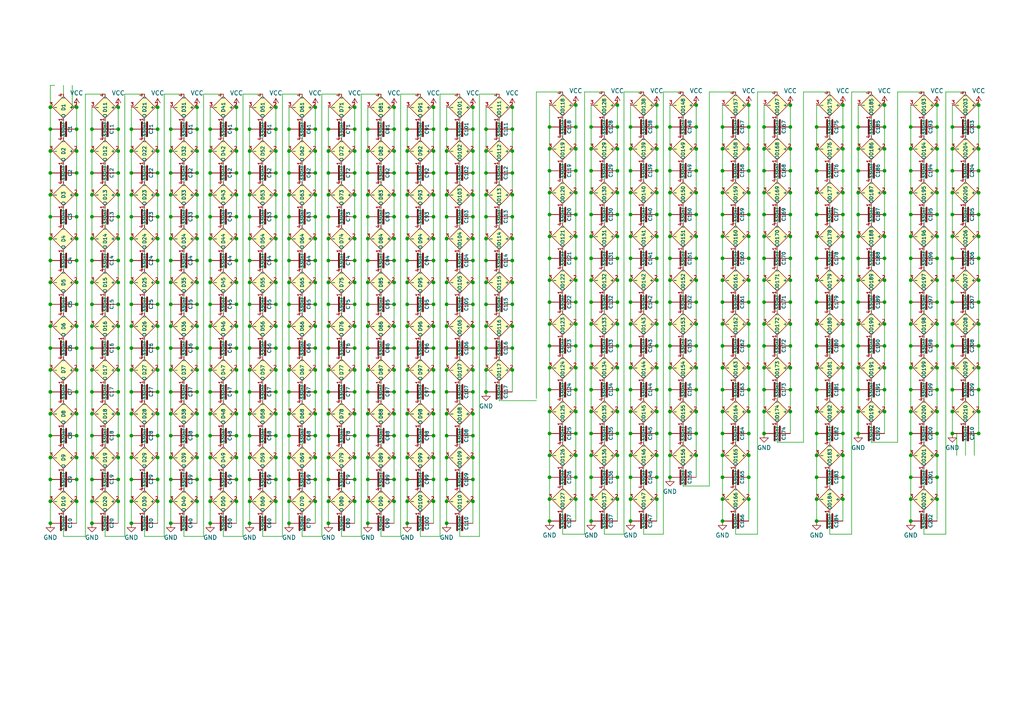
<source format=kicad_sch>
(kicad_sch (version 20230121) (generator eeschema)
  (paper "A4")
  (title_block (title "LED ring coaster") (date "${DATE}") (rev "1") (comment 1 "@revk@toot.me.uk") (comment 2 "www.me.uk"))
  (junction (at 129.54 75.565))
  (junction (at 26.67 81.915))
  (junction (at 80.01 120.015))
  (junction (at 83.82 43.815))
  (junction (at 201.93 132.08))
  (junction (at 68.58 94.615))
  (junction (at 129.54 94.615))
  (junction (at 179.07 49.53))
  (junction (at 201.93 81.28))
  (junction (at 80.01 139.065))
  (junction (at 229.235 30.48))
  (junction (at 283.845 36.83))
  (junction (at 283.845 74.93))
  (junction (at 217.17 119.38))
  (junction (at 45.72 94.615))
  (junction (at 248.92 81.28))
  (junction (at 179.07 68.58))
  (junction (at 140.97 62.865))
  (junction (at 60.96 56.515))
  (junction (at 182.88 93.98))
  (junction (at 264.16 68.58))
  (junction (at 102.87 31.115))
  (junction (at 80.01 126.365))
  (junction (at 14.605 43.815))
  (junction (at 182.88 74.93))
  (junction (at 264.16 74.93))
  (junction (at 137.16 62.865))
  (junction (at 114.3 62.865))
  (junction (at 125.73 50.165))
  (junction (at 57.15 100.965))
  (junction (at 26.67 132.715))
  (junction (at 256.54 81.28))
  (junction (at 102.87 69.215))
  (junction (at 264.16 55.88))
  (junction (at 72.39 88.265))
  (junction (at 221.615 62.23))
  (junction (at 182.88 119.38))
  (junction (at 34.29 107.315))
  (junction (at 201.93 55.88))
  (junction (at 264.16 93.98))
  (junction (at 171.45 74.93))
  (junction (at 209.55 62.23))
  (junction (at 283.845 125.73))
  (junction (at 129.54 69.215))
  (junction (at 26.67 113.665))
  (junction (at 80.01 94.615))
  (junction (at 244.475 68.58))
  (junction (at 45.72 145.415))
  (junction (at 244.475 55.88))
  (junction (at 26.67 50.165))
  (junction (at 72.39 132.715))
  (junction (at 244.475 62.23))
  (junction (at 91.44 94.615))
  (junction (at 114.3 69.215))
  (junction (at 271.78 81.28))
  (junction (at 129.54 88.265))
  (junction (at 34.29 145.415))
  (junction (at 236.855 132.08))
  (junction (at 72.39 100.965))
  (junction (at 190.5 68.58))
  (junction (at 95.25 69.215))
  (junction (at 248.92 87.63))
  (junction (at 60.96 81.915))
  (junction (at 159.385 49.53))
  (junction (at 276.225 93.98))
  (junction (at 221.615 125.73))
  (junction (at 91.44 43.815))
  (junction (at 201.93 125.73))
  (junction (at 80.01 43.815))
  (junction (at 114.3 126.365))
  (junction (at 244.475 36.83))
  (junction (at 68.58 75.565))
  (junction (at 209.55 81.28))
  (junction (at 34.29 94.615))
  (junction (at 95.25 37.465))
  (junction (at 137.16 69.215))
  (junction (at 179.07 43.18))
  (junction (at 14.605 100.965))
  (junction (at 60.96 151.765))
  (junction (at 80.01 50.165))
  (junction (at 95.25 56.515))
  (junction (at 221.615 100.33))
  (junction (at 248.92 62.23))
  (junction (at 129.54 107.315))
  (junction (at 217.17 138.43))
  (junction (at 167.005 87.63))
  (junction (at 271.78 30.48))
  (junction (at 179.07 30.48))
  (junction (at 276.225 125.73))
  (junction (at 209.55 144.78))
  (junction (at 171.45 87.63))
  (junction (at 271.78 55.88))
  (junction (at 22.225 31.115))
  (junction (at 125.73 62.865))
  (junction (at 236.855 81.28))
  (junction (at 118.11 145.415))
  (junction (at 159.385 125.73))
  (junction (at 91.44 100.965))
  (junction (at 91.44 31.115))
  (junction (at 118.11 81.915))
  (junction (at 60.96 43.815))
  (junction (at 179.07 138.43))
  (junction (at 68.58 107.315))
  (junction (at 72.39 139.065))
  (junction (at 118.11 37.465))
  (junction (at 106.68 50.165))
  (junction (at 221.615 55.88))
  (junction (at 276.225 100.33))
  (junction (at 148.59 100.965))
  (junction (at 83.82 100.965))
  (junction (at 80.01 113.665))
  (junction (at 264.16 144.78))
  (junction (at 217.17 125.73))
  (junction (at 129.54 43.815))
  (junction (at 118.11 151.765))
  (junction (at 182.88 36.83))
  (junction (at 137.16 75.565))
  (junction (at 244.475 125.73))
  (junction (at 217.17 100.33))
  (junction (at 14.605 88.265))
  (junction (at 221.615 93.98))
  (junction (at 182.88 62.23))
  (junction (at 167.005 49.53))
  (junction (at 248.92 74.93))
  (junction (at 129.54 37.465))
  (junction (at 229.235 49.53))
  (junction (at 256.54 106.68))
  (junction (at 72.39 107.315))
  (junction (at 60.96 145.415))
  (junction (at 221.615 106.68))
  (junction (at 271.78 93.98))
  (junction (at 114.3 120.015))
  (junction (at 60.96 100.965))
  (junction (at 83.82 132.715))
  (junction (at 45.72 132.715))
  (junction (at 34.29 126.365))
  (junction (at 244.475 74.93))
  (junction (at 106.68 56.515))
  (junction (at 95.25 62.865))
  (junction (at 106.68 37.465))
  (junction (at 209.55 93.98))
  (junction (at 283.845 68.58))
  (junction (at 118.11 113.665))
  (junction (at 167.005 68.58))
  (junction (at 80.01 37.465))
  (junction (at 68.58 69.215))
  (junction (at 60.96 132.715))
  (junction (at 194.31 68.58))
  (junction (at 171.45 113.03))
  (junction (at 34.29 50.165))
  (junction (at 140.97 43.815))
  (junction (at 264.16 100.33))
  (junction (at 38.1 100.965))
  (junction (at 179.07 93.98))
  (junction (at 80.01 145.415))
  (junction (at 102.87 81.915))
  (junction (at 129.54 151.765))
  (junction (at 102.87 50.165))
  (junction (at 264.16 43.18))
  (junction (at 190.5 74.93))
  (junction (at 248.92 49.53))
  (junction (at 49.53 120.015))
  (junction (at 45.72 69.215))
  (junction (at 102.87 113.665))
  (junction (at 22.225 120.015))
  (junction (at 102.87 126.365))
  (junction (at 80.01 69.215))
  (junction (at 229.235 106.68))
  (junction (at 236.855 100.33))
  (junction (at 95.25 120.015))
  (junction (at 60.96 62.865))
  (junction (at 244.475 93.98))
  (junction (at 209.55 74.93))
  (junction (at 271.78 113.03))
  (junction (at 68.58 113.665))
  (junction (at 276.225 55.88))
  (junction (at 60.96 126.365))
  (junction (at 26.67 120.015))
  (junction (at 22.225 81.915))
  (junction (at 217.17 81.28))
  (junction (at 182.88 106.68))
  (junction (at 102.87 120.015))
  (junction (at 22.225 139.065))
  (junction (at 209.55 43.18))
  (junction (at 22.225 88.265))
  (junction (at 14.605 94.615))
  (junction (at 22.225 132.715))
  (junction (at 91.44 37.465))
  (junction (at 167.005 93.98))
  (junction (at 194.31 74.93))
  (junction (at 22.225 126.365))
  (junction (at 49.53 88.265))
  (junction (at 190.5 138.43))
  (junction (at 57.15 31.115))
  (junction (at 68.58 126.365))
  (junction (at 264.16 106.68))
  (junction (at 22.225 56.515))
  (junction (at 125.73 100.965))
  (junction (at 80.01 107.315))
  (junction (at 276.225 68.58))
  (junction (at 83.82 94.615))
  (junction (at 102.87 43.815))
  (junction (at 167.005 144.78))
  (junction (at 26.67 94.615))
  (junction (at 236.855 93.98))
  (junction (at 45.72 126.365))
  (junction (at 26.67 37.465))
  (junction (at 49.53 100.965))
  (junction (at 45.72 120.015))
  (junction (at 283.845 81.28))
  (junction (at 118.11 50.165))
  (junction (at 276.225 49.53))
  (junction (at 244.475 119.38))
  (junction (at 264.16 87.63))
  (junction (at 68.58 37.465))
  (junction (at 83.82 81.915))
  (junction (at 159.385 43.18))
  (junction (at 248.92 119.38))
  (junction (at 271.78 119.38))
  (junction (at 182.88 151.13))
  (junction (at 179.07 36.83))
  (junction (at 190.5 132.08))
  (junction (at 22.225 62.865))
  (junction (at 34.29 43.815))
  (junction (at 167.005 81.28))
  (junction (at 49.53 145.415))
  (junction (at 201.93 93.98))
  (junction (at 217.17 132.08))
  (junction (at 201.93 87.63))
  (junction (at 221.615 43.18))
  (junction (at 60.96 120.015))
  (junction (at 114.3 94.615))
  (junction (at 194.31 49.53))
  (junction (at 14.605 107.315))
  (junction (at 256.54 36.83))
  (junction (at 171.45 138.43))
  (junction (at 129.54 62.865))
  (junction (at 60.96 113.665))
  (junction (at 91.44 132.715))
  (junction (at 201.93 49.53))
  (junction (at 179.07 132.08))
  (junction (at 159.385 36.83))
  (junction (at 137.16 120.015))
  (junction (at 182.88 113.03))
  (junction (at 49.53 132.715))
  (junction (at 95.25 88.265))
  (junction (at 159.385 93.98))
  (junction (at 137.16 88.265))
  (junction (at 118.11 100.965))
  (junction (at 72.39 56.515))
  (junction (at 49.53 126.365))
  (junction (at 26.67 88.265))
  (junction (at 45.72 62.865))
  (junction (at 271.78 132.08))
  (junction (at 57.15 120.015))
  (junction (at 248.92 93.98))
  (junction (at 256.54 87.63))
  (junction (at 217.17 49.53))
  (junction (at 159.385 68.58))
  (junction (at 118.11 88.265))
  (junction (at 125.73 132.715))
  (junction (at 137.16 50.165))
  (junction (at 271.78 100.33))
  (junction (at 125.73 145.415))
  (junction (at 167.005 74.93))
  (junction (at 217.17 62.23))
  (junction (at 217.17 30.48))
  (junction (at 148.59 88.265))
  (junction (at 91.44 88.265))
  (junction (at 209.55 87.63))
  (junction (at 190.5 93.98))
  (junction (at 167.005 55.88))
  (junction (at 38.1 151.765))
  (junction (at 114.3 113.665))
  (junction (at 60.96 69.215))
  (junction (at 209.55 113.03))
  (junction (at 236.855 144.78))
  (junction (at 34.29 37.465))
  (junction (at 91.44 69.215))
  (junction (at 34.29 62.865))
  (junction (at 14.605 126.365))
  (junction (at 38.1 126.365))
  (junction (at 182.88 100.33))
  (junction (at 137.16 81.915))
  (junction (at 283.845 55.88))
  (junction (at 167.005 30.48))
  (junction (at 57.15 126.365))
  (junction (at 125.73 81.915))
  (junction (at 91.44 126.365))
  (junction (at 34.29 100.965))
  (junction (at 45.72 43.815))
  (junction (at 38.1 88.265))
  (junction (at 171.45 106.68))
  (junction (at 201.93 68.58))
  (junction (at 72.39 126.365))
  (junction (at 148.59 31.115))
  (junction (at 190.5 36.83))
  (junction (at 91.44 62.865))
  (junction (at 244.475 43.18))
  (junction (at 49.53 151.765))
  (junction (at 114.3 31.115))
  (junction (at 34.29 31.115))
  (junction (at 182.88 49.53))
  (junction (at 179.07 144.78))
  (junction (at 256.54 119.38))
  (junction (at 264.16 62.23))
  (junction (at 221.615 68.58))
  (junction (at 129.54 145.415))
  (junction (at 83.82 56.515))
  (junction (at 106.68 139.065))
  (junction (at 129.54 56.515))
  (junction (at 190.5 125.73))
  (junction (at 209.55 36.83))
  (junction (at 167.005 106.68))
  (junction (at 256.54 43.18))
  (junction (at 271.78 138.43))
  (junction (at 45.72 56.515))
  (junction (at 68.58 88.265))
  (junction (at 106.68 100.965))
  (junction (at 102.87 107.315))
  (junction (at 83.82 37.465))
  (junction (at 57.15 88.265))
  (junction (at 45.72 88.265))
  (junction (at 137.16 107.315))
  (junction (at 57.15 113.665))
  (junction (at 159.385 151.13))
  (junction (at 276.225 62.23))
  (junction (at 201.93 30.48))
  (junction (at 171.45 151.13))
  (junction (at 256.54 93.98))
  (junction (at 209.55 138.43))
  (junction (at 95.25 75.565))
  (junction (at 129.54 126.365))
  (junction (at 57.15 37.465))
  (junction (at 140.97 50.165))
  (junction (at 182.88 138.43))
  (junction (at 129.54 100.965))
  (junction (at 276.225 113.03))
  (junction (at 190.5 55.88))
  (junction (at 45.72 31.115))
  (junction (at 271.78 43.18))
  (junction (at 118.11 107.315))
  (junction (at 217.17 68.58))
  (junction (at 171.45 36.83))
  (junction (at 256.54 113.03))
  (junction (at 118.11 69.215))
  (junction (at 38.1 107.315))
  (junction (at 283.845 87.63))
  (junction (at 201.93 119.38))
  (junction (at 167.005 62.23))
  (junction (at 190.5 62.23))
  (junction (at 34.29 113.665))
  (junction (at 57.15 132.715))
  (junction (at 148.59 81.915))
  (junction (at 118.11 56.515))
  (junction (at 34.29 75.565))
  (junction (at 38.1 120.015))
  (junction (at 91.44 75.565))
  (junction (at 209.55 55.88))
  (junction (at 217.17 106.68))
  (junction (at 49.53 37.465))
  (junction (at 102.87 88.265))
  (junction (at 159.385 119.38))
  (junction (at 256.54 49.53))
  (junction (at 271.78 125.73))
  (junction (at 148.59 75.565))
  (junction (at 83.82 50.165))
  (junction (at 217.17 93.98))
  (junction (at 114.3 43.815))
  (junction (at 167.005 119.38))
  (junction (at 171.45 49.53))
  (junction (at 22.225 145.415))
  (junction (at 91.44 107.315))
  (junction (at 83.82 126.365))
  (junction (at 283.845 62.23))
  (junction (at 217.17 144.78))
  (junction (at 236.855 138.43))
  (junction (at 106.68 126.365))
  (junction (at 137.16 37.465))
  (junction (at 38.1 132.715))
  (junction (at 22.225 94.615))
  (junction (at 217.17 87.63))
  (junction (at 148.59 69.215))
  (junction (at 271.78 49.53))
  (junction (at 14.605 151.765))
  (junction (at 106.68 88.265))
  (junction (at 148.59 94.615))
  (junction (at 34.29 88.265))
  (junction (at 179.07 119.38))
  (junction (at 45.72 37.465))
  (junction (at 129.54 120.015))
  (junction (at 129.54 50.165))
  (junction (at 171.45 144.78))
  (junction (at 68.58 31.115))
  (junction (at 209.55 151.13))
  (junction (at 102.87 139.065))
  (junction (at 171.45 55.88))
  (junction (at 137.16 94.615))
  (junction (at 95.25 43.815))
  (junction (at 283.845 49.53))
  (junction (at 236.855 68.58))
  (junction (at 91.44 145.415))
  (junction (at 102.87 56.515))
  (junction (at 114.3 132.715))
  (junction (at 26.67 126.365))
  (junction (at 236.855 49.53))
  (junction (at 95.25 81.915))
  (junction (at 118.11 139.065))
  (junction (at 125.73 107.315))
  (junction (at 125.73 69.215))
  (junction (at 171.45 100.33))
  (junction (at 140.97 81.915))
  (junction (at 271.78 74.93))
  (junction (at 114.3 50.165))
  (junction (at 179.07 81.28))
  (junction (at 38.1 69.215))
  (junction (at 45.72 50.165))
  (junction (at 60.96 94.615))
  (junction (at 264.16 132.08))
  (junction (at 182.88 87.63))
  (junction (at 182.88 68.58))
  (junction (at 167.005 132.08))
  (junction (at 276.225 119.38))
  (junction (at 194.31 93.98))
  (junction (at 22.225 100.965))
  (junction (at 190.5 100.33))
  (junction (at 14.605 37.465))
  (junction (at 125.73 120.015))
  (junction (at 49.53 62.865))
  (junction (at 118.11 43.815))
  (junction (at 14.605 81.915))
  (junction (at 14.605 75.565))
  (junction (at 276.225 74.93))
  (junction (at 256.54 62.23))
  (junction (at 244.475 144.78))
  (junction (at 106.68 151.765))
  (junction (at 171.45 132.08))
  (junction (at 221.615 81.28))
  (junction (at 244.475 87.63))
  (junction (at 264.16 119.38))
  (junction (at 38.1 81.915))
  (junction (at 57.15 107.315))
  (junction (at 190.5 119.38))
  (junction (at 34.29 69.215))
  (junction (at 201.93 43.18))
  (junction (at 80.01 56.515))
  (junction (at 68.58 132.715))
  (junction (at 72.39 113.665))
  (junction (at 171.45 68.58))
  (junction (at 179.07 125.73))
  (junction (at 217.17 43.18))
  (junction (at 256.54 30.48))
  (junction (at 159.385 74.93))
  (junction (at 244.475 81.28))
  (junction (at 49.53 94.615))
  (junction (at 229.235 113.03))
  (junction (at 229.235 62.23))
  (junction (at 38.1 50.165))
  (junction (at 91.44 113.665))
  (junction (at 95.25 113.665))
  (junction (at 159.385 132.08))
  (junction (at 34.29 139.065))
  (junction (at 22.225 75.565))
  (junction (at 194.31 36.83))
  (junction (at 283.845 43.18))
  (junction (at 45.72 113.665))
  (junction (at 264.16 113.03))
  (junction (at 190.5 81.28))
  (junction (at 264.16 138.43))
  (junction (at 106.68 120.015))
  (junction (at 129.54 81.915))
  (junction (at 140.97 107.315))
  (junction (at 26.67 43.815))
  (junction (at 137.16 139.065))
  (junction (at 129.54 132.715))
  (junction (at 68.58 139.065))
  (junction (at 14.605 139.065))
  (junction (at 148.59 43.815))
  (junction (at 91.44 120.015))
  (junction (at 167.005 138.43))
  (junction (at 118.11 132.715))
  (junction (at 229.235 55.88))
  (junction (at 148.59 62.865))
  (junction (at 22.225 69.215))
  (junction (at 57.15 139.065))
  (junction (at 221.615 113.03))
  (junction (at 167.005 100.33))
  (junction (at 221.615 36.83))
  (junction (at 26.67 107.315))
  (junction (at 236.855 43.18))
  (junction (at 91.44 139.065))
  (junction (at 221.615 49.53))
  (junction (at 244.475 100.33))
  (junction (at 283.845 30.48))
  (junction (at 60.96 50.165))
  (junction (at 49.53 139.065))
  (junction (at 14.605 31.115))
  (junction (at 95.25 107.315))
  (junction (at 14.605 113.665))
  (junction (at 148.59 37.465))
  (junction (at 114.3 139.065))
  (junction (at 72.39 81.915))
  (junction (at 264.16 49.53))
  (junction (at 114.3 37.465))
  (junction (at 217.17 36.83))
  (junction (at 194.31 132.08))
  (junction (at 244.475 138.43))
  (junction (at 45.72 100.965))
  (junction (at 57.15 145.415))
  (junction (at 276.225 36.83))
  (junction (at 229.235 119.38))
  (junction (at 68.58 120.015))
  (junction (at 179.07 100.33))
  (junction (at 209.55 119.38))
  (junction (at 194.31 81.28))
  (junction (at 248.92 43.18))
  (junction (at 106.68 94.615))
  (junction (at 125.73 113.665))
  (junction (at 201.93 100.33))
  (junction (at 194.31 106.68))
  (junction (at 125.73 94.615))
  (junction (at 236.855 36.83))
  (junction (at 95.25 100.965))
  (junction (at 137.16 43.815))
  (junction (at 194.31 43.18))
  (junction (at 125.73 31.115))
  (junction (at 264.16 81.28))
  (junction (at 102.87 37.465))
  (junction (at 45.72 81.915))
  (junction (at 194.31 55.88))
  (junction (at 57.15 62.865))
  (junction (at 95.25 145.415))
  (junction (at 57.15 56.515))
  (junction (at 14.605 62.865))
  (junction (at 125.73 75.565))
  (junction (at 95.25 50.165))
  (junction (at 114.3 81.915))
  (junction (at 248.92 125.73))
  (junction (at 182.88 55.88))
  (junction (at 38.1 75.565))
  (junction (at 244.475 113.03))
  (junction (at 83.82 145.415))
  (junction (at 209.55 49.53))
  (junction (at 72.39 75.565))
  (junction (at 49.53 107.315))
  (junction (at 80.01 81.915))
  (junction (at 171.45 119.38))
  (junction (at 49.53 113.665))
  (junction (at 26.67 100.965))
  (junction (at 102.87 100.965))
  (junction (at 95.25 139.065))
  (junction (at 106.68 43.815))
  (junction (at 118.11 120.015))
  (junction (at 159.385 144.78))
  (junction (at 221.615 119.38))
  (junction (at 283.845 100.33))
  (junction (at 34.29 120.015))
  (junction (at 49.53 69.215))
  (junction (at 217.17 55.88))
  (junction (at 60.96 37.465))
  (junction (at 182.88 144.78))
  (junction (at 22.225 50.165))
  (junction (at 72.39 50.165))
  (junction (at 171.45 43.18))
  (junction (at 256.54 100.33))
  (junction (at 137.16 145.415))
  (junction (at 102.87 145.415))
  (junction (at 49.53 75.565))
  (junction (at 229.235 100.33))
  (junction (at 244.475 106.68))
  (junction (at 248.92 68.58))
  (junction (at 22.225 43.815))
  (junction (at 72.39 151.765))
  (junction (at 83.82 62.865))
  (junction (at 72.39 145.415))
  (junction (at 125.73 126.365))
  (junction (at 236.855 87.63))
  (junction (at 140.97 88.265))
  (junction (at 190.5 106.68))
  (junction (at 244.475 132.08))
  (junction (at 167.005 36.83))
  (junction (at 60.96 88.265))
  (junction (at 38.1 56.515))
  (junction (at 49.53 50.165))
  (junction (at 194.31 100.33))
  (junction (at 95.25 132.715))
  (junction (at 148.59 56.515))
  (junction (at 57.15 81.915))
  (junction (at 137.16 132.715))
  (junction (at 276.225 43.18))
  (junction (at 80.01 75.565))
  (junction (at 106.68 81.915))
  (junction (at 256.54 74.93))
  (junction (at 80.01 100.965))
  (junction (at 248.92 55.88))
  (junction (at 118.11 94.615))
  (junction (at 140.97 56.515))
  (junction (at 95.25 126.365))
  (junction (at 38.1 145.415))
  (junction (at 14.605 56.515))
  (junction (at 236.855 74.93))
  (junction (at 49.53 56.515))
  (junction (at 229.235 87.63))
  (junction (at 80.01 62.865))
  (junction (at 182.88 81.28))
  (junction (at 125.73 43.815))
  (junction (at 72.39 94.615))
  (junction (at 38.1 139.065))
  (junction (at 102.87 94.615))
  (junction (at 248.92 36.83))
  (junction (at 80.01 88.265))
  (junction (at 271.78 106.68))
  (junction (at 217.17 113.03))
  (junction (at 264.16 151.13))
  (junction (at 229.235 93.98))
  (junction (at 125.73 88.265))
  (junction (at 57.15 75.565))
  (junction (at 276.225 81.28))
  (junction (at 26.67 75.565))
  (junction (at 209.55 125.73))
  (junction (at 125.73 37.465))
  (junction (at 167.005 113.03))
  (junction (at 256.54 68.58))
  (junction (at 140.97 100.965))
  (junction (at 217.17 74.93))
  (junction (at 49.53 81.915))
  (junction (at 129.54 139.065))
  (junction (at 283.845 93.98))
  (junction (at 194.31 125.73))
  (junction (at 137.16 113.665))
  (junction (at 276.225 87.63))
  (junction (at 179.07 74.93))
  (junction (at 179.07 55.88))
  (junction (at 194.31 113.03))
  (junction (at 129.54 113.665))
  (junction (at 114.3 100.965))
  (junction (at 72.39 37.465))
  (junction (at 26.67 56.515))
  (junction (at 283.845 119.38))
  (junction (at 244.475 49.53))
  (junction (at 72.39 69.215))
  (junction (at 34.29 132.715))
  (junction (at 140.97 69.215))
  (junction (at 83.82 107.315))
  (junction (at 22.225 107.315))
  (junction (at 283.845 106.68))
  (junction (at 137.16 126.365))
  (junction (at 83.82 120.015))
  (junction (at 159.385 106.68))
  (junction (at 256.54 55.88))
  (junction (at 229.235 43.18))
  (junction (at 60.96 139.065))
  (junction (at 102.87 132.715))
  (junction (at 159.385 113.03))
  (junction (at 118.11 75.565))
  (junction (at 221.615 87.63))
  (junction (at 106.68 132.715))
  (junction (at 190.5 30.48))
  (junction (at 106.68 62.865))
  (junction (at 80.01 31.115))
  (junction (at 244.475 30.48))
  (junction (at 106.68 145.415))
  (junction (at 140.97 75.565))
  (junction (at 137.16 100.965))
  (junction (at 26.67 151.765))
  (junction (at 159.385 81.28))
  (junction (at 45.72 139.065))
  (junction (at 14.605 132.715))
  (junction (at 167.005 43.18))
  (junction (at 91.44 50.165))
  (junction (at 118.11 126.365))
  (junction (at 14.605 50.165))
  (junction (at 118.11 62.865))
  (junction (at 38.1 43.815))
  (junction (at 57.15 50.165))
  (junction (at 38.1 94.615))
  (junction (at 60.96 107.315))
  (junction (at 271.78 87.63))
  (junction (at 236.855 106.68))
  (junction (at 83.82 113.665))
  (junction (at 68.58 43.815))
  (junction (at 57.15 69.215))
  (junction (at 190.5 144.78))
  (junction (at 57.15 43.815))
  (junction (at 209.55 100.33))
  (junction (at 45.72 107.315))
  (junction (at 190.5 87.63))
  (junction (at 26.67 139.065))
  (junction (at 171.45 81.28))
  (junction (at 236.855 62.23))
  (junction (at 159.385 62.23))
  (junction (at 125.73 56.515))
  (junction (at 194.31 138.43))
  (junction (at 229.235 81.28))
  (junction (at 72.39 43.815))
  (junction (at 182.88 132.08))
  (junction (at 171.45 62.23))
  (junction (at 102.87 75.565))
  (junction (at 106.68 69.215))
  (junction (at 95.25 151.765))
  (junction (at 264.16 125.73))
  (junction (at 14.605 69.215))
  (junction (at 34.29 56.515))
  (junction (at 114.3 75.565))
  (junction (at 148.59 107.315))
  (junction (at 248.92 106.68))
  (junction (at 190.5 49.53))
  (junction (at 271.78 62.23))
  (junction (at 38.1 62.865))
  (junction (at 167.005 125.73))
  (junction (at 171.45 125.73))
  (junction (at 276.225 106.68))
  (junction (at 140.97 113.665))
  (junction (at 38.1 113.665))
  (junction (at 190.5 43.18))
  (junction (at 179.07 106.68))
  (junction (at 182.88 125.73))
  (junction (at 236.855 151.13))
  (junction (at 38.1 37.465))
  (junction (at 264.16 36.83))
  (junction (at 201.93 36.83))
  (junction (at 271.78 144.78))
  (junction (at 248.92 100.33))
  (junction (at 91.44 81.915))
  (junction (at 148.59 50.165))
  (junction (at 68.58 145.415))
  (junction (at 125.73 139.065))
  (junction (at 49.53 43.815))
  (junction (at 201.93 106.68))
  (junction (at 271.78 68.58))
  (junction (at 34.29 81.915))
  (junction (at 209.55 132.08))
  (junction (at 140.97 37.465))
  (junction (at 91.44 56.515))
  (junction (at 83.82 69.215))
  (junction (at 179.07 62.23))
  (junction (at 95.25 94.615))
  (junction (at 182.88 43.18))
  (junction (at 106.68 107.315))
  (junction (at 26.67 69.215))
  (junction (at 72.39 62.865))
  (junction (at 194.31 87.63))
  (junction (at 72.39 120.015))
  (junction (at 26.67 145.415))
  (junction (at 201.93 62.23))
  (junction (at 179.07 87.63))
  (junction (at 14.605 120.015))
  (junction (at 68.58 62.865))
  (junction (at 229.235 74.93))
  (junction (at 201.93 74.93))
  (junction (at 68.58 56.515))
  (junction (at 114.3 88.265))
  (junction (at 229.235 36.83))
  (junction (at 83.82 88.265))
  (junction (at 209.55 106.68))
  (junction (at 159.385 55.88))
  (junction (at 271.78 36.83))
  (junction (at 83.82 151.765))
  (junction (at 83.82 139.065))
  (junction (at 159.385 138.43))
  (junction (at 236.855 113.03))
  (junction (at 171.45 93.98))
  (junction (at 221.615 74.93))
  (junction (at 68.58 81.915))
  (junction (at 114.3 56.515))
  (junction (at 80.01 132.715))
  (junction (at 68.58 100.965))
  (junction (at 194.31 119.38))
  (junction (at 248.92 113.03))
  (junction (at 159.385 87.63))
  (junction (at 283.845 113.03))
  (junction (at 106.68 113.665))
  (junction (at 229.235 68.58))
  (junction (at 179.07 113.03))
  (junction (at 106.68 75.565))
  (junction (at 236.855 55.88))
  (junction (at 159.385 100.33))
  (junction (at 114.3 145.415))
  (junction (at 114.3 107.315))
  (junction (at 236.855 119.38))
  (junction (at 190.5 113.03))
  (junction (at 14.605 145.415))
  (junction (at 60.96 75.565))
  (junction (at 45.72 75.565))
  (junction (at 137.16 31.115))
  (junction (at 26.67 62.865))
  (junction (at 57.15 94.615))
  (junction (at 83.82 75.565))
  (junction (at 194.31 62.23))
  (junction (at 102.87 62.865))
  (junction (at 22.225 37.465))
  (junction (at 201.93 113.03))
  (junction (at 140.97 94.615))
  (junction (at 22.225 113.665))
  (junction (at 209.55 68.58))
  (junction (at 68.58 50.165))
  (junction (at 137.16 56.515))
  (junction (at 236.855 125.73))
  (wire (pts (xy 14.605 126.365) (xy 14.605 132.715)))
  (wire (pts (xy 171.45 113.03) (xy 171.45 119.38)))
  (wire (pts (xy 102.87 145.415) (xy 102.87 151.765)))
  (wire (pts (xy 175.26 46.99) (xy 175.26 52.07)))
  (wire (pts (xy 80.01 31.115) (xy 80.01 37.465)))
  (wire (pts (xy 121.92 149.225) (xy 121.92 155.575)))
  (wire (pts (xy 137.16 107.315) (xy 137.16 113.665)))
  (wire (pts (xy 125.73 69.215) (xy 125.73 75.565)))
  (wire (pts (xy 240.665 72.39) (xy 240.665 77.47)))
  (wire (pts (xy 129.54 139.065) (xy 129.54 145.415)))
  (wire (pts (xy 118.11 56.515) (xy 118.11 62.865)))
  (wire (pts (xy 171.45 125.73) (xy 171.45 132.08)))
  (wire (pts (xy 137.16 132.715) (xy 137.16 139.065)))
  (wire (pts (xy 30.48 98.425) (xy 30.48 103.505)))
  (wire (pts (xy 144.78 98.425) (xy 144.78 103.505)))
  (wire (pts (xy 129.54 145.415) (xy 129.54 151.765)))
  (wire (pts (xy 248.92 62.23) (xy 248.92 68.58)))
  (wire (pts (xy 15.875 24.765) (xy 14.605 24.765)))
  (wire (pts (xy 248.92 36.83) (xy 248.92 43.18)))
  (wire (pts (xy 267.97 59.69) (xy 267.97 64.77)))
  (wire (pts (xy 140.97 31.115) (xy 140.97 37.465)))
  (wire (pts (xy 95.25 120.015) (xy 95.25 126.365)))
  (wire (pts (xy 60.96 31.115) (xy 60.96 37.465)))
  (wire (pts (xy 95.25 145.415) (xy 95.25 151.765)))
  (wire (pts (xy 26.67 81.915) (xy 26.67 88.265)))
  (wire (pts (xy 221.615 36.83) (xy 221.615 43.18)))
  (wire (pts (xy 49.53 31.115) (xy 49.53 37.465)))
  (wire (pts (xy 121.92 98.425) (xy 121.92 103.505)))
  (wire (pts (xy 22.225 56.515) (xy 22.225 62.865)))
  (wire (pts (xy 38.1 120.015) (xy 38.1 126.365)))
  (wire (pts (xy 190.5 68.58) (xy 190.5 74.93)))
  (wire (pts (xy 106.68 126.365) (xy 106.68 132.715)))
  (wire (pts (xy 280.035 97.79) (xy 280.035 102.87)))
  (wire (pts (xy 129.54 126.365) (xy 129.54 132.715)))
  (wire (pts (xy 57.15 81.915) (xy 57.15 88.265)))
  (wire (pts (xy 271.78 106.68) (xy 271.78 113.03)))
  (wire (pts (xy 95.25 100.965) (xy 95.25 107.315)))
  (wire (pts (xy 256.54 100.33) (xy 256.54 106.68)))
  (wire (pts (xy 106.68 69.215) (xy 106.68 75.565)))
  (wire (pts (xy 106.68 94.615) (xy 106.68 100.965)))
  (wire (pts (xy 60.96 139.065) (xy 60.96 145.415)))
  (wire (pts (xy 76.2 34.925) (xy 76.2 40.005)))
  (wire (pts (xy 229.235 74.93) (xy 229.235 81.28)))
  (wire (pts (xy 179.07 43.18) (xy 179.07 49.53)))
  (wire (pts (xy 180.975 154.94) (xy 175.26 154.94)))
  (wire (pts (xy 60.96 75.565) (xy 60.96 81.915)))
  (wire (pts (xy 26.67 100.965) (xy 26.67 107.315)))
  (wire (pts (xy 264.16 93.98) (xy 264.16 100.33)))
  (wire (pts (xy 129.54 120.015) (xy 129.54 126.365)))
  (wire (pts (xy 217.17 113.03) (xy 217.17 119.38)))
  (wire (pts (xy 45.72 69.215) (xy 45.72 75.565)))
  (wire (pts (xy 201.93 30.48) (xy 201.93 36.83)))
  (wire (pts (xy 118.11 139.065) (xy 118.11 145.415)))
  (wire (pts (xy 133.35 149.225) (xy 133.35 155.575)))
  (wire (pts (xy 190.5 36.83) (xy 190.5 43.18)))
  (wire (pts (xy 38.1 94.615) (xy 38.1 100.965)))
  (wire (pts (xy 163.195 34.29) (xy 163.195 39.37)))
  (wire (pts (xy 22.225 139.065) (xy 22.225 145.415)))
  (wire (pts (xy 83.82 145.415) (xy 83.82 151.765)))
  (wire (pts (xy 256.54 36.83) (xy 256.54 43.18)))
  (wire (pts (xy 264.16 74.93) (xy 264.16 81.28)))
  (wire (pts (xy 20.955 24.765) (xy 20.955 31.115)))
  (wire (pts (xy 201.93 43.18) (xy 201.93 49.53)))
  (wire (pts (xy 106.68 31.115) (xy 106.68 37.465)))
  (wire (pts (xy 190.5 81.28) (xy 190.5 87.63)))
  (wire (pts (xy 45.72 100.965) (xy 45.72 107.315)))
  (wire (pts (xy 169.545 26.67) (xy 169.545 154.94)))
  (wire (pts (xy 129.54 69.215) (xy 129.54 75.565)))
  (wire (pts (xy 236.855 43.18) (xy 236.855 49.53)))
  (wire (pts (xy 140.97 88.265) (xy 140.97 94.615)))
  (wire (pts (xy 144.78 85.725) (xy 144.78 90.805)))
  (wire (pts (xy 121.92 73.025) (xy 121.92 78.105)))
  (wire (pts (xy 80.01 37.465) (xy 80.01 43.815)))
  (wire (pts (xy 125.73 56.515) (xy 125.73 62.865)))
  (wire (pts (xy 236.855 81.28) (xy 236.855 87.63)))
  (wire (pts (xy 179.07 87.63) (xy 179.07 93.98)))
  (wire (pts (xy 148.59 100.965) (xy 148.59 107.315)))
  (wire (pts (xy 229.235 30.48) (xy 229.235 36.83)))
  (wire (pts (xy 72.39 113.665) (xy 72.39 120.015)))
  (wire (pts (xy 41.91 111.125) (xy 41.91 116.205)))
  (wire (pts (xy 70.485 27.305) (xy 70.485 155.575)))
  (wire (pts (xy 256.54 81.28) (xy 256.54 87.63)))
  (wire (pts (xy 190.5 62.23) (xy 190.5 68.58)))
  (wire (pts (xy 283.845 119.38) (xy 283.845 125.73)))
  (wire (pts (xy 49.53 75.565) (xy 49.53 81.915)))
  (wire (pts (xy 175.26 154.94) (xy 175.26 148.59)))
  (wire (pts (xy 225.425 97.79) (xy 225.425 102.87)))
  (wire (pts (xy 87.63 111.125) (xy 87.63 116.205)))
  (wire (pts (xy 137.16 100.965) (xy 137.16 107.315)))
  (wire (pts (xy 87.63 34.925) (xy 87.63 40.005)))
  (wire (pts (xy 99.06 73.025) (xy 99.06 78.105)))
  (wire (pts (xy 201.93 55.88) (xy 201.93 62.23)))
  (wire (pts (xy 209.55 138.43) (xy 209.55 144.78)))
  (wire (pts (xy 53.34 123.825) (xy 53.34 128.905)))
  (wire (pts (xy 236.855 30.48) (xy 236.855 36.83)))
  (wire (pts (xy 244.475 87.63) (xy 244.475 93.98)))
  (wire (pts (xy 179.07 81.28) (xy 179.07 87.63)))
  (wire (pts (xy 64.77 136.525) (xy 64.77 141.605)))
  (wire (pts (xy 64.77 111.125) (xy 64.77 116.205)))
  (wire (pts (xy 60.96 50.165) (xy 60.96 56.515)))
  (wire (pts (xy 144.78 34.925) (xy 144.78 40.005)))
  (wire (pts (xy 276.225 100.33) (xy 276.225 106.68)))
  (wire (pts (xy 41.91 27.305) (xy 36.195 27.305)))
  (wire (pts (xy 267.97 154.94) (xy 267.97 148.59)))
  (wire (pts (xy 91.44 62.865) (xy 91.44 69.215)))
  (wire (pts (xy 99.06 111.125) (xy 99.06 116.205)))
  (wire (pts (xy 167.005 87.63) (xy 167.005 93.98)))
  (wire (pts (xy 163.195 123.19) (xy 163.195 128.27)))
  (wire (pts (xy 276.225 36.83) (xy 276.225 43.18)))
  (wire (pts (xy 14.605 24.765) (xy 14.605 31.115)))
  (wire (pts (xy 110.49 73.025) (xy 110.49 78.105)))
  (wire (pts (xy 244.475 106.68) (xy 244.475 113.03)))
  (wire (pts (xy 283.845 74.93) (xy 283.845 81.28)))
  (wire (pts (xy 49.53 139.065) (xy 49.53 145.415)))
  (wire (pts (xy 276.225 81.28) (xy 276.225 87.63)))
  (wire (pts (xy 93.345 27.305) (xy 93.345 155.575)))
  (wire (pts (xy 137.16 56.515) (xy 137.16 62.865)))
  (wire (pts (xy 148.59 88.265) (xy 148.59 94.615)))
  (wire (pts (xy 244.475 55.88) (xy 244.475 62.23)))
  (wire (pts (xy 72.39 31.115) (xy 72.39 37.465)))
  (wire (pts (xy 106.68 107.315) (xy 106.68 113.665)))
  (wire (pts (xy 106.68 50.165) (xy 106.68 56.515)))
  (wire (pts (xy 182.88 62.23) (xy 182.88 68.58)))
  (wire (pts (xy 18.415 85.725) (xy 18.415 90.805)))
  (wire (pts (xy 125.73 100.965) (xy 125.73 107.315)))
  (wire (pts (xy 221.615 74.93) (xy 221.615 81.28)))
  (wire (pts (xy 118.11 81.915) (xy 118.11 88.265)))
  (wire (pts (xy 283.845 62.23) (xy 283.845 68.58)))
  (wire (pts (xy 209.55 74.93) (xy 209.55 81.28)))
  (wire (pts (xy 64.77 85.725) (xy 64.77 90.805)))
  (wire (pts (xy 64.77 98.425) (xy 64.77 103.505)))
  (wire (pts (xy 34.29 43.815) (xy 34.29 50.165)))
  (wire (pts (xy 102.87 69.215) (xy 102.87 75.565)))
  (wire (pts (xy 57.15 75.565) (xy 57.15 81.915)))
  (wire (pts (xy 159.385 74.93) (xy 159.385 81.28)))
  (wire (pts (xy 99.06 34.925) (xy 99.06 40.005)))
  (wire (pts (xy 271.78 138.43) (xy 271.78 144.78)))
  (wire (pts (xy 229.235 119.38) (xy 229.235 125.73)))
  (wire (pts (xy 137.16 75.565) (xy 137.16 81.915)))
  (wire (pts (xy 247.015 26.67) (xy 247.015 154.94)))
  (wire (pts (xy 110.49 149.225) (xy 110.49 155.575)))
  (wire (pts (xy 41.91 149.225) (xy 41.91 155.575)))
  (wire (pts (xy 201.93 93.98) (xy 201.93 100.33)))
  (wire (pts (xy 80.01 43.815) (xy 80.01 50.165)))
  (wire (pts (xy 171.45 74.93) (xy 171.45 81.28)))
  (wire (pts (xy 225.425 128.27) (xy 233.045 128.27)))
  (wire (pts (xy 91.44 50.165) (xy 91.44 56.515)))
  (wire (pts (xy 137.16 120.015) (xy 137.16 126.365)))
  (wire (pts (xy 72.39 132.715) (xy 72.39 139.065)))
  (wire (pts (xy 57.15 100.965) (xy 57.15 107.315)))
  (wire (pts (xy 49.53 120.015) (xy 49.53 126.365)))
  (wire (pts (xy 148.59 62.865) (xy 148.59 69.215)))
  (wire (pts (xy 144.78 116.205) (xy 155.575 116.205)))
  (wire (pts (xy 102.87 132.715) (xy 102.87 139.065)))
  (wire (pts (xy 201.93 119.38) (xy 201.93 125.73)))
  (wire (pts (xy 45.72 56.515) (xy 45.72 62.865)))
  (wire (pts (xy 229.235 36.83) (xy 229.235 43.18)))
  (wire (pts (xy 267.97 97.79) (xy 267.97 102.87)))
  (wire (pts (xy 76.2 149.225) (xy 76.2 155.575)))
  (wire (pts (xy 159.385 100.33) (xy 159.385 106.68)))
  (wire (pts (xy 280.035 59.69) (xy 280.035 64.77)))
  (wire (pts (xy 276.225 68.58) (xy 276.225 74.93)))
  (wire (pts (xy 45.72 88.265) (xy 45.72 94.615)))
  (wire (pts (xy 179.07 132.08) (xy 179.07 138.43)))
  (wire (pts (xy 194.31 87.63) (xy 194.31 93.98)))
  (wire (pts (xy 194.31 68.58) (xy 194.31 74.93)))
  (wire (pts (xy 38.1 31.115) (xy 38.1 37.465)))
  (wire (pts (xy 229.235 49.53) (xy 229.235 55.88)))
  (wire (pts (xy 80.01 56.515) (xy 80.01 62.865)))
  (wire (pts (xy 38.1 56.515) (xy 38.1 62.865)))
  (wire (pts (xy 72.39 37.465) (xy 72.39 43.815)))
  (wire (pts (xy 217.17 132.08) (xy 217.17 138.43)))
  (wire (pts (xy 244.475 30.48) (xy 244.475 36.83)))
  (wire (pts (xy 95.25 94.615) (xy 95.25 100.965)))
  (wire (pts (xy 80.01 69.215) (xy 80.01 75.565)))
  (wire (pts (xy 38.1 132.715) (xy 38.1 139.065)))
  (wire (pts (xy 34.29 56.515) (xy 34.29 62.865)))
  (wire (pts (xy 68.58 37.465) (xy 68.58 43.815)))
  (wire (pts (xy 14.605 81.915) (xy 14.605 88.265)))
  (wire (pts (xy 14.605 113.665) (xy 14.605 120.015)))
  (wire (pts (xy 280.035 110.49) (xy 280.035 115.57)))
  (wire (pts (xy 57.15 37.465) (xy 57.15 43.815)))
  (wire (pts (xy 159.385 49.53) (xy 159.385 55.88)))
  (wire (pts (xy 99.06 136.525) (xy 99.06 141.605)))
  (wire (pts (xy 267.97 110.49) (xy 267.97 115.57)))
  (wire (pts (xy 182.88 106.68) (xy 182.88 113.03)))
  (wire (pts (xy 213.36 46.99) (xy 213.36 52.07)))
  (wire (pts (xy 83.82 62.865) (xy 83.82 69.215)))
  (wire (pts (xy 133.35 27.305) (xy 127.635 27.305)))
  (wire (pts (xy 163.195 110.49) (xy 163.195 115.57)))
  (wire (pts (xy 26.67 31.115) (xy 26.67 37.465)))
  (wire (pts (xy 201.93 100.33) (xy 201.93 106.68)))
  (wire (pts (xy 198.12 72.39) (xy 198.12 77.47)))
  (wire (pts (xy 72.39 62.865) (xy 72.39 69.215)))
  (wire (pts (xy 148.59 81.915) (xy 148.59 88.265)))
  (wire (pts (xy 118.11 43.815) (xy 118.11 50.165)))
  (wire (pts (xy 139.065 27.305) (xy 139.065 155.575)))
  (wire (pts (xy 194.31 49.53) (xy 194.31 55.88)))
  (wire (pts (xy 125.73 50.165) (xy 125.73 56.515)))
  (wire (pts (xy 140.97 43.815) (xy 140.97 50.165)))
  (wire (pts (xy 114.3 126.365) (xy 114.3 132.715)))
  (wire (pts (xy 36.195 27.305) (xy 36.195 155.575)))
  (wire (pts (xy 171.45 144.78) (xy 171.45 151.13)))
  (wire (pts (xy 267.97 26.67) (xy 260.35 26.67)))
  (wire (pts (xy 45.72 107.315) (xy 45.72 113.665)))
  (wire (pts (xy 14.605 145.415) (xy 14.605 151.765)))
  (wire (pts (xy 171.45 55.88) (xy 171.45 62.23)))
  (wire (pts (xy 133.35 111.125) (xy 133.35 116.205)))
  (wire (pts (xy 60.96 132.715) (xy 60.96 139.065)))
  (wire (pts (xy 18.415 60.325) (xy 18.415 65.405)))
  (wire (pts (xy 175.26 110.49) (xy 175.26 115.57)))
  (wire (pts (xy 118.11 126.365) (xy 118.11 132.715)))
  (wire (pts (xy 144.78 111.125) (xy 144.78 116.205)))
  (wire (pts (xy 68.58 81.915) (xy 68.58 88.265)))
  (wire (pts (xy 209.55 125.73) (xy 209.55 132.08)))
  (wire (pts (xy 72.39 107.315) (xy 72.39 113.665)))
  (wire (pts (xy 76.2 98.425) (xy 76.2 103.505)))
  (wire (pts (xy 34.29 69.215) (xy 34.29 75.565)))
  (wire (pts (xy 240.665 34.29) (xy 240.665 39.37)))
  (wire (pts (xy 236.855 87.63) (xy 236.855 93.98)))
  (wire (pts (xy 236.855 138.43) (xy 236.855 144.78)))
  (wire (pts (xy 106.68 56.515) (xy 106.68 62.865)))
  (wire (pts (xy 186.69 34.29) (xy 186.69 39.37)))
  (wire (pts (xy 129.54 50.165) (xy 129.54 56.515)))
  (wire (pts (xy 167.005 68.58) (xy 167.005 74.93)))
  (wire (pts (xy 22.225 113.665) (xy 22.225 120.015)))
  (wire (pts (xy 41.91 60.325) (xy 41.91 65.405)))
  (wire (pts (xy 83.82 75.565) (xy 83.82 81.915)))
  (wire (pts (xy 225.425 46.99) (xy 225.425 52.07)))
  (wire (pts (xy 45.72 50.165) (xy 45.72 56.515)))
  (wire (pts (xy 30.48 111.125) (xy 30.48 116.205)))
  (wire (pts (xy 60.96 37.465) (xy 60.96 43.815)))
  (wire (pts (xy 60.96 56.515) (xy 60.96 62.865)))
  (wire (pts (xy 175.26 97.79) (xy 175.26 102.87)))
  (wire (pts (xy 221.615 49.53) (xy 221.615 55.88)))
  (wire (pts (xy 18.415 98.425) (xy 18.415 103.505)))
  (wire (pts (xy 45.72 43.815) (xy 45.72 50.165)))
  (wire (pts (xy 229.235 87.63) (xy 229.235 93.98)))
  (wire (pts (xy 240.665 110.49) (xy 240.665 115.57)))
  (wire (pts (xy 30.48 47.625) (xy 30.48 52.705)))
  (wire (pts (xy 267.97 85.09) (xy 267.97 90.17)))
  (wire (pts (xy 240.665 46.99) (xy 240.665 52.07)))
  (wire (pts (xy 102.87 107.315) (xy 102.87 113.665)))
  (wire (pts (xy 283.845 30.48) (xy 283.845 36.83)))
  (wire (pts (xy 129.54 107.315) (xy 129.54 113.665)))
  (wire (pts (xy 45.72 94.615) (xy 45.72 100.965)))
  (wire (pts (xy 140.97 107.315) (xy 140.97 113.665)))
  (wire (pts (xy 244.475 138.43) (xy 244.475 144.78)))
  (wire (pts (xy 182.88 132.08) (xy 182.88 138.43)))
  (wire (pts (xy 83.82 37.465) (xy 83.82 43.815)))
  (wire (pts (xy 244.475 81.28) (xy 244.475 87.63)))
  (wire (pts (xy 217.17 43.18) (xy 217.17 49.53)))
  (wire (pts (xy 125.73 126.365) (xy 125.73 132.715)))
  (wire (pts (xy 26.67 94.615) (xy 26.67 100.965)))
  (wire (pts (xy 171.45 138.43) (xy 171.45 144.78)))
  (wire (pts (xy 186.69 97.79) (xy 186.69 102.87)))
  (wire (pts (xy 240.665 97.79) (xy 240.665 102.87)))
  (wire (pts (xy 175.26 135.89) (xy 175.26 140.97)))
  (wire (pts (xy 60.96 81.915) (xy 60.96 88.265)))
  (wire (pts (xy 125.73 62.865) (xy 125.73 69.215)))
  (wire (pts (xy 221.615 68.58) (xy 221.615 74.93)))
  (wire (pts (xy 80.01 145.415) (xy 80.01 151.765)))
  (wire (pts (xy 163.195 72.39) (xy 163.195 77.47)))
  (wire (pts (xy 179.07 144.78) (xy 179.07 151.13)))
  (wire (pts (xy 95.25 69.215) (xy 95.25 75.565)))
  (wire (pts (xy 167.005 55.88) (xy 167.005 62.23)))
  (wire (pts (xy 72.39 120.015) (xy 72.39 126.365)))
  (wire (pts (xy 110.49 27.305) (xy 104.775 27.305)))
  (wire (pts (xy 14.605 56.515) (xy 14.605 62.865)))
  (wire (pts (xy 91.44 120.015) (xy 91.44 126.365)))
  (wire (pts (xy 159.385 55.88) (xy 159.385 62.23)))
  (wire (pts (xy 148.59 69.215) (xy 148.59 75.565)))
  (wire (pts (xy 114.3 88.265) (xy 114.3 94.615)))
  (wire (pts (xy 244.475 93.98) (xy 244.475 100.33)))
  (wire (pts (xy 137.16 50.165) (xy 137.16 56.515)))
  (wire (pts (xy 171.45 68.58) (xy 171.45 74.93)))
  (wire (pts (xy 247.015 154.94) (xy 240.665 154.94)))
  (wire (pts (xy 219.71 26.67) (xy 219.71 154.94)))
  (wire (pts (xy 91.44 56.515) (xy 91.44 62.865)))
  (wire (pts (xy 264.16 43.18) (xy 264.16 49.53)))
  (wire (pts (xy 110.49 123.825) (xy 110.49 128.905)))
  (wire (pts (xy 14.605 88.265) (xy 14.605 94.615)))
  (wire (pts (xy 159.385 113.03) (xy 159.385 119.38)))
  (wire (pts (xy 194.31 106.68) (xy 194.31 113.03)))
  (wire (pts (xy 194.31 119.38) (xy 194.31 125.73)))
  (wire (pts (xy 83.82 100.965) (xy 83.82 107.315)))
  (wire (pts (xy 125.73 107.315) (xy 125.73 113.665)))
  (wire (pts (xy 57.15 139.065) (xy 57.15 145.415)))
  (wire (pts (xy 148.59 37.465) (xy 148.59 43.815)))
  (wire (pts (xy 53.34 149.225) (xy 53.34 155.575)))
  (wire (pts (xy 167.005 49.53) (xy 167.005 55.88)))
  (wire (pts (xy 114.3 50.165) (xy 114.3 56.515)))
  (wire (pts (xy 121.92 111.125) (xy 121.92 116.205)))
  (wire (pts (xy 83.82 132.715) (xy 83.82 139.065)))
  (wire (pts (xy 121.92 123.825) (xy 121.92 128.905)))
  (wire (pts (xy 70.485 155.575) (xy 64.77 155.575)))
  (wire (pts (xy 118.11 75.565) (xy 118.11 81.915)))
  (wire (pts (xy 26.67 107.315) (xy 26.67 113.665)))
  (wire (pts (xy 182.88 144.78) (xy 182.88 151.13)))
  (wire (pts (xy 91.44 94.615) (xy 91.44 100.965)))
  (wire (pts (xy 219.71 26.67) (xy 225.425 26.67)))
  (wire (pts (xy 26.67 113.665) (xy 26.67 120.015)))
  (wire (pts (xy 76.2 60.325) (xy 76.2 65.405)))
  (wire (pts (xy 213.36 123.19) (xy 213.36 128.27)))
  (wire (pts (xy 106.68 132.715) (xy 106.68 139.065)))
  (wire (pts (xy 144.78 73.025) (xy 144.78 78.105)))
  (wire (pts (xy 125.73 81.915) (xy 125.73 88.265)))
  (wire (pts (xy 41.91 98.425) (xy 41.91 103.505)))
  (wire (pts (xy 133.35 98.425) (xy 133.35 103.505)))
  (wire (pts (xy 248.92 68.58) (xy 248.92 74.93)))
  (wire (pts (xy 182.88 55.88) (xy 182.88 62.23)))
  (wire (pts (xy 53.34 73.025) (xy 53.34 78.105)))
  (wire (pts (xy 192.405 26.67) (xy 192.405 154.94)))
  (wire (pts (xy 110.49 136.525) (xy 110.49 141.605)))
  (wire (pts (xy 271.78 119.38) (xy 271.78 125.73)))
  (wire (pts (xy 186.69 135.89) (xy 186.69 140.97)))
  (wire (pts (xy 68.58 139.065) (xy 68.58 145.415)))
  (wire (pts (xy 38.1 69.215) (xy 38.1 75.565)))
  (wire (pts (xy 169.545 154.94) (xy 163.195 154.94)))
  (wire (pts (xy 45.72 62.865) (xy 45.72 69.215)))
  (wire (pts (xy 217.17 36.83) (xy 217.17 43.18)))
  (wire (pts (xy 68.58 69.215) (xy 68.58 75.565)))
  (wire (pts (xy 264.16 113.03) (xy 264.16 119.38)))
  (wire (pts (xy 102.87 75.565) (xy 102.87 81.915)))
  (wire (pts (xy 72.39 145.415) (xy 72.39 151.765)))
  (wire (pts (xy 240.665 85.09) (xy 240.665 90.17)))
  (wire (pts (xy 18.415 123.825) (xy 18.415 128.905)))
  (wire (pts (xy 137.16 88.265) (xy 137.16 94.615)))
  (wire (pts (xy 201.93 132.08) (xy 201.93 138.43)))
  (wire (pts (xy 26.67 50.165) (xy 26.67 56.515)))
  (wire (pts (xy 276.225 74.93) (xy 276.225 81.28)))
  (wire (pts (xy 114.3 69.215) (xy 114.3 75.565)))
  (wire (pts (xy 201.93 81.28) (xy 201.93 87.63)))
  (wire (pts (xy 26.67 120.015) (xy 26.67 126.365)))
  (wire (pts (xy 217.17 87.63) (xy 217.17 93.98)))
  (wire (pts (xy 49.53 81.915) (xy 49.53 88.265)))
  (wire (pts (xy 95.25 107.315) (xy 95.25 113.665)))
  (wire (pts (xy 182.88 81.28) (xy 182.88 87.63)))
  (wire (pts (xy 256.54 119.38) (xy 256.54 125.73)))
  (wire (pts (xy 167.005 43.18) (xy 167.005 49.53)))
  (wire (pts (xy 182.88 138.43) (xy 182.88 144.78)))
  (wire (pts (xy 68.58 56.515) (xy 68.58 62.865)))
  (wire (pts (xy 26.67 62.865) (xy 26.67 69.215)))
  (wire (pts (xy 76.2 47.625) (xy 76.2 52.705)))
  (wire (pts (xy 159.385 36.83) (xy 159.385 43.18)))
  (wire (pts (xy 167.005 30.48) (xy 167.005 36.83)))
  (wire (pts (xy 34.29 31.115) (xy 34.29 37.465)))
  (wire (pts (xy 256.54 87.63) (xy 256.54 93.98)))
  (wire (pts (xy 137.16 94.615) (xy 137.16 100.965)))
  (wire (pts (xy 34.29 126.365) (xy 34.29 132.715)))
  (wire (pts (xy 171.45 100.33) (xy 171.45 106.68)))
  (wire (pts (xy 280.035 85.09) (xy 280.035 90.17)))
  (wire (pts (xy 159.385 93.98) (xy 159.385 100.33)))
  (wire (pts (xy 22.225 81.915) (xy 22.225 88.265)))
  (wire (pts (xy 198.12 110.49) (xy 198.12 115.57)))
  (wire (pts (xy 221.615 87.63) (xy 221.615 93.98)))
  (wire (pts (xy 34.29 75.565) (xy 34.29 81.915)))
  (wire (pts (xy 225.425 85.09) (xy 225.425 90.17)))
  (wire (pts (xy 45.72 75.565) (xy 45.72 81.915)))
  (wire (pts (xy 274.32 26.67) (xy 280.035 26.67)))
  (wire (pts (xy 240.665 59.69) (xy 240.665 64.77)))
  (wire (pts (xy 171.45 119.38) (xy 171.45 125.73)))
  (wire (pts (xy 91.44 31.115) (xy 91.44 37.465)))
  (wire (pts (xy 179.07 62.23) (xy 179.07 68.58)))
  (wire (pts (xy 256.54 93.98) (xy 256.54 100.33)))
  (wire (pts (xy 68.58 50.165) (xy 68.58 56.515)))
  (wire (pts (xy 106.68 145.415) (xy 106.68 151.765)))
  (wire (pts (xy 283.845 36.83) (xy 283.845 43.18)))
  (wire (pts (xy 106.68 88.265) (xy 106.68 94.615)))
  (wire (pts (xy 38.1 100.965) (xy 38.1 107.315)))
  (wire (pts (xy 99.06 47.625) (xy 99.06 52.705)))
  (wire (pts (xy 80.01 126.365) (xy 80.01 132.715)))
  (wire (pts (xy 217.17 144.78) (xy 217.17 151.13)))
  (wire (pts (xy 182.88 30.48) (xy 182.88 36.83)))
  (wire (pts (xy 83.82 43.815) (xy 83.82 50.165)))
  (wire (pts (xy 49.53 113.665) (xy 49.53 120.015)))
  (wire (pts (xy 72.39 81.915) (xy 72.39 88.265)))
  (wire (pts (xy 41.91 34.925) (xy 41.91 40.005)))
  (wire (pts (xy 248.92 100.33) (xy 248.92 106.68)))
  (wire (pts (xy 30.48 123.825) (xy 30.48 128.905)))
  (wire (pts (xy 171.45 49.53) (xy 171.45 55.88)))
  (wire (pts (xy 192.405 154.94) (xy 186.69 154.94)))
  (wire (pts (xy 283.845 81.28) (xy 283.845 87.63)))
  (wire (pts (xy 179.07 49.53) (xy 179.07 55.88)))
  (wire (pts (xy 26.67 145.415) (xy 26.67 151.765)))
  (wire (pts (xy 213.36 26.67) (xy 205.74 26.67)))
  (wire (pts (xy 256.54 62.23) (xy 256.54 68.58)))
  (wire (pts (xy 236.855 55.88) (xy 236.855 62.23)))
  (wire (pts (xy 118.11 113.665) (xy 118.11 120.015)))
  (wire (pts (xy 252.73 34.29) (xy 252.73 39.37)))
  (wire (pts (xy 102.87 113.665) (xy 102.87 120.015)))
  (wire (pts (xy 95.25 126.365) (xy 95.25 132.715)))
  (wire (pts (xy 260.35 26.67) (xy 260.35 128.27)))
  (wire (pts (xy 240.665 123.19) (xy 240.665 128.27)))
  (wire (pts (xy 229.235 68.58) (xy 229.235 74.93)))
  (wire (pts (xy 114.3 62.865) (xy 114.3 69.215)))
  (wire (pts (xy 140.97 100.965) (xy 140.97 107.315)))
  (wire (pts (xy 217.17 49.53) (xy 217.17 55.88)))
  (wire (pts (xy 114.3 100.965) (xy 114.3 107.315)))
  (wire (pts (xy 190.5 93.98) (xy 190.5 100.33)))
  (wire (pts (xy 91.44 37.465) (xy 91.44 43.815)))
  (wire (pts (xy 209.55 87.63) (xy 209.55 93.98)))
  (wire (pts (xy 72.39 50.165) (xy 72.39 56.515)))
  (wire (pts (xy 22.225 75.565) (xy 22.225 81.915)))
  (wire (pts (xy 53.34 98.425) (xy 53.34 103.505)))
  (wire (pts (xy 248.92 119.38) (xy 248.92 125.73)))
  (wire (pts (xy 83.82 107.315) (xy 83.82 113.665)))
  (wire (pts (xy 129.54 100.965) (xy 129.54 107.315)))
  (wire (pts (xy 81.915 27.305) (xy 81.915 155.575)))
  (wire (pts (xy 22.225 126.365) (xy 22.225 132.715)))
  (wire (pts (xy 60.96 94.615) (xy 60.96 100.965)))
  (wire (pts (xy 213.36 72.39) (xy 213.36 77.47)))
  (wire (pts (xy 205.74 140.97) (xy 198.12 140.97)))
  (wire (pts (xy 190.5 106.68) (xy 190.5 113.03)))
  (wire (pts (xy 129.54 75.565) (xy 129.54 81.915)))
  (wire (pts (xy 114.3 75.565) (xy 114.3 81.915)))
  (wire (pts (xy 252.73 46.99) (xy 252.73 52.07)))
  (wire (pts (xy 201.93 36.83) (xy 201.93 43.18)))
  (wire (pts (xy 45.72 139.065) (xy 45.72 145.415)))
  (wire (pts (xy 64.77 27.305) (xy 59.055 27.305)))
  (wire (pts (xy 76.2 27.305) (xy 70.485 27.305)))
  (wire (pts (xy 118.11 100.965) (xy 118.11 107.315)))
  (wire (pts (xy 194.31 81.28) (xy 194.31 87.63)))
  (wire (pts (xy 283.845 125.73) (xy 282.575 125.73)))
  (wire (pts (xy 236.855 36.83) (xy 236.855 43.18)))
  (wire (pts (xy 57.15 132.715) (xy 57.15 139.065)))
  (wire (pts (xy 38.1 50.165) (xy 38.1 56.515)))
  (wire (pts (xy 182.88 87.63) (xy 182.88 93.98)))
  (wire (pts (xy 155.575 115.57) (xy 155.575 26.67)))
  (wire (pts (xy 60.96 120.015) (xy 60.96 126.365)))
  (wire (pts (xy 264.16 144.78) (xy 264.16 151.13)))
  (wire (pts (xy 137.16 126.365) (xy 137.16 132.715)))
  (wire (pts (xy 102.87 62.865) (xy 102.87 69.215)))
  (wire (pts (xy 163.195 46.99) (xy 163.195 52.07)))
  (wire (pts (xy 22.225 132.715) (xy 22.225 139.065)))
  (wire (pts (xy 18.415 136.525) (xy 18.415 141.605)))
  (wire (pts (xy 283.845 93.98) (xy 283.845 100.33)))
  (wire (pts (xy 148.59 107.315) (xy 148.59 113.665)))
  (wire (pts (xy 95.25 56.515) (xy 95.25 62.865)))
  (wire (pts (xy 60.96 62.865) (xy 60.96 69.215)))
  (wire (pts (xy 83.82 139.065) (xy 83.82 145.415)))
  (wire (pts (xy 24.765 155.575) (xy 18.415 155.575)))
  (wire (pts (xy 229.235 106.68) (xy 229.235 113.03)))
  (wire (pts (xy 110.49 111.125) (xy 110.49 116.205)))
  (wire (pts (xy 30.48 155.575) (xy 30.48 149.225)))
  (wire (pts (xy 41.91 136.525) (xy 41.91 141.605)))
  (wire (pts (xy 229.235 62.23) (xy 229.235 68.58)))
  (wire (pts (xy 221.615 81.28) (xy 221.615 87.63)))
  (wire (pts (xy 225.425 59.69) (xy 225.425 64.77)))
  (wire (pts (xy 76.2 111.125) (xy 76.2 116.205)))
  (wire (pts (xy 282.575 125.73) (xy 282.575 132.08)))
  (wire (pts (xy 81.915 155.575) (xy 76.2 155.575)))
  (wire (pts (xy 95.25 132.715) (xy 95.25 139.065)))
  (wire (pts (xy 22.225 94.615) (xy 22.225 100.965)))
  (wire (pts (xy 175.26 59.69) (xy 175.26 64.77)))
  (wire (pts (xy 159.385 68.58) (xy 159.385 74.93)))
  (wire (pts (xy 57.15 113.665) (xy 57.15 120.015)))
  (wire (pts (xy 34.29 94.615) (xy 34.29 100.965)))
  (wire (pts (xy 225.425 123.19) (xy 225.425 128.27)))
  (wire (pts (xy 198.12 34.29) (xy 198.12 39.37)))
  (wire (pts (xy 264.16 132.08) (xy 264.16 138.43)))
  (wire (pts (xy 18.415 73.025) (xy 18.415 78.105)))
  (wire (pts (xy 95.25 113.665) (xy 95.25 120.015)))
  (wire (pts (xy 240.665 26.67) (xy 233.045 26.67)))
  (wire (pts (xy 236.855 144.78) (xy 236.855 151.13)))
  (wire (pts (xy 248.92 49.53) (xy 248.92 55.88)))
  (wire (pts (xy 179.07 68.58) (xy 179.07 74.93)))
  (wire (pts (xy 186.69 148.59) (xy 186.69 154.94)))
  (wire (pts (xy 205.74 26.67) (xy 205.74 140.97)))
  (wire (pts (xy 209.55 62.23) (xy 209.55 68.58)))
  (wire (pts (xy 137.16 62.865) (xy 137.16 69.215)))
  (wire (pts (xy 137.16 139.065) (xy 137.16 145.415)))
  (wire (pts (xy 163.195 154.94) (xy 163.195 148.59)))
  (wire (pts (xy 167.005 119.38) (xy 167.005 125.73)))
  (wire (pts (xy 102.87 139.065) (xy 102.87 145.415)))
  (wire (pts (xy 102.87 56.515) (xy 102.87 62.865)))
  (wire (pts (xy 114.3 120.015) (xy 114.3 126.365)))
  (wire (pts (xy 271.78 74.93) (xy 271.78 81.28)))
  (wire (pts (xy 271.78 43.18) (xy 271.78 49.53)))
  (wire (pts (xy 80.01 62.865) (xy 80.01 69.215)))
  (wire (pts (xy 182.88 68.58) (xy 182.88 74.93)))
  (wire (pts (xy 159.385 144.78) (xy 159.385 151.13)))
  (wire (pts (xy 221.615 100.33) (xy 221.615 106.68)))
  (wire (pts (xy 110.49 60.325) (xy 110.49 65.405)))
  (wire (pts (xy 83.82 81.915) (xy 83.82 88.265)))
  (wire (pts (xy 80.01 50.165) (xy 80.01 56.515)))
  (wire (pts (xy 80.01 100.965) (xy 80.01 107.315)))
  (wire (pts (xy 283.845 49.53) (xy 283.845 55.88)))
  (wire (pts (xy 14.605 100.965) (xy 14.605 107.315)))
  (wire (pts (xy 236.855 93.98) (xy 236.855 100.33)))
  (wire (pts (xy 104.775 155.575) (xy 99.06 155.575)))
  (wire (pts (xy 276.225 87.63) (xy 276.225 93.98)))
  (wire (pts (xy 57.15 50.165) (xy 57.15 56.515)))
  (wire (pts (xy 271.78 144.78) (xy 271.78 151.13)))
  (wire (pts (xy 72.39 139.065) (xy 72.39 145.415)))
  (wire (pts (xy 129.54 31.115) (xy 129.54 37.465)))
  (wire (pts (xy 106.68 139.065) (xy 106.68 145.415)))
  (wire (pts (xy 198.12 97.79) (xy 198.12 102.87)))
  (wire (pts (xy 68.58 88.265) (xy 68.58 94.615)))
  (wire (pts (xy 64.77 34.925) (xy 64.77 40.005)))
  (wire (pts (xy 144.78 27.305) (xy 139.065 27.305)))
  (wire (pts (xy 125.73 31.115) (xy 125.73 37.465)))
  (wire (pts (xy 171.45 87.63) (xy 171.45 93.98)))
  (wire (pts (xy 171.45 93.98) (xy 171.45 100.33)))
  (wire (pts (xy 106.68 37.465) (xy 106.68 43.815)))
  (wire (pts (xy 248.92 106.68) (xy 248.92 113.03)))
  (wire (pts (xy 221.615 113.03) (xy 221.615 119.38)))
  (wire (pts (xy 201.93 106.68) (xy 201.93 113.03)))
  (wire (pts (xy 118.11 50.165) (xy 118.11 56.515)))
  (wire (pts (xy 30.48 73.025) (xy 30.48 78.105)))
  (wire (pts (xy 175.26 72.39) (xy 175.26 77.47)))
  (wire (pts (xy 194.31 125.73) (xy 194.31 132.08)))
  (wire (pts (xy 38.1 37.465) (xy 38.1 43.815)))
  (wire (pts (xy 68.58 43.815) (xy 68.58 50.165)))
  (wire (pts (xy 121.92 85.725) (xy 121.92 90.805)))
  (wire (pts (xy 72.39 126.365) (xy 72.39 132.715)))
  (wire (pts (xy 34.29 120.015) (xy 34.29 126.365)))
  (wire (pts (xy 264.16 81.28) (xy 264.16 87.63)))
  (wire (pts (xy 256.54 55.88) (xy 256.54 62.23)))
  (wire (pts (xy 175.26 34.29) (xy 175.26 39.37)))
  (wire (pts (xy 186.69 26.67) (xy 180.975 26.67)))
  (wire (pts (xy 49.53 132.715) (xy 49.53 139.065)))
  (wire (pts (xy 49.53 62.865) (xy 49.53 69.215)))
  (wire (pts (xy 276.225 55.88) (xy 276.225 62.23)))
  (wire (pts (xy 244.475 62.23) (xy 244.475 68.58)))
  (wire (pts (xy 38.1 62.865) (xy 38.1 69.215)))
  (wire (pts (xy 179.07 36.83) (xy 179.07 43.18)))
  (wire (pts (xy 271.78 36.83) (xy 271.78 43.18)))
  (wire (pts (xy 276.225 62.23) (xy 276.225 68.58)))
  (wire (pts (xy 60.96 100.965) (xy 60.96 107.315)))
  (wire (pts (xy 49.53 126.365) (xy 49.53 132.715)))
  (wire (pts (xy 217.17 55.88) (xy 217.17 62.23)))
  (wire (pts (xy 121.92 27.305) (xy 116.205 27.305)))
  (wire (pts (xy 87.63 47.625) (xy 87.63 52.705)))
  (wire (pts (xy 99.06 60.325) (xy 99.06 65.405)))
  (wire (pts (xy 68.58 145.415) (xy 68.58 151.765)))
  (wire (pts (xy 22.225 50.165) (xy 22.225 56.515)))
  (wire (pts (xy 133.35 136.525) (xy 133.35 141.605)))
  (wire (pts (xy 125.73 145.415) (xy 125.73 151.765)))
  (wire (pts (xy 248.92 81.28) (xy 248.92 87.63)))
  (wire (pts (xy 148.59 56.515) (xy 148.59 62.865)))
  (wire (pts (xy 167.005 106.68) (xy 167.005 113.03)))
  (wire (pts (xy 38.1 145.415) (xy 38.1 151.765)))
  (wire (pts (xy 80.01 81.915) (xy 80.01 88.265)))
  (wire (pts (xy 34.29 88.265) (xy 34.29 94.615)))
  (wire (pts (xy 72.39 75.565) (xy 72.39 81.915)))
  (wire (pts (xy 76.2 123.825) (xy 76.2 128.905)))
  (wire (pts (xy 283.845 43.18) (xy 283.845 49.53)))
  (wire (pts (xy 129.54 94.615) (xy 129.54 100.965)))
  (wire (pts (xy 53.34 27.305) (xy 47.625 27.305)))
  (wire (pts (xy 148.59 50.165) (xy 148.59 56.515)))
  (wire (pts (xy 110.49 34.925) (xy 110.49 40.005)))
  (wire (pts (xy 125.73 88.265) (xy 125.73 94.615)))
  (wire (pts (xy 22.225 88.265) (xy 22.225 94.615)))
  (wire (pts (xy 14.605 69.215) (xy 14.605 75.565)))
  (wire (pts (xy 114.3 37.465) (xy 114.3 43.815)))
  (wire (pts (xy 256.54 74.93) (xy 256.54 81.28)))
  (wire (pts (xy 24.765 27.305) (xy 30.48 27.305)))
  (wire (pts (xy 213.36 59.69) (xy 213.36 64.77)))
  (wire (pts (xy 91.44 107.315) (xy 91.44 113.665)))
  (wire (pts (xy 129.54 62.865) (xy 129.54 69.215)))
  (wire (pts (xy 140.97 94.615) (xy 140.97 100.965)))
  (wire (pts (xy 87.63 149.225) (xy 87.63 155.575)))
  (wire (pts (xy 229.235 81.28) (xy 229.235 87.63)))
  (wire (pts (xy 18.415 34.925) (xy 18.415 40.005)))
  (wire (pts (xy 140.97 62.865) (xy 140.97 69.215)))
  (wire (pts (xy 114.3 145.415) (xy 114.3 151.765)))
  (wire (pts (xy 53.34 34.925) (xy 53.34 40.005)))
  (wire (pts (xy 236.855 113.03) (xy 236.855 119.38)))
  (wire (pts (xy 271.78 55.88) (xy 271.78 62.23)))
  (wire (pts (xy 129.54 132.715) (xy 129.54 139.065)))
  (wire (pts (xy 57.15 120.015) (xy 57.15 126.365)))
  (wire (pts (xy 225.425 110.49) (xy 225.425 115.57)))
  (wire (pts (xy 236.855 62.23) (xy 236.855 68.58)))
  (wire (pts (xy 167.005 100.33) (xy 167.005 106.68)))
  (wire (pts (xy 182.88 49.53) (xy 182.88 55.88)))
  (wire (pts (xy 267.97 123.19) (xy 267.97 128.27)))
  (wire (pts (xy 271.78 113.03) (xy 271.78 119.38)))
  (wire (pts (xy 137.16 37.465) (xy 137.16 43.815)))
  (wire (pts (xy 133.35 85.725) (xy 133.35 90.805)))
  (wire (pts (xy 213.36 34.29) (xy 213.36 39.37)))
  (wire (pts (xy 248.92 113.03) (xy 248.92 119.38)))
  (wire (pts (xy 106.68 75.565) (xy 106.68 81.915)))
  (wire (pts (xy 57.15 43.815) (xy 57.15 50.165)))
  (wire (pts (xy 133.35 60.325) (xy 133.35 65.405)))
  (wire (pts (xy 80.01 113.665) (xy 80.01 120.015)))
  (wire (pts (xy 18.415 111.125) (xy 18.415 116.205)))
  (wire (pts (xy 53.34 85.725) (xy 53.34 90.805)))
  (wire (pts (xy 217.17 74.93) (xy 217.17 81.28)))
  (wire (pts (xy 159.385 106.68) (xy 159.385 113.03)))
  (wire (pts (xy 102.87 43.815) (xy 102.87 50.165)))
  (wire (pts (xy 102.87 120.015) (xy 102.87 126.365)))
  (wire (pts (xy 194.31 62.23) (xy 194.31 68.58)))
  (wire (pts (xy 221.615 93.98) (xy 221.615 100.33)))
  (wire (pts (xy 116.205 155.575) (xy 110.49 155.575)))
  (wire (pts (xy 68.58 120.015) (xy 68.58 126.365)))
  (wire (pts (xy 125.73 94.615) (xy 125.73 100.965)))
  (wire (pts (xy 167.005 144.78) (xy 167.005 151.13)))
  (wire (pts (xy 236.855 49.53) (xy 236.855 55.88)))
  (wire (pts (xy 14.605 75.565) (xy 14.605 81.915)))
  (wire (pts (xy 229.235 93.98) (xy 229.235 100.33)))
  (wire (pts (xy 80.01 139.065) (xy 80.01 145.415)))
  (wire (pts (xy 53.34 136.525) (xy 53.34 141.605)))
  (wire (pts (xy 167.005 62.23) (xy 167.005 68.58)))
  (wire (pts (xy 244.475 125.73) (xy 244.475 132.08)))
  (wire (pts (xy 118.11 31.115) (xy 118.11 37.465)))
  (wire (pts (xy 209.55 49.53) (xy 209.55 55.88)))
  (wire (pts (xy 110.49 85.725) (xy 110.49 90.805)))
  (wire (pts (xy 244.475 68.58) (xy 244.475 74.93)))
  (wire (pts (xy 179.07 125.73) (xy 179.07 132.08)))
  (wire (pts (xy 38.1 88.265) (xy 38.1 94.615)))
  (wire (pts (xy 87.63 73.025) (xy 87.63 78.105)))
  (wire (pts (xy 118.11 94.615) (xy 118.11 100.965)))
  (wire (pts (xy 283.845 55.88) (xy 283.845 62.23)))
  (wire (pts (xy 95.25 43.815) (xy 95.25 50.165)))
  (wire (pts (xy 244.475 74.93) (xy 244.475 81.28)))
  (wire (pts (xy 95.25 31.115) (xy 95.25 37.465)))
  (wire (pts (xy 252.73 123.19) (xy 252.73 128.27)))
  (wire (pts (xy 18.415 155.575) (xy 18.415 149.225)))
  (wire (pts (xy 121.92 60.325) (xy 121.92 65.405)))
  (wire (pts (xy 45.72 120.015) (xy 45.72 126.365)))
  (wire (pts (xy 102.87 126.365) (xy 102.87 132.715)))
  (wire (pts (xy 76.2 85.725) (xy 76.2 90.805)))
  (wire (pts (xy 144.78 47.625) (xy 144.78 52.705)))
  (wire (pts (xy 45.72 126.365) (xy 45.72 132.715)))
  (wire (pts (xy 49.53 100.965) (xy 49.53 107.315)))
  (wire (pts (xy 87.63 123.825) (xy 87.63 128.905)))
  (wire (pts (xy 159.385 43.18) (xy 159.385 49.53)))
  (wire (pts (xy 179.07 113.03) (xy 179.07 119.38)))
  (wire (pts (xy 30.48 34.925) (xy 30.48 40.005)))
  (wire (pts (xy 30.48 85.725) (xy 30.48 90.805)))
  (wire (pts (xy 267.97 34.29) (xy 267.97 39.37)))
  (wire (pts (xy 118.11 120.015) (xy 118.11 126.365)))
  (wire (pts (xy 201.93 113.03) (xy 201.93 119.38)))
  (wire (pts (xy 114.3 107.315) (xy 114.3 113.665)))
  (wire (pts (xy 34.29 50.165) (xy 34.29 56.515)))
  (wire (pts (xy 186.69 85.09) (xy 186.69 90.17)))
  (wire (pts (xy 34.29 100.965) (xy 34.29 107.315)))
  (wire (pts (xy 217.17 62.23) (xy 217.17 68.58)))
  (wire (pts (xy 14.605 120.015) (xy 14.605 126.365)))
  (wire (pts (xy 26.67 37.465) (xy 26.67 43.815)))
  (wire (pts (xy 236.855 132.08) (xy 236.855 138.43)))
  (wire (pts (xy 190.5 30.48) (xy 190.5 36.83)))
  (wire (pts (xy 80.01 120.015) (xy 80.01 126.365)))
  (wire (pts (xy 99.06 123.825) (xy 99.06 128.905)))
  (wire (pts (xy 201.93 49.53) (xy 201.93 55.88)))
  (wire (pts (xy 45.72 31.115) (xy 45.72 37.465)))
  (wire (pts (xy 186.69 123.19) (xy 186.69 128.27)))
  (wire (pts (xy 91.44 145.415) (xy 91.44 151.765)))
  (wire (pts (xy 57.15 107.315) (xy 57.15 113.665)))
  (wire (pts (xy 221.615 62.23) (xy 221.615 68.58)))
  (wire (pts (xy 144.78 60.325) (xy 144.78 65.405)))
  (wire (pts (xy 49.53 94.615) (xy 49.53 100.965)))
  (wire (pts (xy 248.92 93.98) (xy 248.92 100.33)))
  (wire (pts (xy 163.195 59.69) (xy 163.195 64.77)))
  (wire (pts (xy 83.82 88.265) (xy 83.82 94.615)))
  (wire (pts (xy 129.54 113.665) (xy 129.54 120.015)))
  (wire (pts (xy 125.73 132.715) (xy 125.73 139.065)))
  (wire (pts (xy 190.5 125.73) (xy 190.5 132.08)))
  (wire (pts (xy 186.69 46.99) (xy 186.69 52.07)))
  (wire (pts (xy 264.16 36.83) (xy 264.16 43.18)))
  (wire (pts (xy 102.87 31.115) (xy 102.87 37.465)))
  (wire (pts (xy 182.88 100.33) (xy 182.88 106.68)))
  (wire (pts (xy 83.82 56.515) (xy 83.82 62.865)))
  (wire (pts (xy 106.68 43.815) (xy 106.68 50.165)))
  (wire (pts (xy 14.605 139.065) (xy 14.605 145.415)))
  (wire (pts (xy 277.495 125.73) (xy 277.495 132.08)))
  (wire (pts (xy 102.87 37.465) (xy 102.87 43.815)))
  (wire (pts (xy 91.44 88.265) (xy 91.44 94.615)))
  (wire (pts (xy 194.31 30.48) (xy 194.31 36.83)))
  (wire (pts (xy 133.35 47.625) (xy 133.35 52.705)))
  (wire (pts (xy 34.29 145.415) (xy 34.29 151.765)))
  (wire (pts (xy 201.93 68.58) (xy 201.93 74.93)))
  (wire (pts (xy 283.845 106.68) (xy 283.845 113.03)))
  (wire (pts (xy 209.55 30.48) (xy 209.55 36.83)))
  (wire (pts (xy 276.225 113.03) (xy 276.225 119.38)))
  (wire (pts (xy 201.93 74.93) (xy 201.93 81.28)))
  (wire (pts (xy 125.73 139.065) (xy 125.73 145.415)))
  (wire (pts (xy 95.25 50.165) (xy 95.25 56.515)))
  (wire (pts (xy 271.78 81.28) (xy 271.78 87.63)))
  (wire (pts (xy 57.15 62.865) (xy 57.15 69.215)))
  (wire (pts (xy 217.17 125.73) (xy 217.17 132.08)))
  (wire (pts (xy 167.005 93.98) (xy 167.005 100.33)))
  (wire (pts (xy 194.31 36.83) (xy 194.31 43.18)))
  (wire (pts (xy 140.97 69.215) (xy 140.97 75.565)))
  (wire (pts (xy 114.3 132.715) (xy 114.3 139.065)))
  (wire (pts (xy 125.73 43.815) (xy 125.73 50.165)))
  (wire (pts (xy 49.53 43.815) (xy 49.53 50.165)))
  (wire (pts (xy 68.58 107.315) (xy 68.58 113.665)))
  (wire (pts (xy 129.54 56.515) (xy 129.54 62.865)))
  (wire (pts (xy 137.16 145.415) (xy 137.16 151.765)))
  (wire (pts (xy 34.29 107.315) (xy 34.29 113.665)))
  (wire (pts (xy 179.07 138.43) (xy 179.07 144.78)))
  (wire (pts (xy 276.225 119.38) (xy 276.225 125.73)))
  (wire (pts (xy 30.48 136.525) (xy 30.48 141.605)))
  (wire (pts (xy 68.58 94.615) (xy 68.58 100.965)))
  (wire (pts (xy 244.475 113.03) (xy 244.475 119.38)))
  (wire (pts (xy 217.17 68.58) (xy 217.17 74.93)))
  (wire (pts (xy 34.29 62.865) (xy 34.29 69.215)))
  (wire (pts (xy 14.605 62.865) (xy 14.605 69.215)))
  (wire (pts (xy 91.44 132.715) (xy 91.44 139.065)))
  (wire (pts (xy 190.5 87.63) (xy 190.5 93.98)))
  (wire (pts (xy 125.73 37.465) (xy 125.73 43.815)))
  (wire (pts (xy 26.67 43.815) (xy 26.67 50.165)))
  (wire (pts (xy 114.3 43.815) (xy 114.3 50.165)))
  (wire (pts (xy 221.615 43.18) (xy 221.615 49.53)))
  (wire (pts (xy 267.97 46.99) (xy 267.97 52.07)))
  (wire (pts (xy 95.25 81.915) (xy 95.25 88.265)))
  (wire (pts (xy 102.87 94.615) (xy 102.87 100.965)))
  (wire (pts (xy 182.88 119.38) (xy 182.88 125.73)))
  (wire (pts (xy 221.615 30.48) (xy 221.615 36.83)))
  (wire (pts (xy 236.855 125.73) (xy 236.855 132.08)))
  (wire (pts (xy 213.36 110.49) (xy 213.36 115.57)))
  (wire (pts (xy 244.475 43.18) (xy 244.475 49.53)))
  (wire (pts (xy 182.88 43.18) (xy 182.88 49.53)))
  (wire (pts (xy 182.88 113.03) (xy 182.88 119.38)))
  (wire (pts (xy 244.475 132.08) (xy 244.475 138.43)))
  (wire (pts (xy 91.44 126.365) (xy 91.44 132.715)))
  (wire (pts (xy 252.73 97.79) (xy 252.73 102.87)))
  (wire (pts (xy 91.44 139.065) (xy 91.44 145.415)))
  (wire (pts (xy 95.25 75.565) (xy 95.25 81.915)))
  (wire (pts (xy 280.035 46.99) (xy 280.035 52.07)))
  (wire (pts (xy 209.55 100.33) (xy 209.55 106.68)))
  (wire (pts (xy 127.635 27.305) (xy 127.635 155.575)))
  (wire (pts (xy 186.69 59.69) (xy 186.69 64.77)))
  (wire (pts (xy 72.39 56.515) (xy 72.39 62.865)))
  (wire (pts (xy 221.615 119.38) (xy 221.615 125.73)))
  (wire (pts (xy 133.35 34.925) (xy 133.35 40.005)))
  (wire (pts (xy 229.235 43.18) (xy 229.235 49.53)))
  (wire (pts (xy 209.55 144.78) (xy 209.55 151.13)))
  (wire (pts (xy 118.11 62.865) (xy 118.11 69.215)))
  (wire (pts (xy 159.385 62.23) (xy 159.385 68.58)))
  (wire (pts (xy 248.92 55.88) (xy 248.92 62.23)))
  (wire (pts (xy 171.45 106.68) (xy 171.45 113.03)))
  (wire (pts (xy 22.225 69.215) (xy 22.225 75.565)))
  (wire (pts (xy 148.59 94.615) (xy 148.59 100.965)))
  (wire (pts (xy 20.955 31.115) (xy 22.225 31.115)))
  (wire (pts (xy 264.16 100.33) (xy 264.16 106.68)))
  (wire (pts (xy 95.25 88.265) (xy 95.25 94.615)))
  (wire (pts (xy 229.235 55.88) (xy 229.235 62.23)))
  (wire (pts (xy 68.58 113.665) (xy 68.58 120.015)))
  (wire (pts (xy 167.005 113.03) (xy 167.005 119.38)))
  (wire (pts (xy 171.45 43.18) (xy 171.45 49.53)))
  (wire (pts (xy 22.225 31.115) (xy 22.225 37.465)))
  (wire (pts (xy 244.475 100.33) (xy 244.475 106.68)))
  (wire (pts (xy 57.15 126.365) (xy 57.15 132.715)))
  (wire (pts (xy 34.29 81.915) (xy 34.29 88.265)))
  (wire (pts (xy 99.06 27.305) (xy 93.345 27.305)))
  (wire (pts (xy 179.07 106.68) (xy 179.07 113.03)))
  (wire (pts (xy 182.88 74.93) (xy 182.88 81.28)))
  (wire (pts (xy 14.605 43.815) (xy 14.605 50.165)))
  (wire (pts (xy 256.54 106.68) (xy 256.54 113.03)))
  (wire (pts (xy 53.34 47.625) (xy 53.34 52.705)))
  (wire (pts (xy 271.78 30.48) (xy 271.78 36.83)))
  (wire (pts (xy 68.58 132.715) (xy 68.58 139.065)))
  (wire (pts (xy 41.91 85.725) (xy 41.91 90.805)))
  (wire (pts (xy 87.63 98.425) (xy 87.63 103.505)))
  (wire (pts (xy 179.07 30.48) (xy 179.07 36.83)))
  (wire (pts (xy 72.39 69.215) (xy 72.39 75.565)))
  (wire (pts (xy 22.225 37.465) (xy 22.225 43.815)))
  (wire (pts (xy 38.1 81.915) (xy 38.1 88.265)))
  (wire (pts (xy 209.55 113.03) (xy 209.55 119.38)))
  (wire (pts (xy 114.3 56.515) (xy 114.3 62.865)))
  (wire (pts (xy 57.15 145.415) (xy 57.15 151.765)))
  (wire (pts (xy 213.36 135.89) (xy 213.36 140.97)))
  (wire (pts (xy 198.12 46.99) (xy 198.12 52.07)))
  (wire (pts (xy 155.575 26.67) (xy 163.195 26.67)))
  (wire (pts (xy 271.78 49.53) (xy 271.78 55.88)))
  (wire (pts (xy 26.67 126.365) (xy 26.67 132.715)))
  (wire (pts (xy 41.91 47.625) (xy 41.91 52.705)))
  (wire (pts (xy 171.45 62.23) (xy 171.45 68.58)))
  (wire (pts (xy 201.93 62.23) (xy 201.93 68.58)))
  (wire (pts (xy 91.44 75.565) (xy 91.44 81.915)))
  (wire (pts (xy 248.92 87.63) (xy 248.92 93.98)))
  (wire (pts (xy 209.55 43.18) (xy 209.55 49.53)))
  (wire (pts (xy 179.07 119.38) (xy 179.07 125.73)))
  (wire (pts (xy 236.855 68.58) (xy 236.855 74.93)))
  (wire (pts (xy 129.54 37.465) (xy 129.54 43.815)))
  (wire (pts (xy 240.665 135.89) (xy 240.665 140.97)))
  (wire (pts (xy 87.63 27.305) (xy 81.915 27.305)))
  (wire (pts (xy 171.45 30.48) (xy 171.45 36.83)))
  (wire (pts (xy 45.72 113.665) (xy 45.72 120.015)))
  (wire (pts (xy 276.225 43.18) (xy 276.225 49.53)))
  (wire (pts (xy 26.67 69.215) (xy 26.67 75.565)))
  (wire (pts (xy 34.29 37.465) (xy 34.29 43.815)))
  (wire (pts (xy 180.975 26.67) (xy 180.975 154.94)))
  (wire (pts (xy 198.12 85.09) (xy 198.12 90.17)))
  (wire (pts (xy 41.91 123.825) (xy 41.91 128.905)))
  (wire (pts (xy 45.72 81.915) (xy 45.72 88.265)))
  (wire (pts (xy 91.44 100.965) (xy 91.44 107.315)))
  (wire (pts (xy 276.225 106.68) (xy 276.225 113.03)))
  (wire (pts (xy 26.67 56.515) (xy 26.67 62.865)))
  (wire (pts (xy 274.32 154.94) (xy 267.97 154.94)))
  (wire (pts (xy 104.775 27.305) (xy 104.775 155.575)))
  (wire (pts (xy 271.78 68.58) (xy 271.78 74.93)))
  (wire (pts (xy 244.475 119.38) (xy 244.475 125.73)))
  (wire (pts (xy 175.26 85.09) (xy 175.26 90.17)))
  (wire (pts (xy 110.49 98.425) (xy 110.49 103.505)))
  (wire (pts (xy 213.36 154.94) (xy 213.36 148.59)))
  (wire (pts (xy 209.55 106.68) (xy 209.55 113.03)))
  (wire (pts (xy 83.82 69.215) (xy 83.82 75.565)))
  (wire (pts (xy 213.36 97.79) (xy 213.36 102.87)))
  (wire (pts (xy 217.17 106.68) (xy 217.17 113.03)))
  (wire (pts (xy 159.385 87.63) (xy 159.385 93.98)))
  (wire (pts (xy 137.16 43.815) (xy 137.16 50.165)))
  (wire (pts (xy 118.11 88.265) (xy 118.11 94.615)))
  (wire (pts (xy 229.235 100.33) (xy 229.235 106.68)))
  (wire (pts (xy 59.055 155.575) (xy 53.34 155.575)))
  (wire (pts (xy 256.54 49.53) (xy 256.54 55.88)))
  (wire (pts (xy 167.005 125.73) (xy 167.005 132.08)))
  (wire (pts (xy 121.92 47.625) (xy 121.92 52.705)))
  (wire (pts (xy 198.12 123.19) (xy 198.12 128.27)))
  (wire (pts (xy 276.225 93.98) (xy 276.225 100.33)))
  (wire (pts (xy 68.58 31.115) (xy 68.58 37.465)))
  (wire (pts (xy 60.96 69.215) (xy 60.96 75.565)))
  (wire (pts (xy 190.5 74.93) (xy 190.5 81.28)))
  (wire (pts (xy 22.225 107.315) (xy 22.225 113.665)))
  (wire (pts (xy 91.44 43.815) (xy 91.44 50.165)))
  (wire (pts (xy 60.96 43.815) (xy 60.96 50.165)))
  (wire (pts (xy 217.17 93.98) (xy 217.17 100.33)))
  (wire (pts (xy 14.605 107.315) (xy 14.605 113.665)))
  (wire (pts (xy 267.97 135.89) (xy 267.97 140.97)))
  (wire (pts (xy 194.31 113.03) (xy 194.31 119.38)))
  (wire (pts (xy 236.855 100.33) (xy 236.855 106.68)))
  (wire (pts (xy 60.96 88.265) (xy 60.96 94.615)))
  (wire (pts (xy 64.77 47.625) (xy 64.77 52.705)))
  (wire (pts (xy 60.96 145.415) (xy 60.96 151.765)))
  (wire (pts (xy 182.88 125.73) (xy 182.88 132.08)))
  (wire (pts (xy 47.625 155.575) (xy 41.91 155.575)))
  (wire (pts (xy 137.16 81.915) (xy 137.16 88.265)))
  (wire (pts (xy 175.26 123.19) (xy 175.26 128.27)))
  (wire (pts (xy 225.425 34.29) (xy 225.425 39.37)))
  (wire (pts (xy 217.17 138.43) (xy 217.17 144.78)))
  (wire (pts (xy 256.54 30.48) (xy 256.54 36.83)))
  (wire (pts (xy 140.97 75.565) (xy 140.97 81.915)))
  (wire (pts (xy 179.07 100.33) (xy 179.07 106.68)))
  (wire (pts (xy 49.53 107.315) (xy 49.53 113.665)))
  (wire (pts (xy 159.385 138.43) (xy 159.385 144.78)))
  (wire (pts (xy 102.87 88.265) (xy 102.87 94.615)))
  (wire (pts (xy 236.855 106.68) (xy 236.855 113.03)))
  (wire (pts (xy 49.53 50.165) (xy 49.53 56.515)))
  (wire (pts (xy 57.15 88.265) (xy 57.15 94.615)))
  (wire (pts (xy 64.77 60.325) (xy 64.77 65.405)))
  (wire (pts (xy 121.92 136.525) (xy 121.92 141.605)))
  (wire (pts (xy 221.615 55.88) (xy 221.615 62.23)))
  (wire (pts (xy 106.68 81.915) (xy 106.68 88.265)))
  (wire (pts (xy 225.425 72.39) (xy 225.425 77.47)))
  (wire (pts (xy 264.16 68.58) (xy 264.16 74.93)))
  (wire (pts (xy 190.5 119.38) (xy 190.5 125.73)))
  (wire (pts (xy 59.055 27.305) (xy 59.055 155.575)))
  (wire (pts (xy 129.54 43.815) (xy 129.54 50.165)))
  (wire (pts (xy 233.045 26.67) (xy 233.045 128.27)))
  (wire (pts (xy 125.73 113.665) (xy 125.73 120.015)))
  (wire (pts (xy 271.78 125.73) (xy 271.78 132.08)))
  (wire (pts (xy 217.17 81.28) (xy 217.17 87.63)))
  (wire (pts (xy 14.605 31.115) (xy 14.605 37.465)))
  (wire (pts (xy 163.195 97.79) (xy 163.195 102.87)))
  (wire (pts (xy 80.01 94.615) (xy 80.01 100.965)))
  (wire (pts (xy 118.11 107.315) (xy 118.11 113.665)))
  (wire (pts (xy 114.3 94.615) (xy 114.3 100.965)))
  (wire (pts (xy 190.5 132.08) (xy 190.5 138.43)))
  (wire (pts (xy 26.67 139.065) (xy 26.67 145.415)))
  (wire (pts (xy 133.35 73.025) (xy 133.35 78.105)))
  (wire (pts (xy 167.005 36.83) (xy 167.005 43.18)))
  (wire (pts (xy 140.97 37.465) (xy 140.97 43.815)))
  (wire (pts (xy 102.87 50.165) (xy 102.87 56.515)))
  (wire (pts (xy 95.25 37.465) (xy 95.25 43.815)))
  (wire (pts (xy 38.1 126.365) (xy 38.1 132.715)))
  (wire (pts (xy 244.475 144.78) (xy 244.475 151.13)))
  (wire (pts (xy 118.11 37.465) (xy 118.11 43.815)))
  (wire (pts (xy 116.205 27.305) (xy 116.205 155.575)))
  (wire (pts (xy 148.59 75.565) (xy 148.59 81.915)))
  (wire (pts (xy 264.16 138.43) (xy 264.16 144.78)))
  (wire (pts (xy 194.31 74.93) (xy 194.31 81.28)))
  (wire (pts (xy 201.93 125.73) (xy 201.93 132.08)))
  (wire (pts (xy 229.235 113.03) (xy 229.235 119.38)))
  (wire (pts (xy 209.55 119.38) (xy 209.55 125.73)))
  (wire (pts (xy 283.845 87.63) (xy 283.845 93.98)))
  (wire (pts (xy 22.225 145.415) (xy 22.225 151.765)))
  (wire (pts (xy 140.97 56.515) (xy 140.97 62.865)))
  (wire (pts (xy 217.17 30.48) (xy 217.17 36.83)))
  (wire (pts (xy 236.855 74.93) (xy 236.855 81.28)))
  (wire (pts (xy 167.005 132.08) (xy 167.005 138.43)))
  (wire (pts (xy 186.69 110.49) (xy 186.69 115.57)))
  (wire (pts (xy 137.16 69.215) (xy 137.16 75.565)))
  (wire (pts (xy 137.16 113.665) (xy 137.16 120.015)))
  (wire (pts (xy 129.54 88.265) (xy 129.54 94.615)))
  (wire (pts (xy 91.44 81.915) (xy 91.44 88.265)))
  (wire (pts (xy 171.45 81.28) (xy 171.45 87.63)))
  (wire (pts (xy 118.11 69.215) (xy 118.11 75.565)))
  (wire (pts (xy 45.72 37.465) (xy 45.72 43.815)))
  (wire (pts (xy 280.035 72.39) (xy 280.035 77.47)))
  (wire (pts (xy 80.01 107.315) (xy 80.01 113.665)))
  (wire (pts (xy 18.415 47.625) (xy 18.415 52.705)))
  (wire (pts (xy 118.11 145.415) (xy 118.11 151.765)))
  (wire (pts (xy 14.605 37.465) (xy 14.605 43.815)))
  (wire (pts (xy 64.77 149.225) (xy 64.77 155.575)))
  (wire (pts (xy 34.29 132.715) (xy 34.29 139.065)))
  (wire (pts (xy 64.77 73.025) (xy 64.77 78.105)))
  (wire (pts (xy 190.5 100.33) (xy 190.5 106.68)))
  (wire (pts (xy 49.53 56.515) (xy 49.53 62.865)))
  (wire (pts (xy 209.55 81.28) (xy 209.55 87.63)))
  (wire (pts (xy 30.48 60.325) (xy 30.48 65.405)))
  (wire (pts (xy 264.16 125.73) (xy 264.16 132.08)))
  (wire (pts (xy 114.3 31.115) (xy 114.3 37.465)))
  (wire (pts (xy 83.82 120.015) (xy 83.82 126.365)))
  (wire (pts (xy 248.92 74.93) (xy 248.92 81.28)))
  (wire (pts (xy 36.195 155.575) (xy 30.48 155.575)))
  (wire (pts (xy 159.385 132.08) (xy 159.385 138.43)))
  (wire (pts (xy 57.15 94.615) (xy 57.15 100.965)))
  (wire (pts (xy 80.01 75.565) (xy 80.01 81.915)))
  (wire (pts (xy 68.58 62.865) (xy 68.58 69.215)))
  (wire (pts (xy 252.73 128.27) (xy 260.35 128.27)))
  (wire (pts (xy 95.25 62.865) (xy 95.25 69.215)))
  (wire (pts (xy 83.82 113.665) (xy 83.82 120.015)))
  (wire (pts (xy 99.06 85.725) (xy 99.06 90.805)))
  (wire (pts (xy 217.17 119.38) (xy 217.17 125.73)))
  (wire (pts (xy 102.87 81.915) (xy 102.87 88.265)))
  (wire (pts (xy 276.225 125.73) (xy 277.495 125.73)))
  (wire (pts (xy 221.615 106.68) (xy 221.615 113.03)))
  (wire (pts (xy 91.44 113.665) (xy 91.44 120.015)))
  (wire (pts (xy 125.73 120.015) (xy 125.73 126.365)))
  (wire (pts (xy 190.5 49.53) (xy 190.5 55.88)))
  (wire (pts (xy 106.68 113.665) (xy 106.68 120.015)))
  (wire (pts (xy 22.225 43.815) (xy 22.225 50.165)))
  (wire (pts (xy 271.78 62.23) (xy 271.78 68.58)))
  (wire (pts (xy 159.385 81.28) (xy 159.385 87.63)))
  (wire (pts (xy 47.625 27.305) (xy 47.625 155.575)))
  (wire (pts (xy 45.72 132.715) (xy 45.72 139.065)))
  (wire (pts (xy 57.15 69.215) (xy 57.15 75.565)))
  (wire (pts (xy 163.195 135.89) (xy 163.195 140.97)))
  (wire (pts (xy 217.17 100.33) (xy 217.17 106.68)))
  (wire (pts (xy 194.31 43.18) (xy 194.31 49.53)))
  (wire (pts (xy 14.605 94.615) (xy 14.605 100.965)))
  (wire (pts (xy 190.5 144.78) (xy 190.5 151.13)))
  (wire (pts (xy 137.16 31.115) (xy 137.16 37.465)))
  (wire (pts (xy 139.065 155.575) (xy 133.35 155.575)))
  (wire (pts (xy 252.73 85.09) (xy 252.73 90.17)))
  (wire (pts (xy 14.605 50.165) (xy 14.605 56.515)))
  (wire (pts (xy 190.5 113.03) (xy 190.5 119.38)))
  (wire (pts (xy 99.06 98.425) (xy 99.06 103.505)))
  (wire (pts (xy 83.82 50.165) (xy 83.82 56.515)))
  (wire (pts (xy 190.5 55.88) (xy 190.5 62.23)))
  (wire (pts (xy 80.01 132.715) (xy 80.01 139.065)))
  (wire (pts (xy 106.68 100.965) (xy 106.68 107.315)))
  (wire (pts (xy 22.225 100.965) (xy 22.225 107.315)))
  (wire (pts (xy 41.91 73.025) (xy 41.91 78.105)))
  (wire (pts (xy 99.06 149.225) (xy 99.06 155.575)))
  (wire (pts (xy 87.63 60.325) (xy 87.63 65.405)))
  (wire (pts (xy 68.58 126.365) (xy 68.58 132.715)))
  (wire (pts (xy 179.07 93.98) (xy 179.07 100.33)))
  (wire (pts (xy 276.225 30.48) (xy 276.225 36.83)))
  (wire (pts (xy 167.005 74.93) (xy 167.005 81.28)))
  (wire (pts (xy 38.1 43.815) (xy 38.1 50.165)))
  (wire (pts (xy 264.16 62.23) (xy 264.16 68.58)))
  (wire (pts (xy 171.45 132.08) (xy 171.45 138.43)))
  (wire (pts (xy 14.605 132.715) (xy 14.605 139.065)))
  (wire (pts (xy 159.385 119.38) (xy 159.385 125.73)))
  (wire (pts (xy 60.96 126.365) (xy 60.96 132.715)))
  (wire (pts (xy 264.16 30.48) (xy 264.16 36.83)))
  (wire (pts (xy 26.67 75.565) (xy 26.67 81.915)))
  (wire (pts (xy 18.415 24.765) (xy 18.415 27.305)))
  (wire (pts (xy 49.53 37.465) (xy 49.53 43.815)))
  (wire (pts (xy 256.54 43.18) (xy 256.54 49.53)))
  (wire (pts (xy 244.475 49.53) (xy 244.475 55.88)))
  (wire (pts (xy 127.635 155.575) (xy 121.92 155.575)))
  (wire (pts (xy 213.36 85.09) (xy 213.36 90.17)))
  (wire (pts (xy 283.845 100.33) (xy 283.845 106.68)))
  (wire (pts (xy 68.58 75.565) (xy 68.58 81.915)))
  (wire (pts (xy 53.34 111.125) (xy 53.34 116.205)))
  (wire (pts (xy 95.25 139.065) (xy 95.25 145.415)))
  (wire (pts (xy 57.15 56.515) (xy 57.15 62.865)))
  (wire (pts (xy 198.12 26.67) (xy 192.405 26.67)))
  (wire (pts (xy 276.225 49.53) (xy 276.225 55.88)))
  (wire (pts (xy 167.005 81.28) (xy 167.005 87.63)))
  (wire (pts (xy 240.665 154.94) (xy 240.665 148.59)))
  (wire (pts (xy 133.35 123.825) (xy 133.35 128.905)))
  (wire (pts (xy 209.55 36.83) (xy 209.55 43.18)))
  (wire (pts (xy 45.72 145.415) (xy 45.72 151.765)))
  (wire (pts (xy 60.96 107.315) (xy 60.96 113.665)))
  (wire (pts (xy 248.92 30.48) (xy 248.92 36.83)))
  (wire (pts (xy 49.53 88.265) (xy 49.53 94.615)))
  (wire (pts (xy 182.88 93.98) (xy 182.88 100.33)))
  (wire (pts (xy 190.5 138.43) (xy 190.5 144.78)))
  (wire (pts (xy 209.55 132.08) (xy 209.55 138.43)))
  (wire (pts (xy 256.54 113.03) (xy 256.54 119.38)))
  (wire (pts (xy 140.97 50.165) (xy 140.97 56.515)))
  (wire (pts (xy 274.32 26.67) (xy 274.32 154.94)))
  (wire (pts (xy 26.67 132.715) (xy 26.67 139.065)))
  (wire (pts (xy 267.97 72.39) (xy 267.97 77.47)))
  (wire (pts (xy 87.63 85.725) (xy 87.63 90.805)))
  (wire (pts (xy 198.12 135.89) (xy 198.12 140.97)))
  (wire (pts (xy 198.12 59.69) (xy 198.12 64.77)))
  (wire (pts (xy 280.035 123.19) (xy 280.035 132.08)))
  (wire (pts (xy 169.545 26.67) (xy 175.26 26.67)))
  (wire (pts (xy 194.31 93.98) (xy 194.31 100.33)))
  (wire (pts (xy 106.68 120.015) (xy 106.68 126.365)))
  (wire (pts (xy 22.225 62.865) (xy 22.225 69.215)))
  (wire (pts (xy 80.01 88.265) (xy 80.01 94.615)))
  (wire (pts (xy 83.82 94.615) (xy 83.82 100.965)))
  (wire (pts (xy 283.845 113.03) (xy 283.845 119.38)))
  (wire (pts (xy 182.88 36.83) (xy 182.88 43.18)))
  (wire (pts (xy 280.035 34.29) (xy 280.035 39.37)))
  (wire (pts (xy 49.53 69.215) (xy 49.53 75.565)))
  (wire (pts (xy 209.55 93.98) (xy 209.55 100.33)))
  (wire (pts (xy 167.005 138.43) (xy 167.005 144.78)))
  (wire (pts (xy 252.73 72.39) (xy 252.73 77.47)))
  (wire (pts (xy 34.29 113.665) (xy 34.29 120.015)))
  (wire (pts (xy 68.58 100.965) (xy 68.58 107.315)))
  (wire (pts (xy 76.2 73.025) (xy 76.2 78.105)))
  (wire (pts (xy 264.16 106.68) (xy 264.16 113.03)))
  (wire (pts (xy 125.73 75.565) (xy 125.73 81.915)))
  (wire (pts (xy 72.39 100.965) (xy 72.39 107.315)))
  (wire (pts (xy 83.82 126.365) (xy 83.82 132.715)))
  (wire (pts (xy 72.39 43.815) (xy 72.39 50.165)))
  (wire (pts (xy 49.53 145.415) (xy 49.53 151.765)))
  (wire (pts (xy 201.93 87.63) (xy 201.93 93.98)))
  (wire (pts (xy 194.31 100.33) (xy 194.31 106.68)))
  (wire (pts (xy 129.54 81.915) (xy 129.54 88.265)))
  (wire (pts (xy 87.63 136.525) (xy 87.63 141.605)))
  (wire (pts (xy 114.3 113.665) (xy 114.3 120.015)))
  (wire (pts (xy 24.765 27.305) (xy 24.765 155.575)))
  (wire (pts (xy 163.195 85.09) (xy 163.195 90.17)))
  (wire (pts (xy 264.16 55.88) (xy 264.16 62.23)))
  (wire (pts (xy 83.82 31.115) (xy 83.82 37.465)))
  (wire (pts (xy 264.16 119.38) (xy 264.16 125.73)))
  (wire (pts (xy 247.015 26.67) (xy 252.73 26.67)))
  (wire (pts (xy 159.385 125.73) (xy 159.385 132.08)))
  (wire (pts (xy 179.07 74.93) (xy 179.07 81.28)))
  (wire (pts (xy 264.16 87.63) (xy 264.16 93.98)))
  (wire (pts (xy 271.78 93.98) (xy 271.78 100.33)))
  (wire (pts (xy 38.1 107.315) (xy 38.1 113.665)))
  (wire (pts (xy 256.54 68.58) (xy 256.54 74.93)))
  (wire (pts (xy 76.2 136.525) (xy 76.2 141.605)))
  (wire (pts (xy 34.29 139.065) (xy 34.29 145.415)))
  (wire (pts (xy 22.225 120.015) (xy 22.225 126.365)))
  (wire (pts (xy 114.3 81.915) (xy 114.3 88.265)))
  (wire (pts (xy 114.3 139.065) (xy 114.3 145.415)))
  (wire (pts (xy 72.39 88.265) (xy 72.39 94.615)))
  (wire (pts (xy 60.96 113.665) (xy 60.96 120.015)))
  (wire (pts (xy 38.1 75.565) (xy 38.1 81.915)))
  (wire (pts (xy 252.73 59.69) (xy 252.73 64.77)))
  (wire (pts (xy 38.1 139.065) (xy 38.1 145.415)))
  (wire (pts (xy 171.45 36.83) (xy 171.45 43.18)))
  (wire (pts (xy 271.78 100.33) (xy 271.78 106.68)))
  (wire (pts (xy 271.78 87.63) (xy 271.78 93.98)))
  (wire (pts (xy 91.44 69.215) (xy 91.44 75.565)))
  (wire (pts (xy 248.92 43.18) (xy 248.92 49.53)))
  (wire (pts (xy 106.68 62.865) (xy 106.68 69.215)))
  (wire (pts (xy 179.07 55.88) (xy 179.07 62.23)))
  (wire (pts (xy 26.67 88.265) (xy 26.67 94.615)))
  (wire (pts (xy 244.475 36.83) (xy 244.475 43.18)))
  (wire (pts (xy 283.845 68.58) (xy 283.845 74.93)))
  (wire (pts (xy 236.855 119.38) (xy 236.855 125.73)))
  (wire (pts (xy 186.69 72.39) (xy 186.69 77.47)))
  (wire (pts (xy 148.59 43.815) (xy 148.59 50.165)))
  (wire (pts (xy 93.345 155.575) (xy 87.63 155.575)))
  (wire (pts (xy 110.49 47.625) (xy 110.49 52.705)))
  (wire (pts (xy 38.1 113.665) (xy 38.1 120.015)))
  (wire (pts (xy 264.16 49.53) (xy 264.16 55.88)))
  (wire (pts (xy 190.5 43.18) (xy 190.5 49.53)))
  (wire (pts (xy 271.78 132.08) (xy 271.78 138.43)))
  (wire (pts (xy 252.73 110.49) (xy 252.73 115.57)))
  (wire (pts (xy 57.15 31.115) (xy 57.15 37.465)))
  (wire (pts (xy 194.31 132.08) (xy 194.31 138.43)))
  (wire (pts (xy 102.87 100.965) (xy 102.87 107.315)))
  (wire (pts (xy 72.39 94.615) (xy 72.39 100.965)))
  (wire (pts (xy 209.55 55.88) (xy 209.55 62.23)))
  (wire (pts (xy 159.385 30.48) (xy 159.385 36.83)))
  (wire (pts (xy 53.34 60.325) (xy 53.34 65.405)))
  (wire (pts (xy 64.77 123.825) (xy 64.77 128.905)))
  (wire (pts (xy 118.11 132.715) (xy 118.11 139.065)))
  (wire (pts (xy 209.55 68.58) (xy 209.55 74.93)))
  (wire (pts (xy 140.97 81.915) (xy 140.97 88.265)))
  (wire (pts (xy 194.31 55.88) (xy 194.31 62.23)))
  (wire (pts (xy 148.59 31.115) (xy 148.59 37.465)))
  (wire (pts (xy 121.92 34.925) (xy 121.92 40.005)))
  (wire (pts (xy 219.71 154.94) (xy 213.36 154.94)))
  (symbol (lib_id "RevK:WS2812B-1mm") (at 133.35 132.715 90) (mirror x) (unit 1) (on_board no)
    (property "Reference" "D109" (at 133.35 132.715 0) (effects (font (size 1 1))))
    (property "Value" "XL-1010RGBC-WS2812B" (effects hide))
    (property "Footprint" "RevK:SMD1010-Hole" (effects hide))
    (property "Datasheet" "https://datasheet.lcsc.com/lcsc/2301111010_XINGLIGHT-XL-1010RGBC-WS2812B_C5349953.pdf" (effects hide))
    (property "MPN" "C5349953" (effects hide))
  )
  (symbol (lib_id "RevK:WS2812B-1mm") (at 121.92 145.415 90) (mirror x) (unit 1) (on_board no)
    (property "Reference" "D100" (at 121.92 145.415 0) (effects (font (size 1 1))))
    (property "Value" "XL-1010RGBC-WS2812B" (effects hide))
    (property "Footprint" "RevK:SMD1010-Hole" (effects hide))
    (property "Datasheet" "https://datasheet.lcsc.com/lcsc/2301111010_XINGLIGHT-XL-1010RGBC-WS2812B_C5349953.pdf" (effects hide))
    (property "MPN" "C5349953" (effects hide))
  )
  (symbol (lib_id "RevK:WS2812B-1mm") (at 186.69 81.28 90) (mirror x) (unit 1)
    (property "Reference" "D142" (at 186.69 81.28 0) (effects (font (size 1 1))))
    (property "Value" "XL-1010RGBC-WS2812B" (effects hide))
    (property "Footprint" "RevK:SMD1010-Hole" (effects hide))
    (property "Datasheet" "https://datasheet.lcsc.com/lcsc/2301111010_XINGLIGHT-XL-1010RGBC-WS2812B_C5349953.pdf" (effects hide))
    (property "MPN" "C5349953" (effects hide))
  )
  (symbol (lib_id "RevK:WS2812B-1mm") (at 110.49 56.515 90) (mirror x) (unit 1) (on_board no)
    (property "Reference" "D83" (at 110.49 56.515 0) (effects (font (size 1 1))))
    (property "Value" "XL-1010RGBC-WS2812B" (effects hide))
    (property "Footprint" "RevK:SMD1010-Hole" (effects hide))
    (property "Datasheet" "https://datasheet.lcsc.com/lcsc/2301111010_XINGLIGHT-XL-1010RGBC-WS2812B_C5349953.pdf" (effects hide))
    (property "MPN" "C5349953" (effects hide))
  )
  (symbol (lib_id "RevK:WS2812B-1mm") (at 186.69 132.08 90) (mirror x) (unit 1)
    (property "Reference" "D146" (at 186.69 132.08 0) (effects (font (size 1 1))))
    (property "Value" "XL-1010RGBC-WS2812B" (effects hide))
    (property "Footprint" "RevK:SMD1010-Hole" (effects hide))
    (property "Datasheet" "https://datasheet.lcsc.com/lcsc/2301111010_XINGLIGHT-XL-1010RGBC-WS2812B_C5349953.pdf" (effects hide))
    (property "MPN" "C5349953" (effects hide))
  )
  (symbol (lib_id "RevK:WS2812B-1mm") (at 76.2 107.315 90) (mirror x) (unit 1) (on_board no)
    (property "Reference" "D57" (at 76.2 107.315 0) (effects (font (size 1 1))))
    (property "Value" "XL-1010RGBC-WS2812B" (effects hide))
    (property "Footprint" "RevK:SMD1010-Hole" (effects hide))
    (property "Datasheet" "https://datasheet.lcsc.com/lcsc/2301111010_XINGLIGHT-XL-1010RGBC-WS2812B_C5349953.pdf" (effects hide))
    (property "MPN" "C5349953" (effects hide))
  )
  (symbol (lib_id "Device:C") (at 186.69 100.33 270) (mirror x) (unit 1)
    (property "Reference" "C143" (at 188.595 100.33 0) (effects (font (size 1 1))))
    (property "Value" "330nF" (at 186.69 100.33 0) (effects (font (size 1 1))))
    (property "Footprint" "RevK:C_0402-Hole" (effects hide))
  )
  (symbol (lib_id "RevK:WS2812B-1mm") (at 99.06 107.315 90) (mirror x) (unit 1) (on_board no)
    (property "Reference" "D77" (at 99.06 107.315 0) (effects (font (size 1 1))))
    (property "Value" "XL-1010RGBC-WS2812B" (effects hide))
    (property "Footprint" "RevK:SMD1010-Hole" (effects hide))
    (property "Datasheet" "https://datasheet.lcsc.com/lcsc/2301111010_XINGLIGHT-XL-1010RGBC-WS2812B_C5349953.pdf" (effects hide))
    (property "MPN" "C5349953" (effects hide))
  )
  (symbol (lib_id "RevK:WS2812B-1mm") (at 121.92 43.815 90) (mirror x) (unit 1) (on_board no)
    (property "Reference" "D92" (at 121.92 43.815 0) (effects (font (size 1 1))))
    (property "Value" "XL-1010RGBC-WS2812B" (effects hide))
    (property "Footprint" "RevK:SMD1010-Hole" (effects hide))
    (property "Datasheet" "https://datasheet.lcsc.com/lcsc/2301111010_XINGLIGHT-XL-1010RGBC-WS2812B_C5349953.pdf" (effects hide))
    (property "MPN" "C5349953" (effects hide))
  )
  (symbol (lib_id "Device:C") (at 163.195 49.53 270) (mirror x) (unit 1)
    (property "Reference" "C119" (at 165.1 49.53 0) (effects (font (size 1 1))))
    (property "Value" "330nF" (at 163.195 49.53 0) (effects (font (size 1 1))))
    (property "Footprint" "RevK:C_0402-Hole" (effects hide))
  )
  (symbol (lib_id "RevK:WS2812B-1mm") (at 240.665 81.28 90) (mirror x) (unit 1)
    (property "Reference" "D179" (at 240.665 81.28 0) (effects (font (size 1 1))))
    (property "Value" "XL-1010RGBC-WS2812B" (effects hide))
    (property "Footprint" "RevK:SMD1010-Hole" (effects hide))
    (property "Datasheet" "https://datasheet.lcsc.com/lcsc/2301111010_XINGLIGHT-XL-1010RGBC-WS2812B_C5349953.pdf" (effects hide))
    (property "MPN" "C5349953" (effects hide))
  )
  (symbol (lib_id "Device:C") (at 133.35 62.865 270) (mirror x) (unit 1) (on_board no)
    (property "Reference" "C103" (at 135.255 62.865 0) (effects (font (size 1 1))))
    (property "Value" "330nF" (at 133.35 62.865 0) (effects (font (size 1 1))))
    (property "Footprint" "RevK:C_0402-Hole" (effects hide))
  )
  (symbol (lib_id "power:GND") (at 118.11 151.765 0) (unit 1) (on_board no)
    (property "Reference" "#PWR019" (effects hide))
    (property "Value" "GND" (at 118.11 155.8981 0))
  )
  (symbol (lib_id "Device:C") (at 41.91 151.765 270) (mirror x) (unit 1) (on_board no)
    (property "Reference" "C30" (at 43.815 151.765 0) (effects (font (size 1 1))))
    (property "Value" "330nF" (at 41.91 151.765 0) (effects (font (size 1 1))))
    (property "Footprint" "RevK:C_0402-Hole" (effects hide))
  )
  (symbol (lib_id "RevK:WS2812B-1mm") (at 213.36 132.08 90) (mirror x) (unit 1)
    (property "Reference" "D165" (at 213.36 132.08 0) (effects (font (size 1 1))))
    (property "Value" "XL-1010RGBC-WS2812B" (effects hide))
    (property "Footprint" "RevK:SMD1010-Hole" (effects hide))
    (property "Datasheet" "https://datasheet.lcsc.com/lcsc/2301111010_XINGLIGHT-XL-1010RGBC-WS2812B_C5349953.pdf" (effects hide))
    (property "MPN" "C5349953" (effects hide))
  )
  (symbol (lib_id "Device:C") (at 18.415 100.965 270) (mirror x) (unit 1) (on_board no)
    (property "Reference" "C6" (at 20.32 100.965 0) (effects (font (size 1 1))))
    (property "Value" "330nF" (at 18.415 100.965 0) (effects (font (size 1 1))))
    (property "Footprint" "RevK:C_0402-Hole" (effects hide))
  )
  (symbol (lib_id "RevK:WS2812B-1mm") (at 186.69 119.38 90) (mirror x) (unit 1)
    (property "Reference" "D145" (at 186.69 119.38 0) (effects (font (size 1 1))))
    (property "Value" "XL-1010RGBC-WS2812B" (effects hide))
    (property "Footprint" "RevK:SMD1010-Hole" (effects hide))
    (property "Datasheet" "https://datasheet.lcsc.com/lcsc/2301111010_XINGLIGHT-XL-1010RGBC-WS2812B_C5349953.pdf" (effects hide))
    (property "MPN" "C5349953" (effects hide))
  )
  (symbol (lib_id "Device:C") (at 213.36 138.43 270) (mirror x) (unit 1)
    (property "Reference" "C165" (at 215.265 138.43 0) (effects (font (size 1 1))))
    (property "Value" "330nF" (at 213.36 138.43 0) (effects (font (size 1 1))))
    (property "Footprint" "RevK:C_0402-Hole" (effects hide))
  )
  (symbol (lib_id "Device:C") (at 121.92 151.765 270) (mirror x) (unit 1) (on_board no)
    (property "Reference" "C100" (at 123.825 151.765 0) (effects (font (size 1 1))))
    (property "Value" "330nF" (at 121.92 151.765 0) (effects (font (size 1 1))))
    (property "Footprint" "RevK:C_0402-Hole" (effects hide))
  )
  (symbol (lib_id "RevK:WS2812B-1mm") (at 53.34 43.815 90) (mirror x) (unit 1) (on_board no)
    (property "Reference" "D32" (at 53.34 43.815 0) (effects (font (size 1 1))))
    (property "Value" "XL-1010RGBC-WS2812B" (effects hide))
    (property "Footprint" "RevK:SMD1010-Hole" (effects hide))
    (property "Datasheet" "https://datasheet.lcsc.com/lcsc/2301111010_XINGLIGHT-XL-1010RGBC-WS2812B_C5349953.pdf" (effects hide))
    (property "MPN" "C5349953" (effects hide))
  )
  (symbol (lib_id "RevK:WS2812B-1mm") (at 121.92 107.315 90) (mirror x) (unit 1) (on_board no)
    (property "Reference" "D97" (at 121.92 107.315 0) (effects (font (size 1 1))))
    (property "Value" "XL-1010RGBC-WS2812B" (effects hide))
    (property "Footprint" "RevK:SMD1010-Hole" (effects hide))
    (property "Datasheet" "https://datasheet.lcsc.com/lcsc/2301111010_XINGLIGHT-XL-1010RGBC-WS2812B_C5349953.pdf" (effects hide))
    (property "MPN" "C5349953" (effects hide))
  )
  (symbol (lib_id "RevK:WS2812B-1mm") (at 30.48 145.415 90) (mirror x) (unit 1) (on_board no)
    (property "Reference" "D20" (at 30.48 145.415 0) (effects (font (size 1 1))))
    (property "Value" "XL-1010RGBC-WS2812B" (effects hide))
    (property "Footprint" "RevK:SMD1010-Hole" (effects hide))
    (property "Datasheet" "https://datasheet.lcsc.com/lcsc/2301111010_XINGLIGHT-XL-1010RGBC-WS2812B_C5349953.pdf" (effects hide))
    (property "MPN" "C5349953" (effects hide))
  )
  (symbol (lib_id "RevK:WS2812B-1mm") (at 213.36 81.28 90) (mirror x) (unit 1)
    (property "Reference" "D161" (at 213.36 81.28 0) (effects (font (size 1 1))))
    (property "Value" "XL-1010RGBC-WS2812B" (effects hide))
    (property "Footprint" "RevK:SMD1010-Hole" (effects hide))
    (property "Datasheet" "https://datasheet.lcsc.com/lcsc/2301111010_XINGLIGHT-XL-1010RGBC-WS2812B_C5349953.pdf" (effects hide))
    (property "MPN" "C5349953" (effects hide))
  )
  (symbol (lib_id "Device:C") (at 186.69 151.13 270) (mirror x) (unit 1)
    (property "Reference" "C147" (at 188.595 151.13 0) (effects (font (size 1 1))))
    (property "Value" "330nF" (at 186.69 151.13 0) (effects (font (size 1 1))))
    (property "Footprint" "RevK:C_0402-Hole" (effects hide))
  )
  (symbol (lib_id "RevK:WS2812B-1mm") (at 99.06 69.215 90) (mirror x) (unit 1) (on_board no)
    (property "Reference" "D74" (at 99.06 69.215 0) (effects (font (size 1 1))))
    (property "Value" "XL-1010RGBC-WS2812B" (effects hide))
    (property "Footprint" "RevK:SMD1010-Hole" (effects hide))
    (property "Datasheet" "https://datasheet.lcsc.com/lcsc/2301111010_XINGLIGHT-XL-1010RGBC-WS2812B_C5349953.pdf" (effects hide))
    (property "MPN" "C5349953" (effects hide))
  )
  (symbol (lib_id "Device:C") (at 110.49 139.065 270) (mirror x) (unit 1) (on_board no)
    (property "Reference" "C89" (at 112.395 139.065 0) (effects (font (size 1 1))))
    (property "Value" "330nF" (at 110.49 139.065 0) (effects (font (size 1 1))))
    (property "Footprint" "RevK:C_0402-Hole" (effects hide))
  )
  (symbol (lib_id "RevK:WS2812B-1mm") (at 64.77 81.915 90) (mirror x) (unit 1) (on_board no)
    (property "Reference" "D45" (at 64.77 81.915 0) (effects (font (size 1 1))))
    (property "Value" "XL-1010RGBC-WS2812B" (effects hide))
    (property "Footprint" "RevK:SMD1010-Hole" (effects hide))
    (property "Datasheet" "https://datasheet.lcsc.com/lcsc/2301111010_XINGLIGHT-XL-1010RGBC-WS2812B_C5349953.pdf" (effects hide))
    (property "MPN" "C5349953" (effects hide))
  )
  (symbol (lib_id "Device:C") (at 198.12 138.43 270) (mirror x) (unit 1)
    (property "Reference" "C156" (at 200.025 138.43 0) (effects (font (size 1 1))))
    (property "Value" "330nF" (at 198.12 138.43 0) (effects (font (size 1 1))))
    (property "Footprint" "RevK:C_0402-Hole" (effects hide))
  )
  (symbol (lib_id "Device:C") (at 186.69 49.53 270) (mirror x) (unit 1)
    (property "Reference" "C139" (at 188.595 49.53 0) (effects (font (size 1 1))))
    (property "Value" "330nF" (at 186.69 49.53 0) (effects (font (size 1 1))))
    (property "Footprint" "RevK:C_0402-Hole" (effects hide))
  )
  (symbol (lib_id "power:VCC") (at 167.005 30.48 0) (unit 1)
    (property "Reference" "#PWR026" (effects hide))
    (property "Value" "VCC" (at 167.005 26.3469 0))
  )
  (symbol (lib_id "Device:C") (at 87.63 151.765 270) (mirror x) (unit 1) (on_board no)
    (property "Reference" "C70" (at 89.535 151.765 0) (effects (font (size 1 1))))
    (property "Value" "330nF" (at 87.63 151.765 0) (effects (font (size 1 1))))
    (property "Footprint" "RevK:C_0402-Hole" (effects hide))
  )
  (symbol (lib_id "RevK:WS2812B-1mm") (at 133.35 145.415 90) (mirror x) (unit 1) (on_board no)
    (property "Reference" "D110" (at 133.35 145.415 0) (effects (font (size 1 1))))
    (property "Value" "XL-1010RGBC-WS2812B" (effects hide))
    (property "Footprint" "RevK:SMD1010-Hole" (effects hide))
    (property "Datasheet" "https://datasheet.lcsc.com/lcsc/2301111010_XINGLIGHT-XL-1010RGBC-WS2812B_C5349953.pdf" (effects hide))
    (property "MPN" "C5349953" (effects hide))
  )
  (symbol (lib_id "Device:C") (at 76.2 151.765 270) (mirror x) (unit 1) (on_board no)
    (property "Reference" "C60" (at 78.105 151.765 0) (effects (font (size 1 1))))
    (property "Value" "330nF" (at 76.2 151.765 0) (effects (font (size 1 1))))
    (property "Footprint" "RevK:C_0402-Hole" (effects hide))
  )
  (symbol (lib_id "power:GND") (at 95.25 151.765 0) (unit 1) (on_board no)
    (property "Reference" "#PWR015" (effects hide))
    (property "Value" "GND" (at 95.25 155.8981 0))
  )
  (symbol (lib_id "Device:C") (at 175.26 74.93 270) (mirror x) (unit 1)
    (property "Reference" "C131" (at 177.165 74.93 0) (effects (font (size 1 1))))
    (property "Value" "330nF" (at 175.26 74.93 0) (effects (font (size 1 1))))
    (property "Footprint" "RevK:C_0402-Hole" (effects hide))
  )
  (symbol (lib_id "RevK:WS2812B-1mm") (at 41.91 94.615 90) (mirror x) (unit 1) (on_board no)
    (property "Reference" "D26" (at 41.91 94.615 0) (effects (font (size 1 1))))
    (property "Value" "XL-1010RGBC-WS2812B" (effects hide))
    (property "Footprint" "RevK:SMD1010-Hole" (effects hide))
    (property "Datasheet" "https://datasheet.lcsc.com/lcsc/2301111010_XINGLIGHT-XL-1010RGBC-WS2812B_C5349953.pdf" (effects hide))
    (property "MPN" "C5349953" (effects hide))
  )
  (symbol (lib_id "Device:C") (at 133.35 100.965 270) (mirror x) (unit 1) (on_board no)
    (property "Reference" "C106" (at 135.255 100.965 0) (effects (font (size 1 1))))
    (property "Value" "330nF" (at 133.35 100.965 0) (effects (font (size 1 1))))
    (property "Footprint" "RevK:C_0402-Hole" (effects hide))
  )
  (symbol (lib_id "power:GND") (at 182.88 151.13 0) (unit 1)
    (property "Reference" "#PWR029" (effects hide))
    (property "Value" "GND" (at 182.88 155.2631 0))
  )
  (symbol (lib_id "power:VCC") (at 34.29 31.115 0) (unit 1) (on_board no)
    (property "Reference" "#PWR04" (effects hide))
    (property "Value" "VCC" (at 34.29 26.9819 0))
  )
  (symbol (lib_id "RevK:WS2812B-1mm") (at 121.92 132.715 90) (mirror x) (unit 1) (on_board no)
    (property "Reference" "D99" (at 121.92 132.715 0) (effects (font (size 1 1))))
    (property "Value" "XL-1010RGBC-WS2812B" (effects hide))
    (property "Footprint" "RevK:SMD1010-Hole" (effects hide))
    (property "Datasheet" "https://datasheet.lcsc.com/lcsc/2301111010_XINGLIGHT-XL-1010RGBC-WS2812B_C5349953.pdf" (effects hide))
    (property "MPN" "C5349953" (effects hide))
  )
  (symbol (lib_id "RevK:WS2812B-1mm") (at 18.415 107.315 90) (mirror x) (unit 1) (on_board no)
    (property "Reference" "D7" (at 18.415 107.315 0) (effects (font (size 1 1))))
    (property "Value" "XL-1010RGBC-WS2812B" (effects hide))
    (property "Footprint" "RevK:SMD1010-Hole" (effects hide))
    (property "Datasheet" "https://datasheet.lcsc.com/lcsc/2301111010_XINGLIGHT-XL-1010RGBC-WS2812B_C5349953.pdf" (effects hide))
    (property "MPN" "C5349953" (effects hide))
  )
  (symbol (lib_id "Device:C") (at 198.12 49.53 270) (mirror x) (unit 1)
    (property "Reference" "C149" (at 200.025 49.53 0) (effects (font (size 1 1))))
    (property "Value" "330nF" (at 198.12 49.53 0) (effects (font (size 1 1))))
    (property "Footprint" "RevK:C_0402-Hole" (effects hide))
  )
  (symbol (lib_id "RevK:WS2812B-1mm") (at 280.035 93.98 90) (mirror x) (unit 1)
    (property "Reference" "D208" (at 280.035 93.98 0) (effects (font (size 1 1))))
    (property "Value" "XL-1010RGBC-WS2812B" (effects hide))
    (property "Footprint" "RevK:SMD1010-Hole" (effects hide))
    (property "Datasheet" "https://datasheet.lcsc.com/lcsc/2301111010_XINGLIGHT-XL-1010RGBC-WS2812B_C5349953.pdf" (effects hide))
    (property "MPN" "C5349953" (effects hide))
  )
  (symbol (lib_id "Device:C") (at 30.48 126.365 270) (mirror x) (unit 1) (on_board no)
    (property "Reference" "C18" (at 32.385 126.365 0) (effects (font (size 1 1))))
    (property "Value" "330nF" (at 30.48 126.365 0) (effects (font (size 1 1))))
    (property "Footprint" "RevK:C_0402-Hole" (effects hide))
  )
  (symbol (lib_id "power:GND") (at 129.54 151.765 0) (unit 1) (on_board no)
    (property "Reference" "#PWR021" (effects hide))
    (property "Value" "GND" (at 129.54 155.8981 0))
  )
  (symbol (lib_id "RevK:WS2812B-1mm") (at 198.12 55.88 90) (mirror x) (unit 1)
    (property "Reference" "D150" (at 198.12 55.88 0) (effects (font (size 1 1))))
    (property "Value" "XL-1010RGBC-WS2812B" (effects hide))
    (property "Footprint" "RevK:SMD1010-Hole" (effects hide))
    (property "Datasheet" "https://datasheet.lcsc.com/lcsc/2301111010_XINGLIGHT-XL-1010RGBC-WS2812B_C5349953.pdf" (effects hide))
    (property "MPN" "C5349953" (effects hide))
  )
  (symbol (lib_id "Device:C") (at 240.665 49.53 270) (mirror x) (unit 1)
    (property "Reference" "C176" (at 242.57 49.53 0) (effects (font (size 1 1))))
    (property "Value" "330nF" (at 240.665 49.53 0) (effects (font (size 1 1))))
    (property "Footprint" "RevK:C_0402-Hole" (effects hide))
  )
  (symbol (lib_id "Device:C") (at 213.36 113.03 270) (mirror x) (unit 1)
    (property "Reference" "C163" (at 215.265 113.03 0) (effects (font (size 1 1))))
    (property "Value" "330nF" (at 213.36 113.03 0) (effects (font (size 1 1))))
    (property "Footprint" "RevK:C_0402-Hole" (effects hide))
  )
  (symbol (lib_id "power:GND") (at 83.82 151.765 0) (unit 1) (on_board no)
    (property "Reference" "#PWR013" (effects hide))
    (property "Value" "GND" (at 83.82 155.8981 0))
  )
  (symbol (lib_id "RevK:WS2812B-1mm") (at 76.2 81.915 90) (mirror x) (unit 1) (on_board no)
    (property "Reference" "D55" (at 76.2 81.915 0) (effects (font (size 1 1))))
    (property "Value" "XL-1010RGBC-WS2812B" (effects hide))
    (property "Footprint" "RevK:SMD1010-Hole" (effects hide))
    (property "Datasheet" "https://datasheet.lcsc.com/lcsc/2301111010_XINGLIGHT-XL-1010RGBC-WS2812B_C5349953.pdf" (effects hide))
    (property "MPN" "C5349953" (effects hide))
  )
  (symbol (lib_id "RevK:WS2812B-1mm") (at 186.69 144.78 90) (mirror x) (unit 1)
    (property "Reference" "D147" (at 186.69 144.78 0) (effects (font (size 1 1))))
    (property "Value" "XL-1010RGBC-WS2812B" (effects hide))
    (property "Footprint" "RevK:SMD1010-Hole" (effects hide))
    (property "Datasheet" "https://datasheet.lcsc.com/lcsc/2301111010_XINGLIGHT-XL-1010RGBC-WS2812B_C5349953.pdf" (effects hide))
    (property "MPN" "C5349953" (effects hide))
  )
  (symbol (lib_id "RevK:WS2812B-1mm") (at 30.48 107.315 90) (mirror x) (unit 1) (on_board no)
    (property "Reference" "D17" (at 30.48 107.315 0) (effects (font (size 1 1))))
    (property "Value" "XL-1010RGBC-WS2812B" (effects hide))
    (property "Footprint" "RevK:SMD1010-Hole" (effects hide))
    (property "Datasheet" "https://datasheet.lcsc.com/lcsc/2301111010_XINGLIGHT-XL-1010RGBC-WS2812B_C5349953.pdf" (effects hide))
    (property "MPN" "C5349953" (effects hide))
  )
  (symbol (lib_id "Device:C") (at 76.2 113.665 270) (mirror x) (unit 1) (on_board no)
    (property "Reference" "C57" (at 78.105 113.665 0) (effects (font (size 1 1))))
    (property "Value" "330nF" (at 76.2 113.665 0) (effects (font (size 1 1))))
    (property "Footprint" "RevK:C_0402-Hole" (effects hide))
  )
  (symbol (lib_id "RevK:WS2812B-1mm") (at 41.91 81.915 90) (mirror x) (unit 1) (on_board no)
    (property "Reference" "D25" (at 41.91 81.915 0) (effects (font (size 1 1))))
    (property "Value" "XL-1010RGBC-WS2812B" (effects hide))
    (property "Footprint" "RevK:SMD1010-Hole" (effects hide))
    (property "Datasheet" "https://datasheet.lcsc.com/lcsc/2301111010_XINGLIGHT-XL-1010RGBC-WS2812B_C5349953.pdf" (effects hide))
    (property "MPN" "C5349953" (effects hide))
  )
  (symbol (lib_id "RevK:WS2812B-1mm") (at 198.12 132.08 90) (mirror x) (unit 1)
    (property "Reference" "D156" (at 198.12 132.08 0) (effects (font (size 1 1))))
    (property "Value" "XL-1010RGBC-WS2812B" (effects hide))
    (property "Footprint" "RevK:SMD1010-Hole" (effects hide))
    (property "Datasheet" "https://datasheet.lcsc.com/lcsc/2301111010_XINGLIGHT-XL-1010RGBC-WS2812B_C5349953.pdf" (effects hide))
    (property "MPN" "C5349953" (effects hide))
  )
  (symbol (lib_id "RevK:WS2812B-1mm") (at 64.77 145.415 90) (mirror x) (unit 1) (on_board no)
    (property "Reference" "D50" (at 64.77 145.415 0) (effects (font (size 1 1))))
    (property "Value" "XL-1010RGBC-WS2812B" (effects hide))
    (property "Footprint" "RevK:SMD1010-Hole" (effects hide))
    (property "Datasheet" "https://datasheet.lcsc.com/lcsc/2301111010_XINGLIGHT-XL-1010RGBC-WS2812B_C5349953.pdf" (effects hide))
    (property "MPN" "C5349953" (effects hide))
  )
  (symbol (lib_id "Device:C") (at 87.63 75.565 270) (mirror x) (unit 1) (on_board no)
    (property "Reference" "C64" (at 89.535 75.565 0) (effects (font (size 1 1))))
    (property "Value" "330nF" (at 87.63 75.565 0) (effects (font (size 1 1))))
    (property "Footprint" "RevK:C_0402-Hole" (effects hide))
  )
  (symbol (lib_id "RevK:WS2812B-1mm") (at 213.36 119.38 90) (mirror x) (unit 1)
    (property "Reference" "D164" (at 213.36 119.38 0) (effects (font (size 1 1))))
    (property "Value" "XL-1010RGBC-WS2812B" (effects hide))
    (property "Footprint" "RevK:SMD1010-Hole" (effects hide))
    (property "Datasheet" "https://datasheet.lcsc.com/lcsc/2301111010_XINGLIGHT-XL-1010RGBC-WS2812B_C5349953.pdf" (effects hide))
    (property "MPN" "C5349953" (effects hide))
  )
  (symbol (lib_id "Device:C") (at 175.26 87.63 270) (mirror x) (unit 1)
    (property "Reference" "C132" (at 177.165 87.63 0) (effects (font (size 1 1))))
    (property "Value" "330nF" (at 175.26 87.63 0) (effects (font (size 1 1))))
    (property "Footprint" "RevK:C_0402-Hole" (effects hide))
  )
  (symbol (lib_id "RevK:WS2812B-1mm") (at 240.665 106.68 90) (mirror x) (unit 1)
    (property "Reference" "D181" (at 240.665 106.68 0) (effects (font (size 1 1))))
    (property "Value" "XL-1010RGBC-WS2812B" (effects hide))
    (property "Footprint" "RevK:SMD1010-Hole" (effects hide))
    (property "Datasheet" "https://datasheet.lcsc.com/lcsc/2301111010_XINGLIGHT-XL-1010RGBC-WS2812B_C5349953.pdf" (effects hide))
    (property "MPN" "C5349953" (effects hide))
  )
  (symbol (lib_id "power:VCC") (at 229.235 30.48 0) (unit 1)
    (property "Reference" "#PWR036" (effects hide))
    (property "Value" "VCC" (at 229.235 26.3469 0))
  )
  (symbol (lib_id "RevK:WS2812B-1mm") (at 213.36 93.98 90) (mirror x) (unit 1)
    (property "Reference" "D162" (at 213.36 93.98 0) (effects (font (size 1 1))))
    (property "Value" "XL-1010RGBC-WS2812B" (effects hide))
    (property "Footprint" "RevK:SMD1010-Hole" (effects hide))
    (property "Datasheet" "https://datasheet.lcsc.com/lcsc/2301111010_XINGLIGHT-XL-1010RGBC-WS2812B_C5349953.pdf" (effects hide))
    (property "MPN" "C5349953" (effects hide))
  )
  (symbol (lib_id "Device:C") (at 41.91 50.165 270) (mirror x) (unit 1) (on_board no)
    (property "Reference" "C22" (at 43.815 50.165 0) (effects (font (size 1 1))))
    (property "Value" "330nF" (at 41.91 50.165 0) (effects (font (size 1 1))))
    (property "Footprint" "RevK:C_0402-Hole" (effects hide))
  )
  (symbol (lib_id "RevK:WS2812B-1mm") (at 76.2 56.515 90) (mirror x) (unit 1) (on_board no)
    (property "Reference" "D53" (at 76.2 56.515 0) (effects (font (size 1 1))))
    (property "Value" "XL-1010RGBC-WS2812B" (effects hide))
    (property "Footprint" "RevK:SMD1010-Hole" (effects hide))
    (property "Datasheet" "https://datasheet.lcsc.com/lcsc/2301111010_XINGLIGHT-XL-1010RGBC-WS2812B_C5349953.pdf" (effects hide))
    (property "MPN" "C5349953" (effects hide))
  )
  (symbol (lib_id "power:VCC") (at 114.3 31.115 0) (unit 1) (on_board no)
    (property "Reference" "#PWR018" (effects hide))
    (property "Value" "VCC" (at 114.3 26.9819 0))
  )
  (symbol (lib_id "Device:C") (at 18.415 62.865 270) (mirror x) (unit 1) (on_board no)
    (property "Reference" "C3" (at 20.32 62.865 0) (effects (font (size 1 1))))
    (property "Value" "330nF" (at 18.415 62.865 0) (effects (font (size 1 1))))
    (property "Footprint" "RevK:C_0402-Hole" (effects hide))
  )
  (symbol (lib_id "Device:C") (at 175.26 151.13 270) (mirror x) (unit 1)
    (property "Reference" "C137" (at 177.165 151.13 0) (effects (font (size 1 1))))
    (property "Value" "330nF" (at 175.26 151.13 0) (effects (font (size 1 1))))
    (property "Footprint" "RevK:C_0402-Hole" (effects hide))
  )
  (symbol (lib_id "Device:C") (at 76.2 139.065 270) (mirror x) (unit 1) (on_board no)
    (property "Reference" "C59" (at 78.105 139.065 0) (effects (font (size 1 1))))
    (property "Value" "330nF" (at 76.2 139.065 0) (effects (font (size 1 1))))
    (property "Footprint" "RevK:C_0402-Hole" (effects hide))
  )
  (symbol (lib_id "Device:C") (at 87.63 37.465 270) (mirror x) (unit 1) (on_board no)
    (property "Reference" "C61" (at 89.535 37.465 0) (effects (font (size 1 1))))
    (property "Value" "330nF" (at 87.63 37.465 0) (effects (font (size 1 1))))
    (property "Footprint" "RevK:C_0402-Hole" (effects hide))
  )
  (symbol (lib_id "Device:C") (at 133.35 126.365 270) (mirror x) (unit 1) (on_board no)
    (property "Reference" "C108" (at 135.255 126.365 0) (effects (font (size 1 1))))
    (property "Value" "330nF" (at 133.35 126.365 0) (effects (font (size 1 1))))
    (property "Footprint" "RevK:C_0402-Hole" (effects hide))
  )
  (symbol (lib_id "Device:C") (at 280.035 36.83 270) (mirror x) (unit 1)
    (property "Reference" "C203" (at 281.94 36.83 0) (effects (font (size 1 1))))
    (property "Value" "330nF" (at 280.035 36.83 0) (effects (font (size 1 1))))
    (property "Footprint" "RevK:C_0402-Hole" (effects hide))
  )
  (symbol (lib_id "RevK:WS2812B-1mm") (at 18.415 120.015 90) (mirror x) (unit 1) (on_board no)
    (property "Reference" "D8" (at 18.415 120.015 0) (effects (font (size 1 1))))
    (property "Value" "XL-1010RGBC-WS2812B" (effects hide))
    (property "Footprint" "RevK:SMD1010-Hole" (effects hide))
    (property "Datasheet" "https://datasheet.lcsc.com/lcsc/2301111010_XINGLIGHT-XL-1010RGBC-WS2812B_C5349953.pdf" (effects hide))
    (property "MPN" "C5349953" (effects hide))
  )
  (symbol (lib_id "power:GND") (at 171.45 151.13 0) (unit 1)
    (property "Reference" "#PWR027" (effects hide))
    (property "Value" "GND" (at 171.45 155.2631 0))
  )
  (symbol (lib_id "RevK:WS2812B-1mm") (at 64.77 107.315 90) (mirror x) (unit 1) (on_board no)
    (property "Reference" "D47" (at 64.77 107.315 0) (effects (font (size 1 1))))
    (property "Value" "XL-1010RGBC-WS2812B" (effects hide))
    (property "Footprint" "RevK:SMD1010-Hole" (effects hide))
    (property "Datasheet" "https://datasheet.lcsc.com/lcsc/2301111010_XINGLIGHT-XL-1010RGBC-WS2812B_C5349953.pdf" (effects hide))
    (property "MPN" "C5349953" (effects hide))
  )
  (symbol (lib_id "RevK:WS2812B-1mm") (at 198.12 68.58 90) (mirror x) (unit 1)
    (property "Reference" "D151" (at 198.12 68.58 0) (effects (font (size 1 1))))
    (property "Value" "XL-1010RGBC-WS2812B" (effects hide))
    (property "Footprint" "RevK:SMD1010-Hole" (effects hide))
    (property "Datasheet" "https://datasheet.lcsc.com/lcsc/2301111010_XINGLIGHT-XL-1010RGBC-WS2812B_C5349953.pdf" (effects hide))
    (property "MPN" "C5349953" (effects hide))
  )
  (symbol (lib_id "Device:C") (at 186.69 74.93 270) (mirror x) (unit 1)
    (property "Reference" "C141" (at 188.595 74.93 0) (effects (font (size 1 1))))
    (property "Value" "330nF" (at 186.69 74.93 0) (effects (font (size 1 1))))
    (property "Footprint" "RevK:C_0402-Hole" (effects hide))
  )
  (symbol (lib_id "Device:C") (at 133.35 139.065 270) (mirror x) (unit 1) (on_board no)
    (property "Reference" "C109" (at 135.255 139.065 0) (effects (font (size 1 1))))
    (property "Value" "330nF" (at 133.35 139.065 0) (effects (font (size 1 1))))
    (property "Footprint" "RevK:C_0402-Hole" (effects hide))
  )
  (symbol (lib_id "RevK:WS2812B-1mm") (at 64.77 69.215 90) (mirror x) (unit 1) (on_board no)
    (property "Reference" "D44" (at 64.77 69.215 0) (effects (font (size 1 1))))
    (property "Value" "XL-1010RGBC-WS2812B" (effects hide))
    (property "Footprint" "RevK:SMD1010-Hole" (effects hide))
    (property "Datasheet" "https://datasheet.lcsc.com/lcsc/2301111010_XINGLIGHT-XL-1010RGBC-WS2812B_C5349953.pdf" (effects hide))
    (property "MPN" "C5349953" (effects hide))
  )
  (symbol (lib_id "Device:C") (at 18.415 151.765 270) (mirror x) (unit 1) (on_board no)
    (property "Reference" "C10" (at 20.32 151.765 0) (effects (font (size 1 1))))
    (property "Value" "330nF" (at 18.415 151.765 0) (effects (font (size 1 1))))
    (property "Footprint" "RevK:C_0402-Hole" (effects hide))
  )
  (symbol (lib_id "power:VCC") (at 57.15 31.115 0) (unit 1) (on_board no)
    (property "Reference" "#PWR08" (effects hide))
    (property "Value" "VCC" (at 57.15 26.9819 0))
  )
  (symbol (lib_id "RevK:WS2812B-1mm") (at 53.34 31.115 90) (mirror x) (unit 1) (on_board no)
    (property "Reference" "D31" (at 53.34 31.115 0) (effects (font (size 1 1))))
    (property "Value" "XL-1010RGBC-WS2812B" (effects hide))
    (property "Footprint" "RevK:SMD1010-Hole" (effects hide))
    (property "Datasheet" "https://datasheet.lcsc.com/lcsc/2301111010_XINGLIGHT-XL-1010RGBC-WS2812B_C5349953.pdf" (effects hide))
    (property "MPN" "C5349953" (effects hide))
  )
  (symbol (lib_id "RevK:WS2812B-1mm") (at 110.49 31.115 90) (mirror x) (unit 1) (on_board no)
    (property "Reference" "D81" (at 110.49 31.115 0) (effects (font (size 1 1))))
    (property "Value" "XL-1010RGBC-WS2812B" (effects hide))
    (property "Footprint" "RevK:SMD1010-Hole" (effects hide))
    (property "Datasheet" "https://datasheet.lcsc.com/lcsc/2301111010_XINGLIGHT-XL-1010RGBC-WS2812B_C5349953.pdf" (effects hide))
    (property "MPN" "C5349953" (effects hide))
  )
  (symbol (lib_id "Device:C") (at 121.92 139.065 270) (mirror x) (unit 1) (on_board no)
    (property "Reference" "C99" (at 123.825 139.065 0) (effects (font (size 1 1))))
    (property "Value" "330nF" (at 121.92 139.065 0) (effects (font (size 1 1))))
    (property "Footprint" "RevK:C_0402-Hole" (effects hide))
  )
  (symbol (lib_id "power:VCC") (at 91.44 31.115 0) (unit 1) (on_board no)
    (property "Reference" "#PWR014" (effects hide))
    (property "Value" "VCC" (at 91.44 26.9819 0))
  )
  (symbol (lib_id "Device:C") (at 213.36 151.13 270) (mirror x) (unit 1)
    (property "Reference" "C166" (at 215.265 151.13 0) (effects (font (size 1 1))))
    (property "Value" "330nF" (at 213.36 151.13 0) (effects (font (size 1 1))))
    (property "Footprint" "RevK:C_0402-Hole" (effects hide))
  )
  (symbol (lib_id "power:VCC") (at 201.93 30.48 0) (unit 1)
    (property "Reference" "#PWR032" (effects hide))
    (property "Value" "VCC" (at 201.93 26.3469 0))
  )
  (symbol (lib_id "Device:C") (at 87.63 62.865 270) (mirror x) (unit 1) (on_board no)
    (property "Reference" "C63" (at 89.535 62.865 0) (effects (font (size 1 1))))
    (property "Value" "330nF" (at 87.63 62.865 0) (effects (font (size 1 1))))
    (property "Footprint" "RevK:C_0402-Hole" (effects hide))
  )
  (symbol (lib_id "RevK:WS2812B-1mm") (at 163.195 119.38 90) (mirror x) (unit 1)
    (property "Reference" "D125" (at 163.195 119.38 0) (effects (font (size 1 1))))
    (property "Value" "XL-1010RGBC-WS2812B" (effects hide))
    (property "Footprint" "RevK:SMD1010-Hole" (effects hide))
    (property "Datasheet" "https://datasheet.lcsc.com/lcsc/2301111010_XINGLIGHT-XL-1010RGBC-WS2812B_C5349953.pdf" (effects hide))
    (property "MPN" "C5349953" (effects hide))
  )
  (symbol (lib_id "Device:C") (at 213.36 36.83 270) (mirror x) (unit 1)
    (property "Reference" "C157" (at 215.265 36.83 0) (effects (font (size 1 1))))
    (property "Value" "330nF" (at 213.36 36.83 0) (effects (font (size 1 1))))
    (property "Footprint" "RevK:C_0402-Hole" (effects hide))
  )
  (symbol (lib_id "RevK:WS2812B-1mm") (at 53.34 81.915 90) (mirror x) (unit 1) (on_board no)
    (property "Reference" "D35" (at 53.34 81.915 0) (effects (font (size 1 1))))
    (property "Value" "XL-1010RGBC-WS2812B" (effects hide))
    (property "Footprint" "RevK:SMD1010-Hole" (effects hide))
    (property "Datasheet" "https://datasheet.lcsc.com/lcsc/2301111010_XINGLIGHT-XL-1010RGBC-WS2812B_C5349953.pdf" (effects hide))
    (property "MPN" "C5349953" (effects hide))
  )
  (symbol (lib_id "Device:C") (at 198.12 36.83 270) (mirror x) (unit 1)
    (property "Reference" "C148" (at 200.025 36.83 0) (effects (font (size 1 1))))
    (property "Value" "330nF" (at 198.12 36.83 0) (effects (font (size 1 1))))
    (property "Footprint" "RevK:C_0402-Hole" (effects hide))
  )
  (symbol (lib_id "RevK:WS2812B-1mm") (at 267.97 81.28 90) (mirror x) (unit 1)
    (property "Reference" "D197" (at 267.97 81.28 0) (effects (font (size 1 1))))
    (property "Value" "XL-1010RGBC-WS2812B" (effects hide))
    (property "Footprint" "RevK:SMD1010-Hole" (effects hide))
    (property "Datasheet" "https://datasheet.lcsc.com/lcsc/2301111010_XINGLIGHT-XL-1010RGBC-WS2812B_C5349953.pdf" (effects hide))
    (property "MPN" "C5349953" (effects hide))
  )
  (symbol (lib_id "RevK:WS2812B-1mm") (at 110.49 120.015 90) (mirror x) (unit 1) (on_board no)
    (property "Reference" "D88" (at 110.49 120.015 0) (effects (font (size 1 1))))
    (property "Value" "XL-1010RGBC-WS2812B" (effects hide))
    (property "Footprint" "RevK:SMD1010-Hole" (effects hide))
    (property "Datasheet" "https://datasheet.lcsc.com/lcsc/2301111010_XINGLIGHT-XL-1010RGBC-WS2812B_C5349953.pdf" (effects hide))
    (property "MPN" "C5349953" (effects hide))
  )
  (symbol (lib_id "RevK:WS2812B-1mm") (at 110.49 145.415 90) (mirror x) (unit 1) (on_board no)
    (property "Reference" "D90" (at 110.49 145.415 0) (effects (font (size 1 1))))
    (property "Value" "XL-1010RGBC-WS2812B" (effects hide))
    (property "Footprint" "RevK:SMD1010-Hole" (effects hide))
    (property "Datasheet" "https://datasheet.lcsc.com/lcsc/2301111010_XINGLIGHT-XL-1010RGBC-WS2812B_C5349953.pdf" (effects hide))
    (property "MPN" "C5349953" (effects hide))
  )
  (symbol (lib_id "RevK:WS2812B-1mm") (at 267.97 132.08 90) (mirror x) (unit 1)
    (property "Reference" "D201" (at 267.97 132.08 0) (effects (font (size 1 1))))
    (property "Value" "XL-1010RGBC-WS2812B" (effects hide))
    (property "Footprint" "RevK:SMD1010-Hole" (effects hide))
    (property "Datasheet" "https://datasheet.lcsc.com/lcsc/2301111010_XINGLIGHT-XL-1010RGBC-WS2812B_C5349953.pdf" (effects hide))
    (property "MPN" "C5349953" (effects hide))
  )
  (symbol (lib_id "Device:C") (at 280.035 125.73 270) (mirror x) (unit 1)
    (property "Reference" "C210" (at 281.94 125.73 0) (effects (font (size 1 1))))
    (property "Value" "330nF" (at 280.035 125.73 0) (effects (font (size 1 1))))
    (property "Footprint" "RevK:C_0402-Hole" (effects hide))
  )
  (symbol (lib_id "Device:C") (at 64.77 88.265 270) (mirror x) (unit 1) (on_board no)
    (property "Reference" "C45" (at 66.675 88.265 0) (effects (font (size 1 1))))
    (property "Value" "330nF" (at 64.77 88.265 0) (effects (font (size 1 1))))
    (property "Footprint" "RevK:C_0402-Hole" (effects hide))
  )
  (symbol (lib_id "RevK:WS2812B-1mm") (at 30.48 132.715 90) (mirror x) (unit 1) (on_board no)
    (property "Reference" "D19" (at 30.48 132.715 0) (effects (font (size 1 1))))
    (property "Value" "XL-1010RGBC-WS2812B" (effects hide))
    (property "Footprint" "RevK:SMD1010-Hole" (effects hide))
    (property "Datasheet" "https://datasheet.lcsc.com/lcsc/2301111010_XINGLIGHT-XL-1010RGBC-WS2812B_C5349953.pdf" (effects hide))
    (property "MPN" "C5349953" (effects hide))
  )
  (symbol (lib_id "RevK:WS2812B-1mm") (at 175.26 81.28 90) (mirror x) (unit 1)
    (property "Reference" "D132" (at 175.26 81.28 0) (effects (font (size 1 1))))
    (property "Value" "XL-1010RGBC-WS2812B" (effects hide))
    (property "Footprint" "RevK:SMD1010-Hole" (effects hide))
    (property "Datasheet" "https://datasheet.lcsc.com/lcsc/2301111010_XINGLIGHT-XL-1010RGBC-WS2812B_C5349953.pdf" (effects hide))
    (property "MPN" "C5349953" (effects hide))
  )
  (symbol (lib_id "Device:C") (at 267.97 125.73 270) (mirror x) (unit 1)
    (property "Reference" "C200" (at 269.875 125.73 0) (effects (font (size 1 1))))
    (property "Value" "330nF" (at 267.97 125.73 0) (effects (font (size 1 1))))
    (property "Footprint" "RevK:C_0402-Hole" (effects hide))
  )
  (symbol (lib_id "RevK:WS2812B-1mm") (at 121.92 31.115 90) (mirror x) (unit 1) (on_board no)
    (property "Reference" "D91" (at 121.92 31.115 0) (effects (font (size 1 1))))
    (property "Value" "XL-1010RGBC-WS2812B" (effects hide))
    (property "Footprint" "RevK:SMD1010-Hole" (effects hide))
    (property "Datasheet" "https://datasheet.lcsc.com/lcsc/2301111010_XINGLIGHT-XL-1010RGBC-WS2812B_C5349953.pdf" (effects hide))
    (property "MPN" "C5349953" (effects hide))
  )
  (symbol (lib_id "RevK:WS2812B-1mm") (at 267.97 93.98 90) (mirror x) (unit 1)
    (property "Reference" "D198" (at 267.97 93.98 0) (effects (font (size 1 1))))
    (property "Value" "XL-1010RGBC-WS2812B" (effects hide))
    (property "Footprint" "RevK:SMD1010-Hole" (effects hide))
    (property "Datasheet" "https://datasheet.lcsc.com/lcsc/2301111010_XINGLIGHT-XL-1010RGBC-WS2812B_C5349953.pdf" (effects hide))
    (property "MPN" "C5349953" (effects hide))
  )
  (symbol (lib_id "Device:C") (at 76.2 50.165 270) (mirror x) (unit 1) (on_board no)
    (property "Reference" "C52" (at 78.105 50.165 0) (effects (font (size 1 1))))
    (property "Value" "330nF" (at 76.2 50.165 0) (effects (font (size 1 1))))
    (property "Footprint" "RevK:C_0402-Hole" (effects hide))
  )
  (symbol (lib_id "RevK:WS2812B-1mm") (at 280.035 43.18 90) (mirror x) (unit 1)
    (property "Reference" "D204" (at 280.035 43.18 0) (effects (font (size 1 1))))
    (property "Value" "XL-1010RGBC-WS2812B" (effects hide))
    (property "Footprint" "RevK:SMD1010-Hole" (effects hide))
    (property "Datasheet" "https://datasheet.lcsc.com/lcsc/2301111010_XINGLIGHT-XL-1010RGBC-WS2812B_C5349953.pdf" (effects hide))
    (property "MPN" "C5349953" (effects hide))
  )
  (symbol (lib_id "RevK:WS2812B-1mm") (at 133.35 69.215 90) (mirror x) (unit 1) (on_board no)
    (property "Reference" "D104" (at 133.35 69.215 0) (effects (font (size 1 1))))
    (property "Value" "XL-1010RGBC-WS2812B" (effects hide))
    (property "Footprint" "RevK:SMD1010-Hole" (effects hide))
    (property "Datasheet" "https://datasheet.lcsc.com/lcsc/2301111010_XINGLIGHT-XL-1010RGBC-WS2812B_C5349953.pdf" (effects hide))
    (property "MPN" "C5349953" (effects hide))
  )
  (symbol (lib_id "RevK:WS2812B-1mm") (at 87.63 81.915 90) (mirror x) (unit 1) (on_board no)
    (property "Reference" "D65" (at 87.63 81.915 0) (effects (font (size 1 1))))
    (property "Value" "XL-1010RGBC-WS2812B" (effects hide))
    (property "Footprint" "RevK:SMD1010-Hole" (effects hide))
    (property "Datasheet" "https://datasheet.lcsc.com/lcsc/2301111010_XINGLIGHT-XL-1010RGBC-WS2812B_C5349953.pdf" (effects hide))
    (property "MPN" "C5349953" (effects hide))
  )
  (symbol (lib_id "Device:C") (at 163.195 74.93 270) (mirror x) (unit 1)
    (property "Reference" "C121" (at 165.1 74.93 0) (effects (font (size 1 1))))
    (property "Value" "330nF" (at 163.195 74.93 0) (effects (font (size 1 1))))
    (property "Footprint" "RevK:C_0402-Hole" (effects hide))
  )
  (symbol (lib_id "Device:C") (at 87.63 126.365 270) (mirror x) (unit 1) (on_board no)
    (property "Reference" "C68" (at 89.535 126.365 0) (effects (font (size 1 1))))
    (property "Value" "330nF" (at 87.63 126.365 0) (effects (font (size 1 1))))
    (property "Footprint" "RevK:C_0402-Hole" (effects hide))
  )
  (symbol (lib_id "Device:C") (at 30.48 113.665 270) (mirror x) (unit 1) (on_board no)
    (property "Reference" "C17" (at 32.385 113.665 0) (effects (font (size 1 1))))
    (property "Value" "330nF" (at 30.48 113.665 0) (effects (font (size 1 1))))
    (property "Footprint" "RevK:C_0402-Hole" (effects hide))
  )
  (symbol (lib_id "Device:C") (at 225.425 74.93 270) (mirror x) (unit 1)
    (property "Reference" "C170" (at 227.33 74.93 0) (effects (font (size 1 1))))
    (property "Value" "330nF" (at 225.425 74.93 0) (effects (font (size 1 1))))
    (property "Footprint" "RevK:C_0402-Hole" (effects hide))
  )
  (symbol (lib_id "Device:C") (at 18.415 75.565 270) (mirror x) (unit 1) (on_board no)
    (property "Reference" "C4" (at 20.32 75.565 0) (effects (font (size 1 1))))
    (property "Value" "330nF" (at 18.415 75.565 0) (effects (font (size 1 1))))
    (property "Footprint" "RevK:C_0402-Hole" (effects hide))
  )
  (symbol (lib_id "Device:C") (at 225.425 113.03 270) (mirror x) (unit 1)
    (property "Reference" "C173" (at 227.33 113.03 0) (effects (font (size 1 1))))
    (property "Value" "330nF" (at 225.425 113.03 0) (effects (font (size 1 1))))
    (property "Footprint" "RevK:C_0402-Hole" (effects hide))
  )
  (symbol (lib_id "Device:C") (at 144.78 50.165 270) (mirror x) (unit 1) (on_board no)
    (property "Reference" "C112" (at 146.685 50.165 0) (effects (font (size 1 1))))
    (property "Value" "330nF" (at 144.78 50.165 0) (effects (font (size 1 1))))
    (property "Footprint" "RevK:C_0402-Hole" (effects hide))
  )
  (symbol (lib_id "Device:C") (at 175.26 113.03 270) (mirror x) (unit 1)
    (property "Reference" "C134" (at 177.165 113.03 0) (effects (font (size 1 1))))
    (property "Value" "330nF" (at 175.26 113.03 0) (effects (font (size 1 1))))
    (property "Footprint" "RevK:C_0402-Hole" (effects hide))
  )
  (symbol (lib_id "Device:C") (at 198.12 113.03 270) (mirror x) (unit 1)
    (property "Reference" "C154" (at 200.025 113.03 0) (effects (font (size 1 1))))
    (property "Value" "330nF" (at 198.12 113.03 0) (effects (font (size 1 1))))
    (property "Footprint" "RevK:C_0402-Hole" (effects hide))
  )
  (symbol (lib_id "Device:C") (at 175.26 62.23 270) (mirror x) (unit 1)
    (property "Reference" "C130" (at 177.165 62.23 0) (effects (font (size 1 1))))
    (property "Value" "330nF" (at 175.26 62.23 0) (effects (font (size 1 1))))
    (property "Footprint" "RevK:C_0402-Hole" (effects hide))
  )
  (symbol (lib_id "RevK:WS2812B-1mm") (at 121.92 56.515 90) (mirror x) (unit 1) (on_board no)
    (property "Reference" "D93" (at 121.92 56.515 0) (effects (font (size 1 1))))
    (property "Value" "XL-1010RGBC-WS2812B" (effects hide))
    (property "Footprint" "RevK:SMD1010-Hole" (effects hide))
    (property "Datasheet" "https://datasheet.lcsc.com/lcsc/2301111010_XINGLIGHT-XL-1010RGBC-WS2812B_C5349953.pdf" (effects hide))
    (property "MPN" "C5349953" (effects hide))
  )
  (symbol (lib_id "Device:C") (at 225.425 100.33 270) (mirror x) (unit 1)
    (property "Reference" "C172" (at 227.33 100.33 0) (effects (font (size 1 1))))
    (property "Value" "330nF" (at 225.425 100.33 0) (effects (font (size 1 1))))
    (property "Footprint" "RevK:C_0402-Hole" (effects hide))
  )
  (symbol (lib_id "Device:C") (at 213.36 49.53 270) (mirror x) (unit 1)
    (property "Reference" "C158" (at 215.265 49.53 0) (effects (font (size 1 1))))
    (property "Value" "330nF" (at 213.36 49.53 0) (effects (font (size 1 1))))
    (property "Footprint" "RevK:C_0402-Hole" (effects hide))
  )
  (symbol (lib_id "RevK:WS2812B-1mm") (at 41.91 145.415 90) (mirror x) (unit 1) (on_board no)
    (property "Reference" "D30" (at 41.91 145.415 0) (effects (font (size 1 1))))
    (property "Value" "XL-1010RGBC-WS2812B" (effects hide))
    (property "Footprint" "RevK:SMD1010-Hole" (effects hide))
    (property "Datasheet" "https://datasheet.lcsc.com/lcsc/2301111010_XINGLIGHT-XL-1010RGBC-WS2812B_C5349953.pdf" (effects hide))
    (property "MPN" "C5349953" (effects hide))
  )
  (symbol (lib_id "Device:C") (at 186.69 138.43 270) (mirror x) (unit 1)
    (property "Reference" "C146" (at 188.595 138.43 0) (effects (font (size 1 1))))
    (property "Value" "330nF" (at 186.69 138.43 0) (effects (font (size 1 1))))
    (property "Footprint" "RevK:C_0402-Hole" (effects hide))
  )
  (symbol (lib_id "RevK:WS2812B-1mm") (at 53.34 132.715 90) (mirror x) (unit 1) (on_board no)
    (property "Reference" "D39" (at 53.34 132.715 0) (effects (font (size 1 1))))
    (property "Value" "XL-1010RGBC-WS2812B" (effects hide))
    (property "Footprint" "RevK:SMD1010-Hole" (effects hide))
    (property "Datasheet" "https://datasheet.lcsc.com/lcsc/2301111010_XINGLIGHT-XL-1010RGBC-WS2812B_C5349953.pdf" (effects hide))
    (property "MPN" "C5349953" (effects hide))
  )
  (symbol (lib_id "RevK:WS2812B-1mm") (at 267.97 144.78 90) (mirror x) (unit 1)
    (property "Reference" "D202" (at 267.97 144.78 0) (effects (font (size 1 1))))
    (property "Value" "XL-1010RGBC-WS2812B" (effects hide))
    (property "Footprint" "RevK:SMD1010-Hole" (effects hide))
    (property "Datasheet" "https://datasheet.lcsc.com/lcsc/2301111010_XINGLIGHT-XL-1010RGBC-WS2812B_C5349953.pdf" (effects hide))
    (property "MPN" "C5349953" (effects hide))
  )
  (symbol (lib_id "RevK:WS2812B-1mm") (at 76.2 120.015 90) (mirror x) (unit 1) (on_board no)
    (property "Reference" "D58" (at 76.2 120.015 0) (effects (font (size 1 1))))
    (property "Value" "XL-1010RGBC-WS2812B" (effects hide))
    (property "Footprint" "RevK:SMD1010-Hole" (effects hide))
    (property "Datasheet" "https://datasheet.lcsc.com/lcsc/2301111010_XINGLIGHT-XL-1010RGBC-WS2812B_C5349953.pdf" (effects hide))
    (property "MPN" "C5349953" (effects hide))
  )
  (symbol (lib_id "Device:C") (at 240.665 100.33 270) (mirror x) (unit 1)
    (property "Reference" "C180" (at 242.57 100.33 0) (effects (font (size 1 1))))
    (property "Value" "330nF" (at 240.665 100.33 0) (effects (font (size 1 1))))
    (property "Footprint" "RevK:C_0402-Hole" (effects hide))
  )
  (symbol (lib_id "RevK:WS2812B-1mm") (at 87.63 107.315 90) (mirror x) (unit 1) (on_board no)
    (property "Reference" "D67" (at 87.63 107.315 0) (effects (font (size 1 1))))
    (property "Value" "XL-1010RGBC-WS2812B" (effects hide))
    (property "Footprint" "RevK:SMD1010-Hole" (effects hide))
    (property "Datasheet" "https://datasheet.lcsc.com/lcsc/2301111010_XINGLIGHT-XL-1010RGBC-WS2812B_C5349953.pdf" (effects hide))
    (property "MPN" "C5349953" (effects hide))
  )
  (symbol (lib_id "power:VCC") (at 271.78 30.48 0) (unit 1)
    (property "Reference" "#PWR042" (effects hide))
    (property "Value" "VCC" (at 271.78 26.3469 0))
  )
  (symbol (lib_id "RevK:WS2812B-1mm") (at 133.35 31.115 90) (mirror x) (unit 1) (on_board no)
    (property "Reference" "D101" (at 133.35 31.115 0) (effects (font (size 1 1))))
    (property "Value" "XL-1010RGBC-WS2812B" (effects hide))
    (property "Footprint" "RevK:SMD1010-Hole" (effects hide))
    (property "Datasheet" "https://datasheet.lcsc.com/lcsc/2301111010_XINGLIGHT-XL-1010RGBC-WS2812B_C5349953.pdf" (effects hide))
    (property "MPN" "C5349953" (effects hide))
  )
  (symbol (lib_id "Device:C") (at 121.92 37.465 270) (mirror x) (unit 1) (on_board no)
    (property "Reference" "C91" (at 123.825 37.465 0) (effects (font (size 1 1))))
    (property "Value" "330nF" (at 121.92 37.465 0) (effects (font (size 1 1))))
    (property "Footprint" "RevK:C_0402-Hole" (effects hide))
  )
  (symbol (lib_id "RevK:WS2812B-1mm") (at 30.48 56.515 90) (mirror x) (unit 1) (on_board no)
    (property "Reference" "D13" (at 30.48 56.515 0) (effects (font (size 1 1))))
    (property "Value" "XL-1010RGBC-WS2812B" (effects hide))
    (property "Footprint" "RevK:SMD1010-Hole" (effects hide))
    (property "Datasheet" "https://datasheet.lcsc.com/lcsc/2301111010_XINGLIGHT-XL-1010RGBC-WS2812B_C5349953.pdf" (effects hide))
    (property "MPN" "C5349953" (effects hide))
  )
  (symbol (lib_id "Device:C") (at 133.35 37.465 270) (mirror x) (unit 1) (on_board no)
    (property "Reference" "C101" (at 135.255 37.465 0) (effects (font (size 1 1))))
    (property "Value" "330nF" (at 133.35 37.465 0) (effects (font (size 1 1))))
    (property "Footprint" "RevK:C_0402-Hole" (effects hide))
  )
  (symbol (lib_id "RevK:WS2812B-1mm") (at 186.69 43.18 90) (mirror x) (unit 1)
    (property "Reference" "D139" (at 186.69 43.18 0) (effects (font (size 1 1))))
    (property "Value" "XL-1010RGBC-WS2812B" (effects hide))
    (property "Footprint" "RevK:SMD1010-Hole" (effects hide))
    (property "Datasheet" "https://datasheet.lcsc.com/lcsc/2301111010_XINGLIGHT-XL-1010RGBC-WS2812B_C5349953.pdf" (effects hide))
    (property "MPN" "C5349953" (effects hide))
  )
  (symbol (lib_id "RevK:WS2812B-1mm") (at 30.48 120.015 90) (mirror x) (unit 1) (on_board no)
    (property "Reference" "D18" (at 30.48 120.015 0) (effects (font (size 1 1))))
    (property "Value" "XL-1010RGBC-WS2812B" (effects hide))
    (property "Footprint" "RevK:SMD1010-Hole" (effects hide))
    (property "Datasheet" "https://datasheet.lcsc.com/lcsc/2301111010_XINGLIGHT-XL-1010RGBC-WS2812B_C5349953.pdf" (effects hide))
    (property "MPN" "C5349953" (effects hide))
  )
  (symbol (lib_id "Device:C") (at 87.63 50.165 270) (mirror x) (unit 1) (on_board no)
    (property "Reference" "C62" (at 89.535 50.165 0) (effects (font (size 1 1))))
    (property "Value" "330nF" (at 87.63 50.165 0) (effects (font (size 1 1))))
    (property "Footprint" "RevK:C_0402-Hole" (effects hide))
  )
  (symbol (lib_id "RevK:WS2812B-1mm") (at 186.69 93.98 90) (mirror x) (unit 1)
    (property "Reference" "D143" (at 186.69 93.98 0) (effects (font (size 1 1))))
    (property "Value" "XL-1010RGBC-WS2812B" (effects hide))
    (property "Footprint" "RevK:SMD1010-Hole" (effects hide))
    (property "Datasheet" "https://datasheet.lcsc.com/lcsc/2301111010_XINGLIGHT-XL-1010RGBC-WS2812B_C5349953.pdf" (effects hide))
    (property "MPN" "C5349953" (effects hide))
  )
  (symbol (lib_id "Device:C") (at 110.49 50.165 270) (mirror x) (unit 1) (on_board no)
    (property "Reference" "C82" (at 112.395 50.165 0) (effects (font (size 1 1))))
    (property "Value" "330nF" (at 110.49 50.165 0) (effects (font (size 1 1))))
    (property "Footprint" "RevK:C_0402-Hole" (effects hide))
  )
  (symbol (lib_id "Device:C") (at 64.77 113.665 270) (mirror x) (unit 1) (on_board no)
    (property "Reference" "C47" (at 66.675 113.665 0) (effects (font (size 1 1))))
    (property "Value" "330nF" (at 64.77 113.665 0) (effects (font (size 1 1))))
    (property "Footprint" "RevK:C_0402-Hole" (effects hide))
  )
  (symbol (lib_id "RevK:WS2812B-1mm") (at 18.415 31.115 90) (mirror x) (unit 1) (on_board no)
    (property "Reference" "D1" (at 18.415 31.115 0) (effects (font (size 1 1))))
    (property "Value" "XL-1010RGBC-WS2812B" (effects hide))
    (property "Footprint" "RevK:SMD1010-Hole" (effects hide))
    (property "Datasheet" "https://datasheet.lcsc.com/lcsc/2301111010_XINGLIGHT-XL-1010RGBC-WS2812B_C5349953.pdf" (effects hide))
    (property "MPN" "C5349953" (effects hide))
  )
  (symbol (lib_id "Device:C") (at 267.97 87.63 270) (mirror x) (unit 1)
    (property "Reference" "C197" (at 269.875 87.63 0) (effects (font (size 1 1))))
    (property "Value" "330nF" (at 267.97 87.63 0) (effects (font (size 1 1))))
    (property "Footprint" "RevK:C_0402-Hole" (effects hide))
  )
  (symbol (lib_id "Device:C") (at 110.49 100.965 270) (mirror x) (unit 1) (on_board no)
    (property "Reference" "C86" (at 112.395 100.965 0) (effects (font (size 1 1))))
    (property "Value" "330nF" (at 110.49 100.965 0) (effects (font (size 1 1))))
    (property "Footprint" "RevK:C_0402-Hole" (effects hide))
  )
  (symbol (lib_id "Device:C") (at 163.195 62.23 270) (mirror x) (unit 1)
    (property "Reference" "C120" (at 165.1 62.23 0) (effects (font (size 1 1))))
    (property "Value" "330nF" (at 163.195 62.23 0) (effects (font (size 1 1))))
    (property "Footprint" "RevK:C_0402-Hole" (effects hide))
  )
  (symbol (lib_id "RevK:WS2812B-1mm") (at 30.48 94.615 90) (mirror x) (unit 1) (on_board no)
    (property "Reference" "D16" (at 30.48 94.615 0) (effects (font (size 1 1))))
    (property "Value" "XL-1010RGBC-WS2812B" (effects hide))
    (property "Footprint" "RevK:SMD1010-Hole" (effects hide))
    (property "Datasheet" "https://datasheet.lcsc.com/lcsc/2301111010_XINGLIGHT-XL-1010RGBC-WS2812B_C5349953.pdf" (effects hide))
    (property "MPN" "C5349953" (effects hide))
  )
  (symbol (lib_id "Device:C") (at 225.425 125.73 270) (mirror x) (unit 1)
    (property "Reference" "C174" (at 227.33 125.73 0) (effects (font (size 1 1))))
    (property "Value" "330nF" (at 225.425 125.73 0) (effects (font (size 1 1))))
    (property "Footprint" "RevK:C_0402-Hole" (effects hide))
  )
  (symbol (lib_id "RevK:WS2812B-1mm") (at 121.92 81.915 90) (mirror x) (unit 1) (on_board no)
    (property "Reference" "D95" (at 121.92 81.915 0) (effects (font (size 1 1))))
    (property "Value" "XL-1010RGBC-WS2812B" (effects hide))
    (property "Footprint" "RevK:SMD1010-Hole" (effects hide))
    (property "Datasheet" "https://datasheet.lcsc.com/lcsc/2301111010_XINGLIGHT-XL-1010RGBC-WS2812B_C5349953.pdf" (effects hide))
    (property "MPN" "C5349953" (effects hide))
  )
  (symbol (lib_id "RevK:WS2812B-1mm") (at 99.06 56.515 90) (mirror x) (unit 1) (on_board no)
    (property "Reference" "D73" (at 99.06 56.515 0) (effects (font (size 1 1))))
    (property "Value" "XL-1010RGBC-WS2812B" (effects hide))
    (property "Footprint" "RevK:SMD1010-Hole" (effects hide))
    (property "Datasheet" "https://datasheet.lcsc.com/lcsc/2301111010_XINGLIGHT-XL-1010RGBC-WS2812B_C5349953.pdf" (effects hide))
    (property "MPN" "C5349953" (effects hide))
  )
  (symbol (lib_id "Device:C") (at 30.48 139.065 270) (mirror x) (unit 1) (on_board no)
    (property "Reference" "C19" (at 32.385 139.065 0) (effects (font (size 1 1))))
    (property "Value" "330nF" (at 30.48 139.065 0) (effects (font (size 1 1))))
    (property "Footprint" "RevK:C_0402-Hole" (effects hide))
  )
  (symbol (lib_id "Device:C") (at 64.77 37.465 270) (mirror x) (unit 1) (on_board no)
    (property "Reference" "C41" (at 66.675 37.465 0) (effects (font (size 1 1))))
    (property "Value" "330nF" (at 64.77 37.465 0) (effects (font (size 1 1))))
    (property "Footprint" "RevK:C_0402-Hole" (effects hide))
  )
  (symbol (lib_id "Device:C") (at 99.06 88.265 270) (mirror x) (unit 1) (on_board no)
    (property "Reference" "C75" (at 100.965 88.265 0) (effects (font (size 1 1))))
    (property "Value" "330nF" (at 99.06 88.265 0) (effects (font (size 1 1))))
    (property "Footprint" "RevK:C_0402-Hole" (effects hide))
  )
  (symbol (lib_id "RevK:WS2812B-1mm") (at 163.195 55.88 90) (mirror x) (unit 1)
    (property "Reference" "D120" (at 163.195 55.88 0) (effects (font (size 1 1))))
    (property "Value" "XL-1010RGBC-WS2812B" (effects hide))
    (property "Footprint" "RevK:SMD1010-Hole" (effects hide))
    (property "Datasheet" "https://datasheet.lcsc.com/lcsc/2301111010_XINGLIGHT-XL-1010RGBC-WS2812B_C5349953.pdf" (effects hide))
    (property "MPN" "C5349953" (effects hide))
  )
  (symbol (lib_id "power:VCC") (at 244.475 30.48 0) (unit 1)
    (property "Reference" "#PWR038" (effects hide))
    (property "Value" "VCC" (at 244.475 26.3469 0))
  )
  (symbol (lib_id "Device:C") (at 87.63 139.065 270) (mirror x) (unit 1) (on_board no)
    (property "Reference" "C69" (at 89.535 139.065 0) (effects (font (size 1 1))))
    (property "Value" "330nF" (at 87.63 139.065 0) (effects (font (size 1 1))))
    (property "Footprint" "RevK:C_0402-Hole" (effects hide))
  )
  (symbol (lib_id "Device:C") (at 41.91 75.565 270) (mirror x) (unit 1) (on_board no)
    (property "Reference" "C24" (at 43.815 75.565 0) (effects (font (size 1 1))))
    (property "Value" "330nF" (at 41.91 75.565 0) (effects (font (size 1 1))))
    (property "Footprint" "RevK:C_0402-Hole" (effects hide))
  )
  (symbol (lib_id "Device:C") (at 64.77 62.865 270) (mirror x) (unit 1) (on_board no)
    (property "Reference" "C43" (at 66.675 62.865 0) (effects (font (size 1 1))))
    (property "Value" "330nF" (at 64.77 62.865 0) (effects (font (size 1 1))))
    (property "Footprint" "RevK:C_0402-Hole" (effects hide))
  )
  (symbol (lib_id "power:GND") (at 159.385 151.13 0) (unit 1)
    (property "Reference" "#PWR025" (effects hide))
    (property "Value" "GND" (at 159.385 155.2631 0))
  )
  (symbol (lib_id "RevK:WS2812B-1mm") (at 240.665 55.88 90) (mirror x) (unit 1)
    (property "Reference" "D177" (at 240.665 55.88 0) (effects (font (size 1 1))))
    (property "Value" "XL-1010RGBC-WS2812B" (effects hide))
    (property "Footprint" "RevK:SMD1010-Hole" (effects hide))
    (property "Datasheet" "https://datasheet.lcsc.com/lcsc/2301111010_XINGLIGHT-XL-1010RGBC-WS2812B_C5349953.pdf" (effects hide))
    (property "MPN" "C5349953" (effects hide))
  )
  (symbol (lib_id "RevK:WS2812B-1mm") (at 30.48 31.115 90) (mirror x) (unit 1) (on_board no)
    (property "Reference" "D11" (at 30.48 31.115 0) (effects (font (size 1 1))))
    (property "Value" "XL-1010RGBC-WS2812B" (effects hide))
    (property "Footprint" "RevK:SMD1010-Hole" (effects hide))
    (property "Datasheet" "https://datasheet.lcsc.com/lcsc/2301111010_XINGLIGHT-XL-1010RGBC-WS2812B_C5349953.pdf" (effects hide))
    (property "MPN" "C5349953" (effects hide))
  )
  (symbol (lib_id "RevK:WS2812B-1mm") (at 225.425 119.38 90) (mirror x) (unit 1)
    (property "Reference" "D174" (at 225.425 119.38 0) (effects (font (size 1 1))))
    (property "Value" "XL-1010RGBC-WS2812B" (effects hide))
    (property "Footprint" "RevK:SMD1010-Hole" (effects hide))
    (property "Datasheet" "https://datasheet.lcsc.com/lcsc/2301111010_XINGLIGHT-XL-1010RGBC-WS2812B_C5349953.pdf" (effects hide))
    (property "MPN" "C5349953" (effects hide))
  )
  (symbol (lib_id "RevK:WS2812B-1mm") (at 144.78 94.615 90) (mirror x) (unit 1) (on_board no)
    (property "Reference" "D116" (at 144.78 94.615 0) (effects (font (size 1 1))))
    (property "Value" "XL-1010RGBC-WS2812B" (effects hide))
    (property "Footprint" "RevK:SMD1010-Hole" (effects hide))
    (property "Datasheet" "https://datasheet.lcsc.com/lcsc/2301111010_XINGLIGHT-XL-1010RGBC-WS2812B_C5349953.pdf" (effects hide))
    (property "MPN" "C5349953" (effects hide))
  )
  (symbol (lib_id "power:GND") (at 60.96 151.765 0) (unit 1) (on_board no)
    (property "Reference" "#PWR09" (effects hide))
    (property "Value" "GND" (at 60.96 155.8981 0))
  )
  (symbol (lib_id "Device:C") (at 30.48 88.265 270) (mirror x) (unit 1) (on_board no)
    (property "Reference" "C15" (at 32.385 88.265 0) (effects (font (size 1 1))))
    (property "Value" "330nF" (at 30.48 88.265 0) (effects (font (size 1 1))))
    (property "Footprint" "RevK:C_0402-Hole" (effects hide))
  )
  (symbol (lib_id "Device:C") (at 175.26 125.73 270) (mirror x) (unit 1)
    (property "Reference" "C135" (at 177.165 125.73 0) (effects (font (size 1 1))))
    (property "Value" "330nF" (at 175.26 125.73 0) (effects (font (size 1 1))))
    (property "Footprint" "RevK:C_0402-Hole" (effects hide))
  )
  (symbol (lib_id "Device:C") (at 121.92 100.965 270) (mirror x) (unit 1) (on_board no)
    (property "Reference" "C96" (at 123.825 100.965 0) (effects (font (size 1 1))))
    (property "Value" "330nF" (at 121.92 100.965 0) (effects (font (size 1 1))))
    (property "Footprint" "RevK:C_0402-Hole" (effects hide))
  )
  (symbol (lib_id "RevK:WS2812B-1mm") (at 30.48 69.215 90) (mirror x) (unit 1) (on_board no)
    (property "Reference" "D14" (at 30.48 69.215 0) (effects (font (size 1 1))))
    (property "Value" "XL-1010RGBC-WS2812B" (effects hide))
    (property "Footprint" "RevK:SMD1010-Hole" (effects hide))
    (property "Datasheet" "https://datasheet.lcsc.com/lcsc/2301111010_XINGLIGHT-XL-1010RGBC-WS2812B_C5349953.pdf" (effects hide))
    (property "MPN" "C5349953" (effects hide))
  )
  (symbol (lib_id "RevK:WS2812B-1mm") (at 144.78 56.515 90) (mirror x) (unit 1) (on_board no)
    (property "Reference" "D113" (at 144.78 56.515 0) (effects (font (size 1 1))))
    (property "Value" "XL-1010RGBC-WS2812B" (effects hide))
    (property "Footprint" "RevK:SMD1010-Hole" (effects hide))
    (property "Datasheet" "https://datasheet.lcsc.com/lcsc/2301111010_XINGLIGHT-XL-1010RGBC-WS2812B_C5349953.pdf" (effects hide))
    (property "MPN" "C5349953" (effects hide))
  )
  (symbol (lib_id "Device:C") (at 30.48 37.465 270) (mirror x) (unit 1) (on_board no)
    (property "Reference" "C11" (at 32.385 37.465 0) (effects (font (size 1 1))))
    (property "Value" "330nF" (at 30.48 37.465 0) (effects (font (size 1 1))))
    (property "Footprint" "RevK:C_0402-Hole" (effects hide))
  )
  (symbol (lib_id "power:GND") (at 264.16 151.13 0) (unit 1)
    (property "Reference" "#PWR041" (effects hide))
    (property "Value" "GND" (at 264.16 155.2631 0))
  )
  (symbol (lib_id "RevK:WS2812B-1mm") (at 30.48 81.915 90) (mirror x) (unit 1) (on_board no)
    (property "Reference" "D15" (at 30.48 81.915 0) (effects (font (size 1 1))))
    (property "Value" "XL-1010RGBC-WS2812B" (effects hide))
    (property "Footprint" "RevK:SMD1010-Hole" (effects hide))
    (property "Datasheet" "https://datasheet.lcsc.com/lcsc/2301111010_XINGLIGHT-XL-1010RGBC-WS2812B_C5349953.pdf" (effects hide))
    (property "MPN" "C5349953" (effects hide))
  )
  (symbol (lib_id "RevK:WS2812B-1mm") (at 18.415 43.815 90) (mirror x) (unit 1) (on_board no)
    (property "Reference" "D2" (at 18.415 43.815 0) (effects (font (size 1 1))))
    (property "Value" "XL-1010RGBC-WS2812B" (effects hide))
    (property "Footprint" "RevK:SMD1010-Hole" (effects hide))
    (property "Datasheet" "https://datasheet.lcsc.com/lcsc/2301111010_XINGLIGHT-XL-1010RGBC-WS2812B_C5349953.pdf" (effects hide))
    (property "MPN" "C5349953" (effects hide))
  )
  (symbol (lib_id "Device:C") (at 18.415 139.065 270) (mirror x) (unit 1) (on_board no)
    (property "Reference" "C9" (at 20.32 139.065 0) (effects (font (size 1 1))))
    (property "Value" "330nF" (at 18.415 139.065 0) (effects (font (size 1 1))))
    (property "Footprint" "RevK:C_0402-Hole" (effects hide))
  )
  (symbol (lib_id "RevK:WS2812B-1mm") (at 87.63 69.215 90) (mirror x) (unit 1) (on_board no)
    (property "Reference" "D64" (at 87.63 69.215 0) (effects (font (size 1 1))))
    (property "Value" "XL-1010RGBC-WS2812B" (effects hide))
    (property "Footprint" "RevK:SMD1010-Hole" (effects hide))
    (property "Datasheet" "https://datasheet.lcsc.com/lcsc/2301111010_XINGLIGHT-XL-1010RGBC-WS2812B_C5349953.pdf" (effects hide))
    (property "MPN" "C5349953" (effects hide))
  )
  (symbol (lib_id "Device:C") (at 18.415 113.665 270) (mirror x) (unit 1) (on_board no)
    (property "Reference" "C7" (at 20.32 113.665 0) (effects (font (size 1 1))))
    (property "Value" "330nF" (at 18.415 113.665 0) (effects (font (size 1 1))))
    (property "Footprint" "RevK:C_0402-Hole" (effects hide))
  )
  (symbol (lib_id "RevK:WS2812B-1mm") (at 267.97 55.88 90) (mirror x) (unit 1)
    (property "Reference" "D195" (at 267.97 55.88 0) (effects (font (size 1 1))))
    (property "Value" "XL-1010RGBC-WS2812B" (effects hide))
    (property "Footprint" "RevK:SMD1010-Hole" (effects hide))
    (property "Datasheet" "https://datasheet.lcsc.com/lcsc/2301111010_XINGLIGHT-XL-1010RGBC-WS2812B_C5349953.pdf" (effects hide))
    (property "MPN" "C5349953" (effects hide))
  )
  (symbol (lib_id "Device:C") (at 133.35 113.665 270) (mirror x) (unit 1) (on_board no)
    (property "Reference" "C107" (at 135.255 113.665 0) (effects (font (size 1 1))))
    (property "Value" "330nF" (at 133.35 113.665 0) (effects (font (size 1 1))))
    (property "Footprint" "RevK:C_0402-Hole" (effects hide))
  )
  (symbol (lib_id "Device:C") (at 252.73 62.23 270) (mirror x) (unit 1)
    (property "Reference" "C187" (at 254.635 62.23 0) (effects (font (size 1 1))))
    (property "Value" "330nF" (at 252.73 62.23 0) (effects (font (size 1 1))))
    (property "Footprint" "RevK:C_0402-Hole" (effects hide))
  )
  (symbol (lib_id "Device:C") (at 76.2 37.465 270) (mirror x) (unit 1) (on_board no)
    (property "Reference" "C51" (at 78.105 37.465 0) (effects (font (size 1 1))))
    (property "Value" "330nF" (at 76.2 37.465 0) (effects (font (size 1 1))))
    (property "Footprint" "RevK:C_0402-Hole" (effects hide))
  )
  (symbol (lib_id "RevK:WS2812B-1mm") (at 121.92 69.215 90) (mirror x) (unit 1) (on_board no)
    (property "Reference" "D94" (at 121.92 69.215 0) (effects (font (size 1 1))))
    (property "Value" "XL-1010RGBC-WS2812B" (effects hide))
    (property "Footprint" "RevK:SMD1010-Hole" (effects hide))
    (property "Datasheet" "https://datasheet.lcsc.com/lcsc/2301111010_XINGLIGHT-XL-1010RGBC-WS2812B_C5349953.pdf" (effects hide))
    (property "MPN" "C5349953" (effects hide))
  )
  (symbol (lib_id "RevK:WS2812B-1mm") (at 99.06 132.715 90) (mirror x) (unit 1) (on_board no)
    (property "Reference" "D79" (at 99.06 132.715 0) (effects (font (size 1 1))))
    (property "Value" "XL-1010RGBC-WS2812B" (effects hide))
    (property "Footprint" "RevK:SMD1010-Hole" (effects hide))
    (property "Datasheet" "https://datasheet.lcsc.com/lcsc/2301111010_XINGLIGHT-XL-1010RGBC-WS2812B_C5349953.pdf" (effects hide))
    (property "MPN" "C5349953" (effects hide))
  )
  (symbol (lib_id "Device:C") (at 87.63 113.665 270) (mirror x) (unit 1) (on_board no)
    (property "Reference" "C67" (at 89.535 113.665 0) (effects (font (size 1 1))))
    (property "Value" "330nF" (at 87.63 113.665 0) (effects (font (size 1 1))))
    (property "Footprint" "RevK:C_0402-Hole" (effects hide))
  )
  (symbol (lib_id "RevK:WS2812B-1mm") (at 280.035 68.58 90) (mirror x) (unit 1)
    (property "Reference" "D206" (at 280.035 68.58 0) (effects (font (size 1 1))))
    (property "Value" "XL-1010RGBC-WS2812B" (effects hide))
    (property "Footprint" "RevK:SMD1010-Hole" (effects hide))
    (property "Datasheet" "https://datasheet.lcsc.com/lcsc/2301111010_XINGLIGHT-XL-1010RGBC-WS2812B_C5349953.pdf" (effects hide))
    (property "MPN" "C5349953" (effects hide))
  )
  (symbol (lib_id "Device:C") (at 99.06 50.165 270) (mirror x) (unit 1) (on_board no)
    (property "Reference" "C72" (at 100.965 50.165 0) (effects (font (size 1 1))))
    (property "Value" "330nF" (at 99.06 50.165 0) (effects (font (size 1 1))))
    (property "Footprint" "RevK:C_0402-Hole" (effects hide))
  )
  (symbol (lib_id "RevK:WS2812B-1mm") (at 267.97 30.48 90) (mirror x) (unit 1)
    (property "Reference" "D193" (at 267.97 30.48 0) (effects (font (size 1 1))))
    (property "Value" "XL-1010RGBC-WS2812B" (effects hide))
    (property "Footprint" "RevK:SMD1010-Hole" (effects hide))
    (property "Datasheet" "https://datasheet.lcsc.com/lcsc/2301111010_XINGLIGHT-XL-1010RGBC-WS2812B_C5349953.pdf" (effects hide))
    (property "MPN" "C5349953" (effects hide))
  )
  (symbol (lib_id "RevK:WS2812B-1mm") (at 280.035 81.28 90) (mirror x) (unit 1)
    (property "Reference" "D207" (at 280.035 81.28 0) (effects (font (size 1 1))))
    (property "Value" "XL-1010RGBC-WS2812B" (effects hide))
    (property "Footprint" "RevK:SMD1010-Hole" (effects hide))
    (property "Datasheet" "https://datasheet.lcsc.com/lcsc/2301111010_XINGLIGHT-XL-1010RGBC-WS2812B_C5349953.pdf" (effects hide))
    (property "MPN" "C5349953" (effects hide))
  )
  (symbol (lib_id "RevK:WS2812B-1mm") (at 186.69 55.88 90) (mirror x) (unit 1)
    (property "Reference" "D140" (at 186.69 55.88 0) (effects (font (size 1 1))))
    (property "Value" "XL-1010RGBC-WS2812B" (effects hide))
    (property "Footprint" "RevK:SMD1010-Hole" (effects hide))
    (property "Datasheet" "https://datasheet.lcsc.com/lcsc/2301111010_XINGLIGHT-XL-1010RGBC-WS2812B_C5349953.pdf" (effects hide))
    (property "MPN" "C5349953" (effects hide))
  )
  (symbol (lib_id "Device:C") (at 240.665 138.43 270) (mirror x) (unit 1)
    (property "Reference" "C183" (at 242.57 138.43 0) (effects (font (size 1 1))))
    (property "Value" "330nF" (at 240.665 138.43 0) (effects (font (size 1 1))))
    (property "Footprint" "RevK:C_0402-Hole" (effects hide))
  )
  (symbol (lib_id "RevK:WS2812B-1mm") (at 144.78 31.115 90) (mirror x) (unit 1) (on_board no)
    (property "Reference" "D111" (at 144.78 31.115 0) (effects (font (size 1 1))))
    (property "Value" "XL-1010RGBC-WS2812B" (effects hide))
    (property "Footprint" "RevK:SMD1010-Hole" (effects hide))
    (property "Datasheet" "https://datasheet.lcsc.com/lcsc/2301111010_XINGLIGHT-XL-1010RGBC-WS2812B_C5349953.pdf" (effects hide))
    (property "MPN" "C5349953" (effects hide))
  )
  (symbol (lib_id "Device:C") (at 41.91 100.965 270) (mirror x) (unit 1) (on_board no)
    (property "Reference" "C26" (at 43.815 100.965 0) (effects (font (size 1 1))))
    (property "Value" "330nF" (at 41.91 100.965 0) (effects (font (size 1 1))))
    (property "Footprint" "RevK:C_0402-Hole" (effects hide))
  )
  (symbol (lib_id "RevK:WS2812B-1mm") (at 110.49 43.815 90) (mirror x) (unit 1) (on_board no)
    (property "Reference" "D82" (at 110.49 43.815 0) (effects (font (size 1 1))))
    (property "Value" "XL-1010RGBC-WS2812B" (effects hide))
    (property "Footprint" "RevK:SMD1010-Hole" (effects hide))
    (property "Datasheet" "https://datasheet.lcsc.com/lcsc/2301111010_XINGLIGHT-XL-1010RGBC-WS2812B_C5349953.pdf" (effects hide))
    (property "MPN" "C5349953" (effects hide))
  )
  (symbol (lib_id "power:GND") (at 14.605 151.765 0) (unit 1) (on_board no)
    (property "Reference" "#PWR01" (effects hide))
    (property "Value" "GND" (at 14.605 155.8981 0))
  )
  (symbol (lib_id "Device:C") (at 110.49 88.265 270) (mirror x) (unit 1) (on_board no)
    (property "Reference" "C85" (at 112.395 88.265 0) (effects (font (size 1 1))))
    (property "Value" "330nF" (at 110.49 88.265 0) (effects (font (size 1 1))))
    (property "Footprint" "RevK:C_0402-Hole" (effects hide))
  )
  (symbol (lib_id "Device:C") (at 267.97 113.03 270) (mirror x) (unit 1)
    (property "Reference" "C199" (at 269.875 113.03 0) (effects (font (size 1 1))))
    (property "Value" "330nF" (at 267.97 113.03 0) (effects (font (size 1 1))))
    (property "Footprint" "RevK:C_0402-Hole" (effects hide))
  )
  (symbol (lib_id "power:GND") (at 106.68 151.765 0) (unit 1) (on_board no)
    (property "Reference" "#PWR017" (effects hide))
    (property "Value" "GND" (at 106.68 155.8981 0))
  )
  (symbol (lib_id "RevK:WS2812B-1mm") (at 175.26 30.48 90) (mirror x) (unit 1)
    (property "Reference" "D128" (at 175.26 30.48 0) (effects (font (size 1 1))))
    (property "Value" "XL-1010RGBC-WS2812B" (effects hide))
    (property "Footprint" "RevK:SMD1010-Hole" (effects hide))
    (property "Datasheet" "https://datasheet.lcsc.com/lcsc/2301111010_XINGLIGHT-XL-1010RGBC-WS2812B_C5349953.pdf" (effects hide))
    (property "MPN" "C5349953" (effects hide))
  )
  (symbol (lib_id "RevK:WS2812B-1mm") (at 76.2 43.815 90) (mirror x) (unit 1) (on_board no)
    (property "Reference" "D52" (at 76.2 43.815 0) (effects (font (size 1 1))))
    (property "Value" "XL-1010RGBC-WS2812B" (effects hide))
    (property "Footprint" "RevK:SMD1010-Hole" (effects hide))
    (property "Datasheet" "https://datasheet.lcsc.com/lcsc/2301111010_XINGLIGHT-XL-1010RGBC-WS2812B_C5349953.pdf" (effects hide))
    (property "MPN" "C5349953" (effects hide))
  )
  (symbol (lib_id "power:VCC") (at 125.73 31.115 0) (unit 1) (on_board no)
    (property "Reference" "#PWR020" (effects hide))
    (property "Value" "VCC" (at 125.73 26.9819 0))
  )
  (symbol (lib_id "RevK:WS2812B-1mm") (at 175.26 55.88 90) (mirror x) (unit 1)
    (property "Reference" "D130" (at 175.26 55.88 0) (effects (font (size 1 1))))
    (property "Value" "XL-1010RGBC-WS2812B" (effects hide))
    (property "Footprint" "RevK:SMD1010-Hole" (effects hide))
    (property "Datasheet" "https://datasheet.lcsc.com/lcsc/2301111010_XINGLIGHT-XL-1010RGBC-WS2812B_C5349953.pdf" (effects hide))
    (property "MPN" "C5349953" (effects hide))
  )
  (symbol (lib_id "Device:C") (at 121.92 88.265 270) (mirror x) (unit 1) (on_board no)
    (property "Reference" "C95" (at 123.825 88.265 0) (effects (font (size 1 1))))
    (property "Value" "330nF" (at 121.92 88.265 0) (effects (font (size 1 1))))
    (property "Footprint" "RevK:C_0402-Hole" (effects hide))
  )
  (symbol (lib_id "RevK:WS2812B-1mm") (at 121.92 94.615 90) (mirror x) (unit 1) (on_board no)
    (property "Reference" "D96" (at 121.92 94.615 0) (effects (font (size 1 1))))
    (property "Value" "XL-1010RGBC-WS2812B" (effects hide))
    (property "Footprint" "RevK:SMD1010-Hole" (effects hide))
    (property "Datasheet" "https://datasheet.lcsc.com/lcsc/2301111010_XINGLIGHT-XL-1010RGBC-WS2812B_C5349953.pdf" (effects hide))
    (property "MPN" "C5349953" (effects hide))
  )
  (symbol (lib_id "RevK:WS2812B-1mm") (at 198.12 106.68 90) (mirror x) (unit 1)
    (property "Reference" "D154" (at 198.12 106.68 0) (effects (font (size 1 1))))
    (property "Value" "XL-1010RGBC-WS2812B" (effects hide))
    (property "Footprint" "RevK:SMD1010-Hole" (effects hide))
    (property "Datasheet" "https://datasheet.lcsc.com/lcsc/2301111010_XINGLIGHT-XL-1010RGBC-WS2812B_C5349953.pdf" (effects hide))
    (property "MPN" "C5349953" (effects hide))
  )
  (symbol (lib_id "Device:C") (at 144.78 100.965 270) (mirror x) (unit 1) (on_board no)
    (property "Reference" "C116" (at 146.685 100.965 0) (effects (font (size 1 1))))
    (property "Value" "330nF" (at 144.78 100.965 0) (effects (font (size 1 1))))
    (property "Footprint" "RevK:C_0402-Hole" (effects hide))
  )
  (symbol (lib_id "RevK:WS2812B-1mm") (at 252.73 81.28 90) (mirror x) (unit 1)
    (property "Reference" "D189" (at 252.73 81.28 0) (effects (font (size 1 1))))
    (property "Value" "XL-1010RGBC-WS2812B" (effects hide))
    (property "Footprint" "RevK:SMD1010-Hole" (effects hide))
    (property "Datasheet" "https://datasheet.lcsc.com/lcsc/2301111010_XINGLIGHT-XL-1010RGBC-WS2812B_C5349953.pdf" (effects hide))
    (property "MPN" "C5349953" (effects hide))
  )
  (symbol (lib_id "RevK:WS2812B-1mm") (at 144.78 43.815 90) (mirror x) (unit 1) (on_board no)
    (property "Reference" "D112" (at 144.78 43.815 0) (effects (font (size 1 1))))
    (property "Value" "XL-1010RGBC-WS2812B" (effects hide))
    (property "Footprint" "RevK:SMD1010-Hole" (effects hide))
    (property "Datasheet" "https://datasheet.lcsc.com/lcsc/2301111010_XINGLIGHT-XL-1010RGBC-WS2812B_C5349953.pdf" (effects hide))
    (property "MPN" "C5349953" (effects hide))
  )
  (symbol (lib_id "Device:C") (at 99.06 37.465 270) (mirror x) (unit 1) (on_board no)
    (property "Reference" "C71" (at 100.965 37.465 0) (effects (font (size 1 1))))
    (property "Value" "330nF" (at 99.06 37.465 0) (effects (font (size 1 1))))
    (property "Footprint" "RevK:C_0402-Hole" (effects hide))
  )
  (symbol (lib_id "RevK:WS2812B-1mm") (at 53.34 69.215 90) (mirror x) (unit 1) (on_board no)
    (property "Reference" "D34" (at 53.34 69.215 0) (effects (font (size 1 1))))
    (property "Value" "XL-1010RGBC-WS2812B" (effects hide))
    (property "Footprint" "RevK:SMD1010-Hole" (effects hide))
    (property "Datasheet" "https://datasheet.lcsc.com/lcsc/2301111010_XINGLIGHT-XL-1010RGBC-WS2812B_C5349953.pdf" (effects hide))
    (property "MPN" "C5349953" (effects hide))
  )
  (symbol (lib_id "Device:C") (at 252.73 100.33 270) (mirror x) (unit 1)
    (property "Reference" "C190" (at 254.635 100.33 0) (effects (font (size 1 1))))
    (property "Value" "330nF" (at 252.73 100.33 0) (effects (font (size 1 1))))
    (property "Footprint" "RevK:C_0402-Hole" (effects hide))
  )
  (symbol (lib_id "Device:C") (at 186.69 113.03 270) (mirror x) (unit 1)
    (property "Reference" "C144" (at 188.595 113.03 0) (effects (font (size 1 1))))
    (property "Value" "330nF" (at 186.69 113.03 0) (effects (font (size 1 1))))
    (property "Footprint" "RevK:C_0402-Hole" (effects hide))
  )
  (symbol (lib_id "RevK:WS2812B-1mm") (at 267.97 119.38 90) (mirror x) (unit 1)
    (property "Reference" "D200" (at 267.97 119.38 0) (effects (font (size 1 1))))
    (property "Value" "XL-1010RGBC-WS2812B" (effects hide))
    (property "Footprint" "RevK:SMD1010-Hole" (effects hide))
    (property "Datasheet" "https://datasheet.lcsc.com/lcsc/2301111010_XINGLIGHT-XL-1010RGBC-WS2812B_C5349953.pdf" (effects hide))
    (property "MPN" "C5349953" (effects hide))
  )
  (symbol (lib_id "Device:C") (at 267.97 49.53 270) (mirror x) (unit 1)
    (property "Reference" "C194" (at 269.875 49.53 0) (effects (font (size 1 1))))
    (property "Value" "330nF" (at 267.97 49.53 0) (effects (font (size 1 1))))
    (property "Footprint" "RevK:C_0402-Hole" (effects hide))
  )
  (symbol (lib_id "power:VCC") (at 217.17 30.48 0) (unit 1)
    (property "Reference" "#PWR034" (effects hide))
    (property "Value" "VCC" (at 217.17 26.3469 0))
  )
  (symbol (lib_id "power:GND") (at 194.31 138.43 0) (unit 1)
    (property "Reference" "#PWR031" (effects hide))
    (property "Value" "GND" (at 194.31 142.5631 0))
  )
  (symbol (lib_id "power:GND") (at 140.97 113.665 0) (unit 1) (on_board no)
    (property "Reference" "#PWR023" (effects hide))
    (property "Value" "GND" (at 140.97 117.7981 0))
  )
  (symbol (lib_id "Device:C") (at 225.425 62.23 270) (mirror x) (unit 1)
    (property "Reference" "C169" (at 227.33 62.23 0) (effects (font (size 1 1))))
    (property "Value" "330nF" (at 225.425 62.23 0) (effects (font (size 1 1))))
    (property "Footprint" "RevK:C_0402-Hole" (effects hide))
  )
  (symbol (lib_id "RevK:WS2812B-1mm") (at 41.91 132.715 90) (mirror x) (unit 1) (on_board no)
    (property "Reference" "D29" (at 41.91 132.715 0) (effects (font (size 1 1))))
    (property "Value" "XL-1010RGBC-WS2812B" (effects hide))
    (property "Footprint" "RevK:SMD1010-Hole" (effects hide))
    (property "Datasheet" "https://datasheet.lcsc.com/lcsc/2301111010_XINGLIGHT-XL-1010RGBC-WS2812B_C5349953.pdf" (effects hide))
    (property "MPN" "C5349953" (effects hide))
  )
  (symbol (lib_id "Device:C") (at 76.2 88.265 270) (mirror x) (unit 1) (on_board no)
    (property "Reference" "C55" (at 78.105 88.265 0) (effects (font (size 1 1))))
    (property "Value" "330nF" (at 76.2 88.265 0) (effects (font (size 1 1))))
    (property "Footprint" "RevK:C_0402-Hole" (effects hide))
  )
  (symbol (lib_id "RevK:WS2812B-1mm") (at 99.06 120.015 90) (mirror x) (unit 1) (on_board no)
    (property "Reference" "D78" (at 99.06 120.015 0) (effects (font (size 1 1))))
    (property "Value" "XL-1010RGBC-WS2812B" (effects hide))
    (property "Footprint" "RevK:SMD1010-Hole" (effects hide))
    (property "Datasheet" "https://datasheet.lcsc.com/lcsc/2301111010_XINGLIGHT-XL-1010RGBC-WS2812B_C5349953.pdf" (effects hide))
    (property "MPN" "C5349953" (effects hide))
  )
  (symbol (lib_id "RevK:WS2812B-1mm") (at 133.35 94.615 90) (mirror x) (unit 1) (on_board no)
    (property "Reference" "D106" (at 133.35 94.615 0) (effects (font (size 1 1))))
    (property "Value" "XL-1010RGBC-WS2812B" (effects hide))
    (property "Footprint" "RevK:SMD1010-Hole" (effects hide))
    (property "Datasheet" "https://datasheet.lcsc.com/lcsc/2301111010_XINGLIGHT-XL-1010RGBC-WS2812B_C5349953.pdf" (effects hide))
    (property "MPN" "C5349953" (effects hide))
  )
  (symbol (lib_id "Device:C") (at 53.34 50.165 270) (mirror x) (unit 1) (on_board no)
    (property "Reference" "C32" (at 55.245 50.165 0) (effects (font (size 1 1))))
    (property "Value" "330nF" (at 53.34 50.165 0) (effects (font (size 1 1))))
    (property "Footprint" "RevK:C_0402-Hole" (effects hide))
  )
  (symbol (lib_id "Device:C") (at 64.77 151.765 270) (mirror x) (unit 1) (on_board no)
    (property "Reference" "C50" (at 66.675 151.765 0) (effects (font (size 1 1))))
    (property "Value" "330nF" (at 64.77 151.765 0) (effects (font (size 1 1))))
    (property "Footprint" "RevK:C_0402-Hole" (effects hide))
  )
  (symbol (lib_id "Device:C") (at 121.92 126.365 270) (mirror x) (unit 1) (on_board no)
    (property "Reference" "C98" (at 123.825 126.365 0) (effects (font (size 1 1))))
    (property "Value" "330nF" (at 121.92 126.365 0) (effects (font (size 1 1))))
    (property "Footprint" "RevK:C_0402-Hole" (effects hide))
  )
  (symbol (lib_id "Device:C") (at 99.06 75.565 270) (mirror x) (unit 1) (on_board no)
    (property "Reference" "C74" (at 100.965 75.565 0) (effects (font (size 1 1))))
    (property "Value" "330nF" (at 99.06 75.565 0) (effects (font (size 1 1))))
    (property "Footprint" "RevK:C_0402-Hole" (effects hide))
  )
  (symbol (lib_id "Device:C") (at 280.035 62.23 270) (mirror x) (unit 1)
    (property "Reference" "C205" (at 281.94 62.23 0) (effects (font (size 1 1))))
    (property "Value" "330nF" (at 280.035 62.23 0) (effects (font (size 1 1))))
    (property "Footprint" "RevK:C_0402-Hole" (effects hide))
  )
  (symbol (lib_id "RevK:WS2812B-1mm") (at 110.49 107.315 90) (mirror x) (unit 1) (on_board no)
    (property "Reference" "D87" (at 110.49 107.315 0) (effects (font (size 1 1))))
    (property "Value" "XL-1010RGBC-WS2812B" (effects hide))
    (property "Footprint" "RevK:SMD1010-Hole" (effects hide))
    (property "Datasheet" "https://datasheet.lcsc.com/lcsc/2301111010_XINGLIGHT-XL-1010RGBC-WS2812B_C5349953.pdf" (effects hide))
    (property "MPN" "C5349953" (effects hide))
  )
  (symbol (lib_id "Device:C") (at 87.63 88.265 270) (mirror x) (unit 1) (on_board no)
    (property "Reference" "C65" (at 89.535 88.265 0) (effects (font (size 1 1))))
    (property "Value" "330nF" (at 87.63 88.265 0) (effects (font (size 1 1))))
    (property "Footprint" "RevK:C_0402-Hole" (effects hide))
  )
  (symbol (lib_id "Device:C") (at 252.73 49.53 270) (mirror x) (unit 1)
    (property "Reference" "C186" (at 254.635 49.53 0) (effects (font (size 1 1))))
    (property "Value" "330nF" (at 252.73 49.53 0) (effects (font (size 1 1))))
    (property "Footprint" "RevK:C_0402-Hole" (effects hide))
  )
  (symbol (lib_id "Device:C") (at 240.665 113.03 270) (mirror x) (unit 1)
    (property "Reference" "C181" (at 242.57 113.03 0) (effects (font (size 1 1))))
    (property "Value" "330nF" (at 240.665 113.03 0) (effects (font (size 1 1))))
    (property "Footprint" "RevK:C_0402-Hole" (effects hide))
  )
  (symbol (lib_id "RevK:WS2812B-1mm") (at 121.92 120.015 90) (mirror x) (unit 1) (on_board no)
    (property "Reference" "D98" (at 121.92 120.015 0) (effects (font (size 1 1))))
    (property "Value" "XL-1010RGBC-WS2812B" (effects hide))
    (property "Footprint" "RevK:SMD1010-Hole" (effects hide))
    (property "Datasheet" "https://datasheet.lcsc.com/lcsc/2301111010_XINGLIGHT-XL-1010RGBC-WS2812B_C5349953.pdf" (effects hide))
    (property "MPN" "C5349953" (effects hide))
  )
  (symbol (lib_id "RevK:WS2812B-1mm") (at 175.26 119.38 90) (mirror x) (unit 1)
    (property "Reference" "D135" (at 175.26 119.38 0) (effects (font (size 1 1))))
    (property "Value" "XL-1010RGBC-WS2812B" (effects hide))
    (property "Footprint" "RevK:SMD1010-Hole" (effects hide))
    (property "Datasheet" "https://datasheet.lcsc.com/lcsc/2301111010_XINGLIGHT-XL-1010RGBC-WS2812B_C5349953.pdf" (effects hide))
    (property "MPN" "C5349953" (effects hide))
  )
  (symbol (lib_id "Device:C") (at 175.26 100.33 270) (mirror x) (unit 1)
    (property "Reference" "C133" (at 177.165 100.33 0) (effects (font (size 1 1))))
    (property "Value" "330nF" (at 175.26 100.33 0) (effects (font (size 1 1))))
    (property "Footprint" "RevK:C_0402-Hole" (effects hide))
  )
  (symbol (lib_id "RevK:WS2812B-1mm") (at 99.06 31.115 90) (mirror x) (unit 1) (on_board no)
    (property "Reference" "D71" (at 99.06 31.115 0) (effects (font (size 1 1))))
    (property "Value" "XL-1010RGBC-WS2812B" (effects hide))
    (property "Footprint" "RevK:SMD1010-Hole" (effects hide))
    (property "Datasheet" "https://datasheet.lcsc.com/lcsc/2301111010_XINGLIGHT-XL-1010RGBC-WS2812B_C5349953.pdf" (effects hide))
    (property "MPN" "C5349953" (effects hide))
  )
  (symbol (lib_id "RevK:WS2812B-1mm") (at 186.69 68.58 90) (mirror x) (unit 1)
    (property "Reference" "D141" (at 186.69 68.58 0) (effects (font (size 1 1))))
    (property "Value" "XL-1010RGBC-WS2812B" (effects hide))
    (property "Footprint" "RevK:SMD1010-Hole" (effects hide))
    (property "Datasheet" "https://datasheet.lcsc.com/lcsc/2301111010_XINGLIGHT-XL-1010RGBC-WS2812B_C5349953.pdf" (effects hide))
    (property "MPN" "C5349953" (effects hide))
  )
  (symbol (lib_id "Device:C") (at 198.12 62.23 270) (mirror x) (unit 1)
    (property "Reference" "C150" (at 200.025 62.23 0) (effects (font (size 1 1))))
    (property "Value" "330nF" (at 198.12 62.23 0) (effects (font (size 1 1))))
    (property "Footprint" "RevK:C_0402-Hole" (effects hide))
  )
  (symbol (lib_id "RevK:WS2812B-1mm") (at 110.49 69.215 90) (mirror x) (unit 1) (on_board no)
    (property "Reference" "D84" (at 110.49 69.215 0) (effects (font (size 1 1))))
    (property "Value" "XL-1010RGBC-WS2812B" (effects hide))
    (property "Footprint" "RevK:SMD1010-Hole" (effects hide))
    (property "Datasheet" "https://datasheet.lcsc.com/lcsc/2301111010_XINGLIGHT-XL-1010RGBC-WS2812B_C5349953.pdf" (effects hide))
    (property "MPN" "C5349953" (effects hide))
  )
  (symbol (lib_id "RevK:WS2812B-1mm") (at 225.425 30.48 90) (mirror x) (unit 1)
    (property "Reference" "D167" (at 225.425 30.48 0) (effects (font (size 1 1))))
    (property "Value" "XL-1010RGBC-WS2812B" (effects hide))
    (property "Footprint" "RevK:SMD1010-Hole" (effects hide))
    (property "Datasheet" "https://datasheet.lcsc.com/lcsc/2301111010_XINGLIGHT-XL-1010RGBC-WS2812B_C5349953.pdf" (effects hide))
    (property "MPN" "C5349953" (effects hide))
  )
  (symbol (lib_id "RevK:WS2812B-1mm") (at 53.34 56.515 90) (mirror x) (unit 1) (on_board no)
    (property "Reference" "D33" (at 53.34 56.515 0) (effects (font (size 1 1))))
    (property "Value" "XL-1010RGBC-WS2812B" (effects hide))
    (property "Footprint" "RevK:SMD1010-Hole" (effects hide))
    (property "Datasheet" "https://datasheet.lcsc.com/lcsc/2301111010_XINGLIGHT-XL-1010RGBC-WS2812B_C5349953.pdf" (effects hide))
    (property "MPN" "C5349953" (effects hide))
  )
  (symbol (lib_id "RevK:WS2812B-1mm") (at 64.77 120.015 90) (mirror x) (unit 1) (on_board no)
    (property "Reference" "D48" (at 64.77 120.015 0) (effects (font (size 1 1))))
    (property "Value" "XL-1010RGBC-WS2812B" (effects hide))
    (property "Footprint" "RevK:SMD1010-Hole" (effects hide))
    (property "Datasheet" "https://datasheet.lcsc.com/lcsc/2301111010_XINGLIGHT-XL-1010RGBC-WS2812B_C5349953.pdf" (effects hide))
    (property "MPN" "C5349953" (effects hide))
  )
  (symbol (lib_id "power:VCC") (at 22.225 31.115 0) (unit 1) (on_board no)
    (property "Reference" "#PWR02" (effects hide))
    (property "Value" "VCC" (at 22.225 26.9819 0))
  )
  (symbol (lib_id "Device:C") (at 53.34 62.865 270) (mirror x) (unit 1) (on_board no)
    (property "Reference" "C33" (at 55.245 62.865 0) (effects (font (size 1 1))))
    (property "Value" "330nF" (at 53.34 62.865 0) (effects (font (size 1 1))))
    (property "Footprint" "RevK:C_0402-Hole" (effects hide))
  )
  (symbol (lib_id "power:GND") (at 248.92 125.73 0) (unit 1)
    (property "Reference" "#PWR039" (effects hide))
    (property "Value" "GND" (at 248.92 129.8631 0))
  )
  (symbol (lib_id "RevK:WS2812B-1mm") (at 41.91 43.815 90) (mirror x) (unit 1) (on_board no)
    (property "Reference" "D22" (at 41.91 43.815 0) (effects (font (size 1 1))))
    (property "Value" "XL-1010RGBC-WS2812B" (effects hide))
    (property "Footprint" "RevK:SMD1010-Hole" (effects hide))
    (property "Datasheet" "https://datasheet.lcsc.com/lcsc/2301111010_XINGLIGHT-XL-1010RGBC-WS2812B_C5349953.pdf" (effects hide))
    (property "MPN" "C5349953" (effects hide))
  )
  (symbol (lib_id "power:GND") (at 209.55 151.13 0) (unit 1)
    (property "Reference" "#PWR033" (effects hide))
    (property "Value" "GND" (at 209.55 155.2631 0))
  )
  (symbol (lib_id "power:GND") (at 276.225 125.73 0) (unit 1)
    (property "Reference" "#PWR043" (effects hide))
    (property "Value" "GND" (at 276.225 129.8631 0))
  )
  (symbol (lib_id "RevK:WS2812B-1mm") (at 213.36 68.58 90) (mirror x) (unit 1)
    (property "Reference" "D160" (at 213.36 68.58 0) (effects (font (size 1 1))))
    (property "Value" "XL-1010RGBC-WS2812B" (effects hide))
    (property "Footprint" "RevK:SMD1010-Hole" (effects hide))
    (property "Datasheet" "https://datasheet.lcsc.com/lcsc/2301111010_XINGLIGHT-XL-1010RGBC-WS2812B_C5349953.pdf" (effects hide))
    (property "MPN" "C5349953" (effects hide))
  )
  (symbol (lib_id "Device:C") (at 53.34 113.665 270) (mirror x) (unit 1) (on_board no)
    (property "Reference" "C37" (at 55.245 113.665 0) (effects (font (size 1 1))))
    (property "Value" "330nF" (at 53.34 113.665 0) (effects (font (size 1 1))))
    (property "Footprint" "RevK:C_0402-Hole" (effects hide))
  )
  (symbol (lib_id "RevK:WS2812B-1mm") (at 41.91 120.015 90) (mirror x) (unit 1) (on_board no)
    (property "Reference" "D28" (at 41.91 120.015 0) (effects (font (size 1 1))))
    (property "Value" "XL-1010RGBC-WS2812B" (effects hide))
    (property "Footprint" "RevK:SMD1010-Hole" (effects hide))
    (property "Datasheet" "https://datasheet.lcsc.com/lcsc/2301111010_XINGLIGHT-XL-1010RGBC-WS2812B_C5349953.pdf" (effects hide))
    (property "MPN" "C5349953" (effects hide))
  )
  (symbol (lib_id "Device:C") (at 163.195 125.73 270) (mirror x) (unit 1)
    (property "Reference" "C125" (at 165.1 125.73 0) (effects (font (size 1 1))))
    (property "Value" "330nF" (at 163.195 125.73 0) (effects (font (size 1 1))))
    (property "Footprint" "RevK:C_0402-Hole" (effects hide))
  )
  (symbol (lib_id "Device:C") (at 99.06 139.065 270) (mirror x) (unit 1) (on_board no)
    (property "Reference" "C79" (at 100.965 139.065 0) (effects (font (size 1 1))))
    (property "Value" "330nF" (at 99.06 139.065 0) (effects (font (size 1 1))))
    (property "Footprint" "RevK:C_0402-Hole" (effects hide))
  )
  (symbol (lib_id "RevK:WS2812B-1mm") (at 252.73 68.58 90) (mirror x) (unit 1)
    (property "Reference" "D188" (at 252.73 68.58 0) (effects (font (size 1 1))))
    (property "Value" "XL-1010RGBC-WS2812B" (effects hide))
    (property "Footprint" "RevK:SMD1010-Hole" (effects hide))
    (property "Datasheet" "https://datasheet.lcsc.com/lcsc/2301111010_XINGLIGHT-XL-1010RGBC-WS2812B_C5349953.pdf" (effects hide))
    (property "MPN" "C5349953" (effects hide))
  )
  (symbol (lib_id "RevK:WS2812B-1mm") (at 76.2 31.115 90) (mirror x) (unit 1) (on_board no)
    (property "Reference" "D51" (at 76.2 31.115 0) (effects (font (size 1 1))))
    (property "Value" "XL-1010RGBC-WS2812B" (effects hide))
    (property "Footprint" "RevK:SMD1010-Hole" (effects hide))
    (property "Datasheet" "https://datasheet.lcsc.com/lcsc/2301111010_XINGLIGHT-XL-1010RGBC-WS2812B_C5349953.pdf" (effects hide))
    (property "MPN" "C5349953" (effects hide))
  )
  (symbol (lib_id "RevK:WS2812B-1mm") (at 213.36 144.78 90) (mirror x) (unit 1)
    (property "Reference" "D166" (at 213.36 144.78 0) (effects (font (size 1 1))))
    (property "Value" "XL-1010RGBC-WS2812B" (effects hide))
    (property "Footprint" "RevK:SMD1010-Hole" (effects hide))
    (property "Datasheet" "https://datasheet.lcsc.com/lcsc/2301111010_XINGLIGHT-XL-1010RGBC-WS2812B_C5349953.pdf" (effects hide))
    (property "MPN" "C5349953" (effects hide))
  )
  (symbol (lib_id "RevK:WS2812B-1mm") (at 64.77 94.615 90) (mirror x) (unit 1) (on_board no)
    (property "Reference" "D46" (at 64.77 94.615 0) (effects (font (size 1 1))))
    (property "Value" "XL-1010RGBC-WS2812B" (effects hide))
    (property "Footprint" "RevK:SMD1010-Hole" (effects hide))
    (property "Datasheet" "https://datasheet.lcsc.com/lcsc/2301111010_XINGLIGHT-XL-1010RGBC-WS2812B_C5349953.pdf" (effects hide))
    (property "MPN" "C5349953" (effects hide))
  )
  (symbol (lib_id "Device:C") (at 213.36 74.93 270) (mirror x) (unit 1)
    (property "Reference" "C160" (at 215.265 74.93 0) (effects (font (size 1 1))))
    (property "Value" "330nF" (at 213.36 74.93 0) (effects (font (size 1 1))))
    (property "Footprint" "RevK:C_0402-Hole" (effects hide))
  )
  (symbol (lib_id "Device:C") (at 30.48 151.765 270) (mirror x) (unit 1) (on_board no)
    (property "Reference" "C20" (at 32.385 151.765 0) (effects (font (size 1 1))))
    (property "Value" "330nF" (at 30.48 151.765 0) (effects (font (size 1 1))))
    (property "Footprint" "RevK:C_0402-Hole" (effects hide))
  )
  (symbol (lib_id "Device:C") (at 252.73 113.03 270) (mirror x) (unit 1)
    (property "Reference" "C191" (at 254.635 113.03 0) (effects (font (size 1 1))))
    (property "Value" "330nF" (at 252.73 113.03 0) (effects (font (size 1 1))))
    (property "Footprint" "RevK:C_0402-Hole" (effects hide))
  )
  (symbol (lib_id "Device:C") (at 30.48 100.965 270) (mirror x) (unit 1) (on_board no)
    (property "Reference" "C16" (at 32.385 100.965 0) (effects (font (size 1 1))))
    (property "Value" "330nF" (at 30.48 100.965 0) (effects (font (size 1 1))))
    (property "Footprint" "RevK:C_0402-Hole" (effects hide))
  )
  (symbol (lib_id "RevK:WS2812B-1mm") (at 198.12 119.38 90) (mirror x) (unit 1)
    (property "Reference" "D155" (at 198.12 119.38 0) (effects (font (size 1 1))))
    (property "Value" "XL-1010RGBC-WS2812B" (effects hide))
    (property "Footprint" "RevK:SMD1010-Hole" (effects hide))
    (property "Datasheet" "https://datasheet.lcsc.com/lcsc/2301111010_XINGLIGHT-XL-1010RGBC-WS2812B_C5349953.pdf" (effects hide))
    (property "MPN" "C5349953" (effects hide))
  )
  (symbol (lib_id "Device:C") (at 64.77 75.565 270) (mirror x) (unit 1) (on_board no)
    (property "Reference" "C44" (at 66.675 75.565 0) (effects (font (size 1 1))))
    (property "Value" "330nF" (at 64.77 75.565 0) (effects (font (size 1 1))))
    (property "Footprint" "RevK:C_0402-Hole" (effects hide))
  )
  (symbol (lib_id "Device:C") (at 30.48 62.865 270) (mirror x) (unit 1) (on_board no)
    (property "Reference" "C13" (at 32.385 62.865 0) (effects (font (size 1 1))))
    (property "Value" "330nF" (at 30.48 62.865 0) (effects (font (size 1 1))))
    (property "Footprint" "RevK:C_0402-Hole" (effects hide))
  )
  (symbol (lib_id "RevK:WS2812B-1mm") (at 18.415 56.515 90) (mirror x) (unit 1) (on_board no)
    (property "Reference" "D3" (at 18.415 56.515 0) (effects (font (size 1 1))))
    (property "Value" "XL-1010RGBC-WS2812B" (effects hide))
    (property "Footprint" "RevK:SMD1010-Hole" (effects hide))
    (property "Datasheet" "https://datasheet.lcsc.com/lcsc/2301111010_XINGLIGHT-XL-1010RGBC-WS2812B_C5349953.pdf" (effects hide))
    (property "MPN" "C5349953" (effects hide))
  )
  (symbol (lib_id "Device:C") (at 18.415 88.265 270) (mirror x) (unit 1) (on_board no)
    (property "Reference" "C5" (at 20.32 88.265 0) (effects (font (size 1 1))))
    (property "Value" "330nF" (at 18.415 88.265 0) (effects (font (size 1 1))))
    (property "Footprint" "RevK:C_0402-Hole" (effects hide))
  )
  (symbol (lib_id "Device:C") (at 41.91 113.665 270) (mirror x) (unit 1) (on_board no)
    (property "Reference" "C27" (at 43.815 113.665 0) (effects (font (size 1 1))))
    (property "Value" "330nF" (at 41.91 113.665 0) (effects (font (size 1 1))))
    (property "Footprint" "RevK:C_0402-Hole" (effects hide))
  )
  (symbol (lib_id "Device:C") (at 144.78 62.865 270) (mirror x) (unit 1) (on_board no)
    (property "Reference" "C113" (at 146.685 62.865 0) (effects (font (size 1 1))))
    (property "Value" "330nF" (at 144.78 62.865 0) (effects (font (size 1 1))))
    (property "Footprint" "RevK:C_0402-Hole" (effects hide))
  )
  (symbol (lib_id "Device:C") (at 144.78 37.465 270) (mirror x) (unit 1) (on_board no)
    (property "Reference" "C111" (at 146.685 37.465 0) (effects (font (size 1 1))))
    (property "Value" "330nF" (at 144.78 37.465 0) (effects (font (size 1 1))))
    (property "Footprint" "RevK:C_0402-Hole" (effects hide))
  )
  (symbol (lib_id "Device:C") (at 76.2 62.865 270) (mirror x) (unit 1) (on_board no)
    (property "Reference" "C53" (at 78.105 62.865 0) (effects (font (size 1 1))))
    (property "Value" "330nF" (at 76.2 62.865 0) (effects (font (size 1 1))))
    (property "Footprint" "RevK:C_0402-Hole" (effects hide))
  )
  (symbol (lib_id "RevK:WS2812B-1mm") (at 110.49 132.715 90) (mirror x) (unit 1) (on_board no)
    (property "Reference" "D89" (at 110.49 132.715 0) (effects (font (size 1 1))))
    (property "Value" "XL-1010RGBC-WS2812B" (effects hide))
    (property "Footprint" "RevK:SMD1010-Hole" (effects hide))
    (property "Datasheet" "https://datasheet.lcsc.com/lcsc/2301111010_XINGLIGHT-XL-1010RGBC-WS2812B_C5349953.pdf" (effects hide))
    (property "MPN" "C5349953" (effects hide))
  )
  (symbol (lib_id "RevK:WS2812B-1mm") (at 252.73 106.68 90) (mirror x) (unit 1)
    (property "Reference" "D191" (at 252.73 106.68 0) (effects (font (size 1 1))))
    (property "Value" "XL-1010RGBC-WS2812B" (effects hide))
    (property "Footprint" "RevK:SMD1010-Hole" (effects hide))
    (property "Datasheet" "https://datasheet.lcsc.com/lcsc/2301111010_XINGLIGHT-XL-1010RGBC-WS2812B_C5349953.pdf" (effects hide))
    (property "MPN" "C5349953" (effects hide))
  )
  (symbol (lib_id "Device:C") (at 280.035 113.03 270) (mirror x) (unit 1)
    (property "Reference" "C209" (at 281.94 113.03 0) (effects (font (size 1 1))))
    (property "Value" "330nF" (at 280.035 113.03 0) (effects (font (size 1 1))))
    (property "Footprint" "RevK:C_0402-Hole" (effects hide))
  )
  (symbol (lib_id "RevK:WS2812B-1mm") (at 110.49 81.915 90) (mirror x) (unit 1) (on_board no)
    (property "Reference" "D85" (at 110.49 81.915 0) (effects (font (size 1 1))))
    (property "Value" "XL-1010RGBC-WS2812B" (effects hide))
    (property "Footprint" "RevK:SMD1010-Hole" (effects hide))
    (property "Datasheet" "https://datasheet.lcsc.com/lcsc/2301111010_XINGLIGHT-XL-1010RGBC-WS2812B_C5349953.pdf" (effects hide))
    (property "MPN" "C5349953" (effects hide))
  )
  (symbol (lib_id "RevK:WS2812B-1mm") (at 175.26 106.68 90) (mirror x) (unit 1)
    (property "Reference" "D134" (at 175.26 106.68 0) (effects (font (size 1 1))))
    (property "Value" "XL-1010RGBC-WS2812B" (effects hide))
    (property "Footprint" "RevK:SMD1010-Hole" (effects hide))
    (property "Datasheet" "https://datasheet.lcsc.com/lcsc/2301111010_XINGLIGHT-XL-1010RGBC-WS2812B_C5349953.pdf" (effects hide))
    (property "MPN" "C5349953" (effects hide))
  )
  (symbol (lib_id "RevK:WS2812B-1mm") (at 267.97 43.18 90) (mirror x) (unit 1)
    (property "Reference" "D194" (at 267.97 43.18 0) (effects (font (size 1 1))))
    (property "Value" "XL-1010RGBC-WS2812B" (effects hide))
    (property "Footprint" "RevK:SMD1010-Hole" (effects hide))
    (property "Datasheet" "https://datasheet.lcsc.com/lcsc/2301111010_XINGLIGHT-XL-1010RGBC-WS2812B_C5349953.pdf" (effects hide))
    (property "MPN" "C5349953" (effects hide))
  )
  (symbol (lib_id "Device:C") (at 175.26 36.83 270) (mirror x) (unit 1)
    (property "Reference" "C128" (at 177.165 36.83 0) (effects (font (size 1 1))))
    (property "Value" "330nF" (at 175.26 36.83 0) (effects (font (size 1 1))))
    (property "Footprint" "RevK:C_0402-Hole" (effects hide))
  )
  (symbol (lib_id "power:GND") (at 38.1 151.765 0) (unit 1) (on_board no)
    (property "Reference" "#PWR05" (effects hide))
    (property "Value" "GND" (at 38.1 155.8981 0))
  )
  (symbol (lib_id "Device:C") (at 267.97 62.23 270) (mirror x) (unit 1)
    (property "Reference" "C195" (at 269.875 62.23 0) (effects (font (size 1 1))))
    (property "Value" "330nF" (at 267.97 62.23 0) (effects (font (size 1 1))))
    (property "Footprint" "RevK:C_0402-Hole" (effects hide))
  )
  (symbol (lib_id "Device:C") (at 175.26 138.43 270) (mirror x) (unit 1)
    (property "Reference" "C136" (at 177.165 138.43 0) (effects (font (size 1 1))))
    (property "Value" "330nF" (at 175.26 138.43 0) (effects (font (size 1 1))))
    (property "Footprint" "RevK:C_0402-Hole" (effects hide))
  )
  (symbol (lib_id "Device:C") (at 280.035 74.93 270) (mirror x) (unit 1)
    (property "Reference" "C206" (at 281.94 74.93 0) (effects (font (size 1 1))))
    (property "Value" "330nF" (at 280.035 74.93 0) (effects (font (size 1 1))))
    (property "Footprint" "RevK:C_0402-Hole" (effects hide))
  )
  (symbol (lib_id "Device:C") (at 144.78 113.665 270) (mirror x) (unit 1) (on_board no)
    (property "Reference" "C117" (at 146.685 113.665 0) (effects (font (size 1 1))))
    (property "Value" "330nF" (at 144.78 113.665 0) (effects (font (size 1 1))))
    (property "Footprint" "RevK:C_0402-Hole" (effects hide))
  )
  (symbol (lib_id "RevK:WS2812B-1mm") (at 64.77 56.515 90) (mirror x) (unit 1) (on_board no)
    (property "Reference" "D43" (at 64.77 56.515 0) (effects (font (size 1 1))))
    (property "Value" "XL-1010RGBC-WS2812B" (effects hide))
    (property "Footprint" "RevK:SMD1010-Hole" (effects hide))
    (property "Datasheet" "https://datasheet.lcsc.com/lcsc/2301111010_XINGLIGHT-XL-1010RGBC-WS2812B_C5349953.pdf" (effects hide))
    (property "MPN" "C5349953" (effects hide))
  )
  (symbol (lib_id "RevK:WS2812B-1mm") (at 225.425 43.18 90) (mirror x) (unit 1)
    (property "Reference" "D168" (at 225.425 43.18 0) (effects (font (size 1 1))))
    (property "Value" "XL-1010RGBC-WS2812B" (effects hide))
    (property "Footprint" "RevK:SMD1010-Hole" (effects hide))
    (property "Datasheet" "https://datasheet.lcsc.com/lcsc/2301111010_XINGLIGHT-XL-1010RGBC-WS2812B_C5349953.pdf" (effects hide))
    (property "MPN" "C5349953" (effects hide))
  )
  (symbol (lib_id "RevK:WS2812B-1mm") (at 133.35 81.915 90) (mirror x) (unit 1) (on_board no)
    (property "Reference" "D105" (at 133.35 81.915 0) (effects (font (size 1 1))))
    (property "Value" "XL-1010RGBC-WS2812B" (effects hide))
    (property "Footprint" "RevK:SMD1010-Hole" (effects hide))
    (property "Datasheet" "https://datasheet.lcsc.com/lcsc/2301111010_XINGLIGHT-XL-1010RGBC-WS2812B_C5349953.pdf" (effects hide))
    (property "MPN" "C5349953" (effects hide))
  )
  (symbol (lib_id "Device:C") (at 163.195 36.83 270) (mirror x) (unit 1)
    (property "Reference" "C118" (at 165.1 36.83 0) (effects (font (size 1 1))))
    (property "Value" "330nF" (at 163.195 36.83 0) (effects (font (size 1 1))))
    (property "Footprint" "RevK:C_0402-Hole" (effects hide))
  )
  (symbol (lib_id "Device:C") (at 18.415 50.165 270) (mirror x) (unit 1) (on_board no)
    (property "Reference" "C2" (at 20.32 50.165 0) (effects (font (size 1 1))))
    (property "Value" "330nF" (at 18.415 50.165 0) (effects (font (size 1 1))))
    (property "Footprint" "RevK:C_0402-Hole" (effects hide))
  )
  (symbol (lib_id "Device:C") (at 18.415 37.465 270) (mirror x) (unit 1) (on_board no)
    (property "Reference" "C1" (at 20.32 37.465 0) (effects (font (size 1 1))))
    (property "Value" "330nF" (at 18.415 37.465 0) (effects (font (size 1 1))))
    (property "Footprint" "RevK:C_0402-Hole" (effects hide))
  )
  (symbol (lib_id "RevK:WS2812B-1mm") (at 144.78 81.915 90) (mirror x) (unit 1) (on_board no)
    (property "Reference" "D115" (at 144.78 81.915 0) (effects (font (size 1 1))))
    (property "Value" "XL-1010RGBC-WS2812B" (effects hide))
    (property "Footprint" "RevK:SMD1010-Hole" (effects hide))
    (property "Datasheet" "https://datasheet.lcsc.com/lcsc/2301111010_XINGLIGHT-XL-1010RGBC-WS2812B_C5349953.pdf" (effects hide))
    (property "MPN" "C5349953" (effects hide))
  )
  (symbol (lib_id "Device:C") (at 99.06 151.765 270) (mirror x) (unit 1) (on_board no)
    (property "Reference" "C80" (at 100.965 151.765 0) (effects (font (size 1 1))))
    (property "Value" "330nF" (at 99.06 151.765 0) (effects (font (size 1 1))))
    (property "Footprint" "RevK:C_0402-Hole" (effects hide))
  )
  (symbol (lib_id "RevK:WS2812B-1mm") (at 76.2 145.415 90) (mirror x) (unit 1) (on_board no)
    (property "Reference" "D60" (at 76.2 145.415 0) (effects (font (size 1 1))))
    (property "Value" "XL-1010RGBC-WS2812B" (effects hide))
    (property "Footprint" "RevK:SMD1010-Hole" (effects hide))
    (property "Datasheet" "https://datasheet.lcsc.com/lcsc/2301111010_XINGLIGHT-XL-1010RGBC-WS2812B_C5349953.pdf" (effects hide))
    (property "MPN" "C5349953" (effects hide))
  )
  (symbol (lib_id "Device:C") (at 133.35 50.165 270) (mirror x) (unit 1) (on_board no)
    (property "Reference" "C102" (at 135.255 50.165 0) (effects (font (size 1 1))))
    (property "Value" "330nF" (at 133.35 50.165 0) (effects (font (size 1 1))))
    (property "Footprint" "RevK:C_0402-Hole" (effects hide))
  )
  (symbol (lib_id "Device:C") (at 252.73 74.93 270) (mirror x) (unit 1)
    (property "Reference" "C188" (at 254.635 74.93 0) (effects (font (size 1 1))))
    (property "Value" "330nF" (at 252.73 74.93 0) (effects (font (size 1 1))))
    (property "Footprint" "RevK:C_0402-Hole" (effects hide))
  )
  (symbol (lib_id "Device:C") (at 267.97 151.13 270) (mirror x) (unit 1)
    (property "Reference" "C202" (at 269.875 151.13 0) (effects (font (size 1 1))))
    (property "Value" "330nF" (at 267.97 151.13 0) (effects (font (size 1 1))))
    (property "Footprint" "RevK:C_0402-Hole" (effects hide))
  )
  (symbol (lib_id "RevK:WS2812B-1mm") (at 175.26 132.08 90) (mirror x) (unit 1)
    (property "Reference" "D136" (at 175.26 132.08 0) (effects (font (size 1 1))))
    (property "Value" "XL-1010RGBC-WS2812B" (effects hide))
    (property "Footprint" "RevK:SMD1010-Hole" (effects hide))
    (property "Datasheet" "https://datasheet.lcsc.com/lcsc/2301111010_XINGLIGHT-XL-1010RGBC-WS2812B_C5349953.pdf" (effects hide))
    (property "MPN" "C5349953" (effects hide))
  )
  (symbol (lib_id "RevK:WS2812B-1mm") (at 280.035 55.88 90) (mirror x) (unit 1)
    (property "Reference" "D205" (at 280.035 55.88 0) (effects (font (size 1 1))))
    (property "Value" "XL-1010RGBC-WS2812B" (effects hide))
    (property "Footprint" "RevK:SMD1010-Hole" (effects hide))
    (property "Datasheet" "https://datasheet.lcsc.com/lcsc/2301111010_XINGLIGHT-XL-1010RGBC-WS2812B_C5349953.pdf" (effects hide))
    (property "MPN" "C5349953" (effects hide))
  )
  (symbol (lib_id "RevK:WS2812B-1mm") (at 213.36 106.68 90) (mirror x) (unit 1)
    (property "Reference" "D163" (at 213.36 106.68 0) (effects (font (size 1 1))))
    (property "Value" "XL-1010RGBC-WS2812B" (effects hide))
    (property "Footprint" "RevK:SMD1010-Hole" (effects hide))
    (property "Datasheet" "https://datasheet.lcsc.com/lcsc/2301111010_XINGLIGHT-XL-1010RGBC-WS2812B_C5349953.pdf" (effects hide))
    (property "MPN" "C5349953" (effects hide))
  )
  (symbol (lib_id "RevK:WS2812B-1mm") (at 41.91 56.515 90) (mirror x) (unit 1) (on_board no)
    (property "Reference" "D23" (at 41.91 56.515 0) (effects (font (size 1 1))))
    (property "Value" "XL-1010RGBC-WS2812B" (effects hide))
    (property "Footprint" "RevK:SMD1010-Hole" (effects hide))
    (property "Datasheet" "https://datasheet.lcsc.com/lcsc/2301111010_XINGLIGHT-XL-1010RGBC-WS2812B_C5349953.pdf" (effects hide))
    (property "MPN" "C5349953" (effects hide))
  )
  (symbol (lib_id "RevK:WS2812B-1mm") (at 99.06 94.615 90) (mirror x) (unit 1) (on_board no)
    (property "Reference" "D76" (at 99.06 94.615 0) (effects (font (size 1 1))))
    (property "Value" "XL-1010RGBC-WS2812B" (effects hide))
    (property "Footprint" "RevK:SMD1010-Hole" (effects hide))
    (property "Datasheet" "https://datasheet.lcsc.com/lcsc/2301111010_XINGLIGHT-XL-1010RGBC-WS2812B_C5349953.pdf" (effects hide))
    (property "MPN" "C5349953" (effects hide))
  )
  (symbol (lib_id "RevK:WS2812B-1mm") (at 280.035 30.48 90) (mirror x) (unit 1)
    (property "Reference" "D203" (at 280.035 30.48 0) (effects (font (size 1 1))))
    (property "Value" "XL-1010RGBC-WS2812B" (effects hide))
    (property "Footprint" "RevK:SMD1010-Hole" (effects hide))
    (property "Datasheet" "https://datasheet.lcsc.com/lcsc/2301111010_XINGLIGHT-XL-1010RGBC-WS2812B_C5349953.pdf" (effects hide))
    (property "MPN" "C5349953" (effects hide))
  )
  (symbol (lib_id "Device:C") (at 76.2 100.965 270) (mirror x) (unit 1) (on_board no)
    (property "Reference" "C56" (at 78.105 100.965 0) (effects (font (size 1 1))))
    (property "Value" "330nF" (at 76.2 100.965 0) (effects (font (size 1 1))))
    (property "Footprint" "RevK:C_0402-Hole" (effects hide))
  )
  (symbol (lib_id "Device:C") (at 53.34 151.765 270) (mirror x) (unit 1) (on_board no)
    (property "Reference" "C40" (at 55.245 151.765 0) (effects (font (size 1 1))))
    (property "Value" "330nF" (at 53.34 151.765 0) (effects (font (size 1 1))))
    (property "Footprint" "RevK:C_0402-Hole" (effects hide))
  )
  (symbol (lib_id "RevK:WS2812B-1mm") (at 252.73 119.38 90) (mirror x) (unit 1)
    (property "Reference" "D192" (at 252.73 119.38 0) (effects (font (size 1 1))))
    (property "Value" "XL-1010RGBC-WS2812B" (effects hide))
    (property "Footprint" "RevK:SMD1010-Hole" (effects hide))
    (property "Datasheet" "https://datasheet.lcsc.com/lcsc/2301111010_XINGLIGHT-XL-1010RGBC-WS2812B_C5349953.pdf" (effects hide))
    (property "MPN" "C5349953" (effects hide))
  )
  (symbol (lib_id "RevK:WS2812B-1mm") (at 163.195 43.18 90) (mirror x) (unit 1)
    (property "Reference" "D119" (at 163.195 43.18 0) (effects (font (size 1 1))))
    (property "Value" "XL-1010RGBC-WS2812B" (effects hide))
    (property "Footprint" "RevK:SMD1010-Hole" (effects hide))
    (property "Datasheet" "https://datasheet.lcsc.com/lcsc/2301111010_XINGLIGHT-XL-1010RGBC-WS2812B_C5349953.pdf" (effects hide))
    (property "MPN" "C5349953" (effects hide))
  )
  (symbol (lib_id "power:GND") (at 49.53 151.765 0) (unit 1) (on_board no)
    (property "Reference" "#PWR07" (effects hide))
    (property "Value" "GND" (at 49.53 155.8981 0))
  )
  (symbol (lib_id "Device:C") (at 64.77 126.365 270) (mirror x) (unit 1) (on_board no)
    (property "Reference" "C48" (at 66.675 126.365 0) (effects (font (size 1 1))))
    (property "Value" "330nF" (at 64.77 126.365 0) (effects (font (size 1 1))))
    (property "Footprint" "RevK:C_0402-Hole" (effects hide))
  )
  (symbol (lib_id "Device:C") (at 213.36 100.33 270) (mirror x) (unit 1)
    (property "Reference" "C162" (at 215.265 100.33 0) (effects (font (size 1 1))))
    (property "Value" "330nF" (at 213.36 100.33 0) (effects (font (size 1 1))))
    (property "Footprint" "RevK:C_0402-Hole" (effects hide))
  )
  (symbol (lib_id "Device:C") (at 163.195 151.13 270) (mirror x) (unit 1)
    (property "Reference" "C127" (at 165.1 151.13 0) (effects (font (size 1 1))))
    (property "Value" "330nF" (at 163.195 151.13 0) (effects (font (size 1 1))))
    (property "Footprint" "RevK:C_0402-Hole" (effects hide))
  )
  (symbol (lib_id "RevK:WS2812B-1mm") (at 87.63 120.015 90) (mirror x) (unit 1) (on_board no)
    (property "Reference" "D68" (at 87.63 120.015 0) (effects (font (size 1 1))))
    (property "Value" "XL-1010RGBC-WS2812B" (effects hide))
    (property "Footprint" "RevK:SMD1010-Hole" (effects hide))
    (property "Datasheet" "https://datasheet.lcsc.com/lcsc/2301111010_XINGLIGHT-XL-1010RGBC-WS2812B_C5349953.pdf" (effects hide))
    (property "MPN" "C5349953" (effects hide))
  )
  (symbol (lib_id "Device:C") (at 186.69 62.23 270) (mirror x) (unit 1)
    (property "Reference" "C140" (at 188.595 62.23 0) (effects (font (size 1 1))))
    (property "Value" "330nF" (at 186.69 62.23 0) (effects (font (size 1 1))))
    (property "Footprint" "RevK:C_0402-Hole" (effects hide))
  )
  (symbol (lib_id "Device:C") (at 53.34 37.465 270) (mirror x) (unit 1) (on_board no)
    (property "Reference" "C31" (at 55.245 37.465 0) (effects (font (size 1 1))))
    (property "Value" "330nF" (at 53.34 37.465 0) (effects (font (size 1 1))))
    (property "Footprint" "RevK:C_0402-Hole" (effects hide))
  )
  (symbol (lib_id "Device:C") (at 41.91 88.265 270) (mirror x) (unit 1) (on_board no)
    (property "Reference" "C25" (at 43.815 88.265 0) (effects (font (size 1 1))))
    (property "Value" "330nF" (at 41.91 88.265 0) (effects (font (size 1 1))))
    (property "Footprint" "RevK:C_0402-Hole" (effects hide))
  )
  (symbol (lib_id "RevK:WS2812B-1mm") (at 110.49 94.615 90) (mirror x) (unit 1) (on_board no)
    (property "Reference" "D86" (at 110.49 94.615 0) (effects (font (size 1 1))))
    (property "Value" "XL-1010RGBC-WS2812B" (effects hide))
    (property "Footprint" "RevK:SMD1010-Hole" (effects hide))
    (property "Datasheet" "https://datasheet.lcsc.com/lcsc/2301111010_XINGLIGHT-XL-1010RGBC-WS2812B_C5349953.pdf" (effects hide))
    (property "MPN" "C5349953" (effects hide))
  )
  (symbol (lib_id "RevK:WS2812B-1mm") (at 18.415 145.415 90) (mirror x) (unit 1) (on_board no)
    (property "Reference" "D10" (at 18.415 145.415 0) (effects (font (size 1 1))))
    (property "Value" "XL-1010RGBC-WS2812B" (effects hide))
    (property "Footprint" "RevK:SMD1010-Hole" (effects hide))
    (property "Datasheet" "https://datasheet.lcsc.com/lcsc/2301111010_XINGLIGHT-XL-1010RGBC-WS2812B_C5349953.pdf" (effects hide))
    (property "MPN" "C5349953" (effects hide))
  )
  (symbol (lib_id "RevK:WS2812B-1mm") (at 99.06 43.815 90) (mirror x) (unit 1) (on_board no)
    (property "Reference" "D72" (at 99.06 43.815 0) (effects (font (size 1 1))))
    (property "Value" "XL-1010RGBC-WS2812B" (effects hide))
    (property "Footprint" "RevK:SMD1010-Hole" (effects hide))
    (property "Datasheet" "https://datasheet.lcsc.com/lcsc/2301111010_XINGLIGHT-XL-1010RGBC-WS2812B_C5349953.pdf" (effects hide))
    (property "MPN" "C5349953" (effects hide))
  )
  (symbol (lib_id "RevK:WS2812B-1mm") (at 41.91 31.115 90) (mirror x) (unit 1) (on_board no)
    (property "Reference" "D21" (at 41.91 31.115 0) (effects (font (size 1 1))))
    (property "Value" "XL-1010RGBC-WS2812B" (effects hide))
    (property "Footprint" "RevK:SMD1010-Hole" (effects hide))
    (property "Datasheet" "https://datasheet.lcsc.com/lcsc/2301111010_XINGLIGHT-XL-1010RGBC-WS2812B_C5349953.pdf" (effects hide))
    (property "MPN" "C5349953" (effects hide))
  )
  (symbol (lib_id "Device:C") (at 53.34 88.265 270) (mirror x) (unit 1) (on_board no)
    (property "Reference" "C35" (at 55.245 88.265 0) (effects (font (size 1 1))))
    (property "Value" "330nF" (at 53.34 88.265 0) (effects (font (size 1 1))))
    (property "Footprint" "RevK:C_0402-Hole" (effects hide))
  )
  (symbol (lib_id "Device:C") (at 225.425 36.83 270) (mirror x) (unit 1)
    (property "Reference" "C167" (at 227.33 36.83 0) (effects (font (size 1 1))))
    (property "Value" "330nF" (at 225.425 36.83 0) (effects (font (size 1 1))))
    (property "Footprint" "RevK:C_0402-Hole" (effects hide))
  )
  (symbol (lib_id "RevK:WS2812B-1mm") (at 18.415 69.215 90) (mirror x) (unit 1) (on_board no)
    (property "Reference" "D4" (at 18.415 69.215 0) (effects (font (size 1 1))))
    (property "Value" "XL-1010RGBC-WS2812B" (effects hide))
    (property "Footprint" "RevK:SMD1010-Hole" (effects hide))
    (property "Datasheet" "https://datasheet.lcsc.com/lcsc/2301111010_XINGLIGHT-XL-1010RGBC-WS2812B_C5349953.pdf" (effects hide))
    (property "MPN" "C5349953" (effects hide))
  )
  (symbol (lib_id "power:GND") (at 72.39 151.765 0) (unit 1) (on_board no)
    (property "Reference" "#PWR011" (effects hide))
    (property "Value" "GND" (at 72.39 155.8981 0))
  )
  (symbol (lib_id "power:VCC") (at 102.87 31.115 0) (unit 1) (on_board no)
    (property "Reference" "#PWR016" (effects hide))
    (property "Value" "VCC" (at 102.87 26.9819 0))
  )
  (symbol (lib_id "power:VCC") (at 190.5 30.48 0) (unit 1)
    (property "Reference" "#PWR030" (effects hide))
    (property "Value" "VCC" (at 190.5 26.3469 0))
  )
  (symbol (lib_id "Device:C") (at 186.69 36.83 270) (mirror x) (unit 1)
    (property "Reference" "C138" (at 188.595 36.83 0) (effects (font (size 1 1))))
    (property "Value" "330nF" (at 186.69 36.83 0) (effects (font (size 1 1))))
    (property "Footprint" "RevK:C_0402-Hole" (effects hide))
  )
  (symbol (lib_id "power:GND") (at 236.855 151.13 0) (unit 1)
    (property "Reference" "#PWR037" (effects hide))
    (property "Value" "GND" (at 236.855 155.2631 0))
  )
  (symbol (lib_id "RevK:WS2812B-1mm") (at 280.035 119.38 90) (mirror x) (unit 1)
    (property "Reference" "D210" (at 280.035 119.38 0) (effects (font (size 1 1))))
    (property "Value" "XL-1010RGBC-WS2812B" (effects hide))
    (property "Footprint" "RevK:SMD1010-Hole" (effects hide))
    (property "Datasheet" "https://datasheet.lcsc.com/lcsc/2301111010_XINGLIGHT-XL-1010RGBC-WS2812B_C5349953.pdf" (effects hide))
    (property "MPN" "C5349953" (effects hide))
  )
  (symbol (lib_id "Device:C") (at 121.92 113.665 270) (mirror x) (unit 1) (on_board no)
    (property "Reference" "C97" (at 123.825 113.665 0) (effects (font (size 1 1))))
    (property "Value" "330nF" (at 121.92 113.665 0) (effects (font (size 1 1))))
    (property "Footprint" "RevK:C_0402-Hole" (effects hide))
  )
  (symbol (lib_id "RevK:WS2812B-1mm") (at 53.34 120.015 90) (mirror x) (unit 1) (on_board no)
    (property "Reference" "D38" (at 53.34 120.015 0) (effects (font (size 1 1))))
    (property "Value" "XL-1010RGBC-WS2812B" (effects hide))
    (property "Footprint" "RevK:SMD1010-Hole" (effects hide))
    (property "Datasheet" "https://datasheet.lcsc.com/lcsc/2301111010_XINGLIGHT-XL-1010RGBC-WS2812B_C5349953.pdf" (effects hide))
    (property "MPN" "C5349953" (effects hide))
  )
  (symbol (lib_id "RevK:WS2812B-1mm") (at 280.035 106.68 90) (mirror x) (unit 1)
    (property "Reference" "D209" (at 280.035 106.68 0) (effects (font (size 1 1))))
    (property "Value" "XL-1010RGBC-WS2812B" (effects hide))
    (property "Footprint" "RevK:SMD1010-Hole" (effects hide))
    (property "Datasheet" "https://datasheet.lcsc.com/lcsc/2301111010_XINGLIGHT-XL-1010RGBC-WS2812B_C5349953.pdf" (effects hide))
    (property "MPN" "C5349953" (effects hide))
  )
  (symbol (lib_id "Device:C") (at 186.69 87.63 270) (mirror x) (unit 1)
    (property "Reference" "C142" (at 188.595 87.63 0) (effects (font (size 1 1))))
    (property "Value" "330nF" (at 186.69 87.63 0) (effects (font (size 1 1))))
    (property "Footprint" "RevK:C_0402-Hole" (effects hide))
  )
  (symbol (lib_id "Device:C") (at 198.12 87.63 270) (mirror x) (unit 1)
    (property "Reference" "C152" (at 200.025 87.63 0) (effects (font (size 1 1))))
    (property "Value" "330nF" (at 198.12 87.63 0) (effects (font (size 1 1))))
    (property "Footprint" "RevK:C_0402-Hole" (effects hide))
  )
  (symbol (lib_id "power:VCC") (at 137.16 31.115 0) (unit 1) (on_board no)
    (property "Reference" "#PWR022" (effects hide))
    (property "Value" "VCC" (at 137.16 26.9819 0))
  )
  (symbol (lib_id "RevK:WS2812B-1mm") (at 163.195 30.48 90) (mirror x) (unit 1)
    (property "Reference" "D118" (at 163.195 30.48 0) (effects (font (size 1 1))))
    (property "Value" "XL-1010RGBC-WS2812B" (effects hide))
    (property "Footprint" "RevK:SMD1010-Hole" (effects hide))
    (property "Datasheet" "https://datasheet.lcsc.com/lcsc/2301111010_XINGLIGHT-XL-1010RGBC-WS2812B_C5349953.pdf" (effects hide))
    (property "MPN" "C5349953" (effects hide))
  )
  (symbol (lib_id "RevK:WS2812B-1mm") (at 225.425 93.98 90) (mirror x) (unit 1)
    (property "Reference" "D172" (at 225.425 93.98 0) (effects (font (size 1 1))))
    (property "Value" "XL-1010RGBC-WS2812B" (effects hide))
    (property "Footprint" "RevK:SMD1010-Hole" (effects hide))
    (property "Datasheet" "https://datasheet.lcsc.com/lcsc/2301111010_XINGLIGHT-XL-1010RGBC-WS2812B_C5349953.pdf" (effects hide))
    (property "MPN" "C5349953" (effects hide))
  )
  (symbol (lib_id "Device:C") (at 240.665 62.23 270) (mirror x) (unit 1)
    (property "Reference" "C177" (at 242.57 62.23 0) (effects (font (size 1 1))))
    (property "Value" "330nF" (at 240.665 62.23 0) (effects (font (size 1 1))))
    (property "Footprint" "RevK:C_0402-Hole" (effects hide))
  )
  (symbol (lib_id "Device:C") (at 64.77 139.065 270) (mirror x) (unit 1) (on_board no)
    (property "Reference" "C49" (at 66.675 139.065 0) (effects (font (size 1 1))))
    (property "Value" "330nF" (at 64.77 139.065 0) (effects (font (size 1 1))))
    (property "Footprint" "RevK:C_0402-Hole" (effects hide))
  )
  (symbol (lib_id "Device:C") (at 99.06 126.365 270) (mirror x) (unit 1) (on_board no)
    (property "Reference" "C78" (at 100.965 126.365 0) (effects (font (size 1 1))))
    (property "Value" "330nF" (at 99.06 126.365 0) (effects (font (size 1 1))))
    (property "Footprint" "RevK:C_0402-Hole" (effects hide))
  )
  (symbol (lib_id "RevK:WS2812B-1mm") (at 240.665 119.38 90) (mirror x) (unit 1)
    (property "Reference" "D182" (at 240.665 119.38 0) (effects (font (size 1 1))))
    (property "Value" "XL-1010RGBC-WS2812B" (effects hide))
    (property "Footprint" "RevK:SMD1010-Hole" (effects hide))
    (property "Datasheet" "https://datasheet.lcsc.com/lcsc/2301111010_XINGLIGHT-XL-1010RGBC-WS2812B_C5349953.pdf" (effects hide))
    (property "MPN" "C5349953" (effects hide))
  )
  (symbol (lib_id "Device:C") (at 163.195 113.03 270) (mirror x) (unit 1)
    (property "Reference" "C124" (at 165.1 113.03 0) (effects (font (size 1 1))))
    (property "Value" "330nF" (at 163.195 113.03 0) (effects (font (size 1 1))))
    (property "Footprint" "RevK:C_0402-Hole" (effects hide))
  )
  (symbol (lib_id "RevK:WS2812B-1mm") (at 175.26 144.78 90) (mirror x) (unit 1)
    (property "Reference" "D137" (at 175.26 144.78 0) (effects (font (size 1 1))))
    (property "Value" "XL-1010RGBC-WS2812B" (effects hide))
    (property "Footprint" "RevK:SMD1010-Hole" (effects hide))
    (property "Datasheet" "https://datasheet.lcsc.com/lcsc/2301111010_XINGLIGHT-XL-1010RGBC-WS2812B_C5349953.pdf" (effects hide))
    (property "MPN" "C5349953" (effects hide))
  )
  (symbol (lib_id "Device:C") (at 252.73 125.73 270) (mirror x) (unit 1)
    (property "Reference" "C192" (at 254.635 125.73 0) (effects (font (size 1 1))))
    (property "Value" "330nF" (at 252.73 125.73 0) (effects (font (size 1 1))))
    (property "Footprint" "RevK:C_0402-Hole" (effects hide))
  )
  (symbol (lib_id "RevK:WS2812B-1mm") (at 18.415 94.615 90) (mirror x) (unit 1) (on_board no)
    (property "Reference" "D6" (at 18.415 94.615 0) (effects (font (size 1 1))))
    (property "Value" "XL-1010RGBC-WS2812B" (effects hide))
    (property "Footprint" "RevK:SMD1010-Hole" (effects hide))
    (property "Datasheet" "https://datasheet.lcsc.com/lcsc/2301111010_XINGLIGHT-XL-1010RGBC-WS2812B_C5349953.pdf" (effects hide))
    (property "MPN" "C5349953" (effects hide))
  )
  (symbol (lib_id "Device:C") (at 198.12 100.33 270) (mirror x) (unit 1)
    (property "Reference" "C153" (at 200.025 100.33 0) (effects (font (size 1 1))))
    (property "Value" "330nF" (at 198.12 100.33 0) (effects (font (size 1 1))))
    (property "Footprint" "RevK:C_0402-Hole" (effects hide))
  )
  (symbol (lib_id "Device:C") (at 18.415 126.365 270) (mirror x) (unit 1) (on_board no)
    (property "Reference" "C8" (at 20.32 126.365 0) (effects (font (size 1 1))))
    (property "Value" "330nF" (at 18.415 126.365 0) (effects (font (size 1 1))))
    (property "Footprint" "RevK:C_0402-Hole" (effects hide))
  )
  (symbol (lib_id "Device:C") (at 267.97 36.83 270) (mirror x) (unit 1)
    (property "Reference" "C193" (at 269.875 36.83 0) (effects (font (size 1 1))))
    (property "Value" "330nF" (at 267.97 36.83 0) (effects (font (size 1 1))))
    (property "Footprint" "RevK:C_0402-Hole" (effects hide))
  )
  (symbol (lib_id "Device:C") (at 198.12 125.73 270) (mirror x) (unit 1)
    (property "Reference" "C155" (at 200.025 125.73 0) (effects (font (size 1 1))))
    (property "Value" "330nF" (at 198.12 125.73 0) (effects (font (size 1 1))))
    (property "Footprint" "RevK:C_0402-Hole" (effects hide))
  )
  (symbol (lib_id "RevK:WS2812B-1mm") (at 99.06 81.915 90) (mirror x) (unit 1) (on_board no)
    (property "Reference" "D75" (at 99.06 81.915 0) (effects (font (size 1 1))))
    (property "Value" "XL-1010RGBC-WS2812B" (effects hide))
    (property "Footprint" "RevK:SMD1010-Hole" (effects hide))
    (property "Datasheet" "https://datasheet.lcsc.com/lcsc/2301111010_XINGLIGHT-XL-1010RGBC-WS2812B_C5349953.pdf" (effects hide))
    (property "MPN" "C5349953" (effects hide))
  )
  (symbol (lib_id "Device:C") (at 121.92 75.565 270) (mirror x) (unit 1) (on_board no)
    (property "Reference" "C94" (at 123.825 75.565 0) (effects (font (size 1 1))))
    (property "Value" "330nF" (at 121.92 75.565 0) (effects (font (size 1 1))))
    (property "Footprint" "RevK:C_0402-Hole" (effects hide))
  )
  (symbol (lib_id "Device:C") (at 76.2 75.565 270) (mirror x) (unit 1) (on_board no)
    (property "Reference" "C54" (at 78.105 75.565 0) (effects (font (size 1 1))))
    (property "Value" "330nF" (at 76.2 75.565 0) (effects (font (size 1 1))))
    (property "Footprint" "RevK:C_0402-Hole" (effects hide))
  )
  (symbol (lib_id "RevK:WS2812B-1mm") (at 87.63 43.815 90) (mirror x) (unit 1) (on_board no)
    (property "Reference" "D62" (at 87.63 43.815 0) (effects (font (size 1 1))))
    (property "Value" "XL-1010RGBC-WS2812B" (effects hide))
    (property "Footprint" "RevK:SMD1010-Hole" (effects hide))
    (property "Datasheet" "https://datasheet.lcsc.com/lcsc/2301111010_XINGLIGHT-XL-1010RGBC-WS2812B_C5349953.pdf" (effects hide))
    (property "MPN" "C5349953" (effects hide))
  )
  (symbol (lib_id "RevK:WS2812B-1mm") (at 18.415 81.915 90) (mirror x) (unit 1) (on_board no)
    (property "Reference" "D5" (at 18.415 81.915 0) (effects (font (size 1 1))))
    (property "Value" "XL-1010RGBC-WS2812B" (effects hide))
    (property "Footprint" "RevK:SMD1010-Hole" (effects hide))
    (property "Datasheet" "https://datasheet.lcsc.com/lcsc/2301111010_XINGLIGHT-XL-1010RGBC-WS2812B_C5349953.pdf" (effects hide))
    (property "MPN" "C5349953" (effects hide))
  )
  (symbol (lib_id "Device:C") (at 99.06 113.665 270) (mirror x) (unit 1) (on_board no)
    (property "Reference" "C77" (at 100.965 113.665 0) (effects (font (size 1 1))))
    (property "Value" "330nF" (at 99.06 113.665 0) (effects (font (size 1 1))))
    (property "Footprint" "RevK:C_0402-Hole" (effects hide))
  )
  (symbol (lib_id "RevK:WS2812B-1mm") (at 267.97 106.68 90) (mirror x) (unit 1)
    (property "Reference" "D199" (at 267.97 106.68 0) (effects (font (size 1 1))))
    (property "Value" "XL-1010RGBC-WS2812B" (effects hide))
    (property "Footprint" "RevK:SMD1010-Hole" (effects hide))
    (property "Datasheet" "https://datasheet.lcsc.com/lcsc/2301111010_XINGLIGHT-XL-1010RGBC-WS2812B_C5349953.pdf" (effects hide))
    (property "MPN" "C5349953" (effects hide))
  )
  (symbol (lib_id "Device:C") (at 225.425 49.53 270) (mirror x) (unit 1)
    (property "Reference" "C168" (at 227.33 49.53 0) (effects (font (size 1 1))))
    (property "Value" "330nF" (at 225.425 49.53 0) (effects (font (size 1 1))))
    (property "Footprint" "RevK:C_0402-Hole" (effects hide))
  )
  (symbol (lib_id "RevK:WS2812B-1mm") (at 225.425 68.58 90) (mirror x) (unit 1)
    (property "Reference" "D170" (at 225.425 68.58 0) (effects (font (size 1 1))))
    (property "Value" "XL-1010RGBC-WS2812B" (effects hide))
    (property "Footprint" "RevK:SMD1010-Hole" (effects hide))
    (property "Datasheet" "https://datasheet.lcsc.com/lcsc/2301111010_XINGLIGHT-XL-1010RGBC-WS2812B_C5349953.pdf" (effects hide))
    (property "MPN" "C5349953" (effects hide))
  )
  (symbol (lib_id "Device:C") (at 110.49 62.865 270) (mirror x) (unit 1) (on_board no)
    (property "Reference" "C83" (at 112.395 62.865 0) (effects (font (size 1 1))))
    (property "Value" "330nF" (at 110.49 62.865 0) (effects (font (size 1 1))))
    (property "Footprint" "RevK:C_0402-Hole" (effects hide))
  )
  (symbol (lib_id "RevK:WS2812B-1mm") (at 213.36 30.48 90) (mirror x) (unit 1)
    (property "Reference" "D157" (at 213.36 30.48 0) (effects (font (size 1 1))))
    (property "Value" "XL-1010RGBC-WS2812B" (effects hide))
    (property "Footprint" "RevK:SMD1010-Hole" (effects hide))
    (property "Datasheet" "https://datasheet.lcsc.com/lcsc/2301111010_XINGLIGHT-XL-1010RGBC-WS2812B_C5349953.pdf" (effects hide))
    (property "MPN" "C5349953" (effects hide))
  )
  (symbol (lib_id "RevK:WS2812B-1mm") (at 64.77 43.815 90) (mirror x) (unit 1) (on_board no)
    (property "Reference" "D42" (at 64.77 43.815 0) (effects (font (size 1 1))))
    (property "Value" "XL-1010RGBC-WS2812B" (effects hide))
    (property "Footprint" "RevK:SMD1010-Hole" (effects hide))
    (property "Datasheet" "https://datasheet.lcsc.com/lcsc/2301111010_XINGLIGHT-XL-1010RGBC-WS2812B_C5349953.pdf" (effects hide))
    (property "MPN" "C5349953" (effects hide))
  )
  (symbol (lib_id "Device:C") (at 267.97 74.93 270) (mirror x) (unit 1)
    (property "Reference" "C196" (at 269.875 74.93 0) (effects (font (size 1 1))))
    (property "Value" "330nF" (at 267.97 74.93 0) (effects (font (size 1 1))))
    (property "Footprint" "RevK:C_0402-Hole" (effects hide))
  )
  (symbol (lib_id "RevK:WS2812B-1mm") (at 53.34 107.315 90) (mirror x) (unit 1) (on_board no)
    (property "Reference" "D37" (at 53.34 107.315 0) (effects (font (size 1 1))))
    (property "Value" "XL-1010RGBC-WS2812B" (effects hide))
    (property "Footprint" "RevK:SMD1010-Hole" (effects hide))
    (property "Datasheet" "https://datasheet.lcsc.com/lcsc/2301111010_XINGLIGHT-XL-1010RGBC-WS2812B_C5349953.pdf" (effects hide))
    (property "MPN" "C5349953" (effects hide))
  )
  (symbol (lib_id "power:GND") (at 26.67 151.765 0) (unit 1) (on_board no)
    (property "Reference" "#PWR03" (effects hide))
    (property "Value" "GND" (at 26.67 155.8981 0))
  )
  (symbol (lib_id "Device:C") (at 213.36 125.73 270) (mirror x) (unit 1)
    (property "Reference" "C164" (at 215.265 125.73 0) (effects (font (size 1 1))))
    (property "Value" "330nF" (at 213.36 125.73 0) (effects (font (size 1 1))))
    (property "Footprint" "RevK:C_0402-Hole" (effects hide))
  )
  (symbol (lib_id "RevK:WS2812B-1mm") (at 240.665 30.48 90) (mirror x) (unit 1)
    (property "Reference" "D175" (at 240.665 30.48 0) (effects (font (size 1 1))))
    (property "Value" "XL-1010RGBC-WS2812B" (effects hide))
    (property "Footprint" "RevK:SMD1010-Hole" (effects hide))
    (property "Datasheet" "https://datasheet.lcsc.com/lcsc/2301111010_XINGLIGHT-XL-1010RGBC-WS2812B_C5349953.pdf" (effects hide))
    (property "MPN" "C5349953" (effects hide))
  )
  (symbol (lib_id "RevK:WS2812B-1mm") (at 175.26 68.58 90) (mirror x) (unit 1)
    (property "Reference" "D131" (at 175.26 68.58 0) (effects (font (size 1 1))))
    (property "Value" "XL-1010RGBC-WS2812B" (effects hide))
    (property "Footprint" "RevK:SMD1010-Hole" (effects hide))
    (property "Datasheet" "https://datasheet.lcsc.com/lcsc/2301111010_XINGLIGHT-XL-1010RGBC-WS2812B_C5349953.pdf" (effects hide))
    (property "MPN" "C5349953" (effects hide))
  )
  (symbol (lib_id "power:VCC") (at 179.07 30.48 0) (unit 1)
    (property "Reference" "#PWR028" (effects hide))
    (property "Value" "VCC" (at 179.07 26.3469 0))
  )
  (symbol (lib_id "Device:C") (at 267.97 138.43 270) (mirror x) (unit 1)
    (property "Reference" "C201" (at 269.875 138.43 0) (effects (font (size 1 1))))
    (property "Value" "330nF" (at 267.97 138.43 0) (effects (font (size 1 1))))
    (property "Footprint" "RevK:C_0402-Hole" (effects hide))
  )
  (symbol (lib_id "RevK:WS2812B-1mm") (at 225.425 55.88 90) (mirror x) (unit 1)
    (property "Reference" "D169" (at 225.425 55.88 0) (effects (font (size 1 1))))
    (property "Value" "XL-1010RGBC-WS2812B" (effects hide))
    (property "Footprint" "RevK:SMD1010-Hole" (effects hide))
    (property "Datasheet" "https://datasheet.lcsc.com/lcsc/2301111010_XINGLIGHT-XL-1010RGBC-WS2812B_C5349953.pdf" (effects hide))
    (property "MPN" "C5349953" (effects hide))
  )
  (symbol (lib_id "Device:C") (at 110.49 113.665 270) (mirror x) (unit 1) (on_board no)
    (property "Reference" "C87" (at 112.395 113.665 0) (effects (font (size 1 1))))
    (property "Value" "330nF" (at 110.49 113.665 0) (effects (font (size 1 1))))
    (property "Footprint" "RevK:C_0402-Hole" (effects hide))
  )
  (symbol (lib_id "Device:C") (at 64.77 50.165 270) (mirror x) (unit 1) (on_board no)
    (property "Reference" "C42" (at 66.675 50.165 0) (effects (font (size 1 1))))
    (property "Value" "330nF" (at 64.77 50.165 0) (effects (font (size 1 1))))
    (property "Footprint" "RevK:C_0402-Hole" (effects hide))
  )
  (symbol (lib_id "Device:C") (at 280.035 49.53 270) (mirror x) (unit 1)
    (property "Reference" "C204" (at 281.94 49.53 0) (effects (font (size 1 1))))
    (property "Value" "330nF" (at 280.035 49.53 0) (effects (font (size 1 1))))
    (property "Footprint" "RevK:C_0402-Hole" (effects hide))
  )
  (symbol (lib_id "RevK:WS2812B-1mm") (at 18.415 132.715 90) (mirror x) (unit 1) (on_board no)
    (property "Reference" "D9" (at 18.415 132.715 0) (effects (font (size 1 1))))
    (property "Value" "XL-1010RGBC-WS2812B" (effects hide))
    (property "Footprint" "RevK:SMD1010-Hole" (effects hide))
    (property "Datasheet" "https://datasheet.lcsc.com/lcsc/2301111010_XINGLIGHT-XL-1010RGBC-WS2812B_C5349953.pdf" (effects hide))
    (property "MPN" "C5349953" (effects hide))
  )
  (symbol (lib_id "power:VCC") (at 45.72 31.115 0) (unit 1) (on_board no)
    (property "Reference" "#PWR06" (effects hide))
    (property "Value" "VCC" (at 45.72 26.9819 0))
  )
  (symbol (lib_id "Device:C") (at 41.91 139.065 270) (mirror x) (unit 1) (on_board no)
    (property "Reference" "C29" (at 43.815 139.065 0) (effects (font (size 1 1))))
    (property "Value" "330nF" (at 41.91 139.065 0) (effects (font (size 1 1))))
    (property "Footprint" "RevK:C_0402-Hole" (effects hide))
  )
  (symbol (lib_id "RevK:WS2812B-1mm") (at 213.36 55.88 90) (mirror x) (unit 1)
    (property "Reference" "D159" (at 213.36 55.88 0) (effects (font (size 1 1))))
    (property "Value" "XL-1010RGBC-WS2812B" (effects hide))
    (property "Footprint" "RevK:SMD1010-Hole" (effects hide))
    (property "Datasheet" "https://datasheet.lcsc.com/lcsc/2301111010_XINGLIGHT-XL-1010RGBC-WS2812B_C5349953.pdf" (effects hide))
    (property "MPN" "C5349953" (effects hide))
  )
  (symbol (lib_id "RevK:WS2812B-1mm") (at 163.195 132.08 90) (mirror x) (unit 1)
    (property "Reference" "D126" (at 163.195 132.08 0) (effects (font (size 1 1))))
    (property "Value" "XL-1010RGBC-WS2812B" (effects hide))
    (property "Footprint" "RevK:SMD1010-Hole" (effects hide))
    (property "Datasheet" "https://datasheet.lcsc.com/lcsc/2301111010_XINGLIGHT-XL-1010RGBC-WS2812B_C5349953.pdf" (effects hide))
    (property "MPN" "C5349953" (effects hide))
  )
  (symbol (lib_id "RevK:WS2812B-1mm") (at 133.35 43.815 90) (mirror x) (unit 1) (on_board no)
    (property "Reference" "D102" (at 133.35 43.815 0) (effects (font (size 1 1))))
    (property "Value" "XL-1010RGBC-WS2812B" (effects hide))
    (property "Footprint" "RevK:SMD1010-Hole" (effects hide))
    (property "Datasheet" "https://datasheet.lcsc.com/lcsc/2301111010_XINGLIGHT-XL-1010RGBC-WS2812B_C5349953.pdf" (effects hide))
    (property "MPN" "C5349953" (effects hide))
  )
  (symbol (lib_id "RevK:WS2812B-1mm") (at 144.78 69.215 90) (mirror x) (unit 1) (on_board no)
    (property "Reference" "D114" (at 144.78 69.215 0) (effects (font (size 1 1))))
    (property "Value" "XL-1010RGBC-WS2812B" (effects hide))
    (property "Footprint" "RevK:SMD1010-Hole" (effects hide))
    (property "Datasheet" "https://datasheet.lcsc.com/lcsc/2301111010_XINGLIGHT-XL-1010RGBC-WS2812B_C5349953.pdf" (effects hide))
    (property "MPN" "C5349953" (effects hide))
  )
  (symbol (lib_id "RevK:WS2812B-1mm") (at 198.12 43.18 90) (mirror x) (unit 1)
    (property "Reference" "D149" (at 198.12 43.18 0) (effects (font (size 1 1))))
    (property "Value" "XL-1010RGBC-WS2812B" (effects hide))
    (property "Footprint" "RevK:SMD1010-Hole" (effects hide))
    (property "Datasheet" "https://datasheet.lcsc.com/lcsc/2301111010_XINGLIGHT-XL-1010RGBC-WS2812B_C5349953.pdf" (effects hide))
    (property "MPN" "C5349953" (effects hide))
  )
  (symbol (lib_id "RevK:WS2812B-1mm") (at 53.34 94.615 90) (mirror x) (unit 1) (on_board no)
    (property "Reference" "D36" (at 53.34 94.615 0) (effects (font (size 1 1))))
    (property "Value" "XL-1010RGBC-WS2812B" (effects hide))
    (property "Footprint" "RevK:SMD1010-Hole" (effects hide))
    (property "Datasheet" "https://datasheet.lcsc.com/lcsc/2301111010_XINGLIGHT-XL-1010RGBC-WS2812B_C5349953.pdf" (effects hide))
    (property "MPN" "C5349953" (effects hide))
  )
  (symbol (lib_id "Device:C") (at 213.36 62.23 270) (mirror x) (unit 1)
    (property "Reference" "C159" (at 215.265 62.23 0) (effects (font (size 1 1))))
    (property "Value" "330nF" (at 213.36 62.23 0) (effects (font (size 1 1))))
    (property "Footprint" "RevK:C_0402-Hole" (effects hide))
  )
  (symbol (lib_id "Device:C") (at 53.34 126.365 270) (mirror x) (unit 1) (on_board no)
    (property "Reference" "C38" (at 55.245 126.365 0) (effects (font (size 1 1))))
    (property "Value" "330nF" (at 53.34 126.365 0) (effects (font (size 1 1))))
    (property "Footprint" "RevK:C_0402-Hole" (effects hide))
  )
  (symbol (lib_id "RevK:WS2812B-1mm") (at 53.34 145.415 90) (mirror x) (unit 1) (on_board no)
    (property "Reference" "D40" (at 53.34 145.415 0) (effects (font (size 1 1))))
    (property "Value" "XL-1010RGBC-WS2812B" (effects hide))
    (property "Footprint" "RevK:SMD1010-Hole" (effects hide))
    (property "Datasheet" "https://datasheet.lcsc.com/lcsc/2301111010_XINGLIGHT-XL-1010RGBC-WS2812B_C5349953.pdf" (effects hide))
    (property "MPN" "C5349953" (effects hide))
  )
  (symbol (lib_id "RevK:WS2812B-1mm") (at 87.63 94.615 90) (mirror x) (unit 1) (on_board no)
    (property "Reference" "D66" (at 87.63 94.615 0) (effects (font (size 1 1))))
    (property "Value" "XL-1010RGBC-WS2812B" (effects hide))
    (property "Footprint" "RevK:SMD1010-Hole" (effects hide))
    (property "Datasheet" "https://datasheet.lcsc.com/lcsc/2301111010_XINGLIGHT-XL-1010RGBC-WS2812B_C5349953.pdf" (effects hide))
    (property "MPN" "C5349953" (effects hide))
  )
  (symbol (lib_id "Device:C") (at 163.195 138.43 270) (mirror x) (unit 1)
    (property "Reference" "C126" (at 165.1 138.43 0) (effects (font (size 1 1))))
    (property "Value" "330nF" (at 163.195 138.43 0) (effects (font (size 1 1))))
    (property "Footprint" "RevK:C_0402-Hole" (effects hide))
  )
  (symbol (lib_id "RevK:WS2812B-1mm") (at 76.2 69.215 90) (mirror x) (unit 1) (on_board no)
    (property "Reference" "D54" (at 76.2 69.215 0) (effects (font (size 1 1))))
    (property "Value" "XL-1010RGBC-WS2812B" (effects hide))
    (property "Footprint" "RevK:SMD1010-Hole" (effects hide))
    (property "Datasheet" "https://datasheet.lcsc.com/lcsc/2301111010_XINGLIGHT-XL-1010RGBC-WS2812B_C5349953.pdf" (effects hide))
    (property "MPN" "C5349953" (effects hide))
  )
  (symbol (lib_id "RevK:WS2812B-1mm") (at 87.63 56.515 90) (mirror x) (unit 1) (on_board no)
    (property "Reference" "D63" (at 87.63 56.515 0) (effects (font (size 1 1))))
    (property "Value" "XL-1010RGBC-WS2812B" (effects hide))
    (property "Footprint" "RevK:SMD1010-Hole" (effects hide))
    (property "Datasheet" "https://datasheet.lcsc.com/lcsc/2301111010_XINGLIGHT-XL-1010RGBC-WS2812B_C5349953.pdf" (effects hide))
    (property "MPN" "C5349953" (effects hide))
  )
  (symbol (lib_id "Device:C") (at 41.91 62.865 270) (mirror x) (unit 1) (on_board no)
    (property "Reference" "C23" (at 43.815 62.865 0) (effects (font (size 1 1))))
    (property "Value" "330nF" (at 41.91 62.865 0) (effects (font (size 1 1))))
    (property "Footprint" "RevK:C_0402-Hole" (effects hide))
  )
  (symbol (lib_id "RevK:WS2812B-1mm") (at 133.35 107.315 90) (mirror x) (unit 1) (on_board no)
    (property "Reference" "D107" (at 133.35 107.315 0) (effects (font (size 1 1))))
    (property "Value" "XL-1010RGBC-WS2812B" (effects hide))
    (property "Footprint" "RevK:SMD1010-Hole" (effects hide))
    (property "Datasheet" "https://datasheet.lcsc.com/lcsc/2301111010_XINGLIGHT-XL-1010RGBC-WS2812B_C5349953.pdf" (effects hide))
    (property "MPN" "C5349953" (effects hide))
  )
  (symbol (lib_id "RevK:WS2812B-1mm") (at 76.2 94.615 90) (mirror x) (unit 1) (on_board no)
    (property "Reference" "D56" (at 76.2 94.615 0) (effects (font (size 1 1))))
    (property "Value" "XL-1010RGBC-WS2812B" (effects hide))
    (property "Footprint" "RevK:SMD1010-Hole" (effects hide))
    (property "Datasheet" "https://datasheet.lcsc.com/lcsc/2301111010_XINGLIGHT-XL-1010RGBC-WS2812B_C5349953.pdf" (effects hide))
    (property "MPN" "C5349953" (effects hide))
  )
  (symbol (lib_id "RevK:WS2812B-1mm") (at 213.36 43.18 90) (mirror x) (unit 1)
    (property "Reference" "D158" (at 213.36 43.18 0) (effects (font (size 1 1))))
    (property "Value" "XL-1010RGBC-WS2812B" (effects hide))
    (property "Footprint" "RevK:SMD1010-Hole" (effects hide))
    (property "Datasheet" "https://datasheet.lcsc.com/lcsc/2301111010_XINGLIGHT-XL-1010RGBC-WS2812B_C5349953.pdf" (effects hide))
    (property "MPN" "C5349953" (effects hide))
  )
  (symbol (lib_id "Device:C") (at 87.63 100.965 270) (mirror x) (unit 1) (on_board no)
    (property "Reference" "C66" (at 89.535 100.965 0) (effects (font (size 1 1))))
    (property "Value" "330nF" (at 87.63 100.965 0) (effects (font (size 1 1))))
    (property "Footprint" "RevK:C_0402-Hole" (effects hide))
  )
  (symbol (lib_id "Device:C") (at 110.49 151.765 270) (mirror x) (unit 1) (on_board no)
    (property "Reference" "C90" (at 112.395 151.765 0) (effects (font (size 1 1))))
    (property "Value" "330nF" (at 110.49 151.765 0) (effects (font (size 1 1))))
    (property "Footprint" "RevK:C_0402-Hole" (effects hide))
  )
  (symbol (lib_id "RevK:WS2812B-1mm") (at 252.73 30.48 90) (mirror x) (unit 1)
    (property "Reference" "D185" (at 252.73 30.48 0) (effects (font (size 1 1))))
    (property "Value" "XL-1010RGBC-WS2812B" (effects hide))
    (property "Footprint" "RevK:SMD1010-Hole" (effects hide))
    (property "Datasheet" "https://datasheet.lcsc.com/lcsc/2301111010_XINGLIGHT-XL-1010RGBC-WS2812B_C5349953.pdf" (effects hide))
    (property "MPN" "C5349953" (effects hide))
  )
  (symbol (lib_id "RevK:WS2812B-1mm") (at 41.91 69.215 90) (mirror x) (unit 1) (on_board no)
    (property "Reference" "D24" (at 41.91 69.215 0) (effects (font (size 1 1))))
    (property "Value" "XL-1010RGBC-WS2812B" (effects hide))
    (property "Footprint" "RevK:SMD1010-Hole" (effects hide))
    (property "Datasheet" "https://datasheet.lcsc.com/lcsc/2301111010_XINGLIGHT-XL-1010RGBC-WS2812B_C5349953.pdf" (effects hide))
    (property "MPN" "C5349953" (effects hide))
  )
  (symbol (lib_id "Device:C") (at 240.665 125.73 270) (mirror x) (unit 1)
    (property "Reference" "C182" (at 242.57 125.73 0) (effects (font (size 1 1))))
    (property "Value" "330nF" (at 240.665 125.73 0) (effects (font (size 1 1))))
    (property "Footprint" "RevK:C_0402-Hole" (effects hide))
  )
  (symbol (lib_id "RevK:WS2812B-1mm") (at 198.12 93.98 90) (mirror x) (unit 1)
    (property "Reference" "D153" (at 198.12 93.98 0) (effects (font (size 1 1))))
    (property "Value" "XL-1010RGBC-WS2812B" (effects hide))
    (property "Footprint" "RevK:SMD1010-Hole" (effects hide))
    (property "Datasheet" "https://datasheet.lcsc.com/lcsc/2301111010_XINGLIGHT-XL-1010RGBC-WS2812B_C5349953.pdf" (effects hide))
    (property "MPN" "C5349953" (effects hide))
  )
  (symbol (lib_id "RevK:WS2812B-1mm") (at 163.195 68.58 90) (mirror x) (unit 1)
    (property "Reference" "D121" (at 163.195 68.58 0) (effects (font (size 1 1))))
    (property "Value" "XL-1010RGBC-WS2812B" (effects hide))
    (property "Footprint" "RevK:SMD1010-Hole" (effects hide))
    (property "Datasheet" "https://datasheet.lcsc.com/lcsc/2301111010_XINGLIGHT-XL-1010RGBC-WS2812B_C5349953.pdf" (effects hide))
    (property "MPN" "C5349953" (effects hide))
  )
  (symbol (lib_id "RevK:WS2812B-1mm") (at 175.26 43.18 90) (mirror x) (unit 1)
    (property "Reference" "D129" (at 175.26 43.18 0) (effects (font (size 1 1))))
    (property "Value" "XL-1010RGBC-WS2812B" (effects hide))
    (property "Footprint" "RevK:SMD1010-Hole" (effects hide))
    (property "Datasheet" "https://datasheet.lcsc.com/lcsc/2301111010_XINGLIGHT-XL-1010RGBC-WS2812B_C5349953.pdf" (effects hide))
    (property "MPN" "C5349953" (effects hide))
  )
  (symbol (lib_id "Device:C") (at 121.92 50.165 270) (mirror x) (unit 1) (on_board no)
    (property "Reference" "C92" (at 123.825 50.165 0) (effects (font (size 1 1))))
    (property "Value" "330nF" (at 121.92 50.165 0) (effects (font (size 1 1))))
    (property "Footprint" "RevK:C_0402-Hole" (effects hide))
  )
  (symbol (lib_id "power:VCC") (at 68.58 31.115 0) (unit 1) (on_board no)
    (property "Reference" "#PWR010" (effects hide))
    (property "Value" "VCC" (at 68.58 26.9819 0))
  )
  (symbol (lib_id "Device:C") (at 163.195 100.33 270) (mirror x) (unit 1)
    (property "Reference" "C123" (at 165.1 100.33 0) (effects (font (size 1 1))))
    (property "Value" "330nF" (at 163.195 100.33 0) (effects (font (size 1 1))))
    (property "Footprint" "RevK:C_0402-Hole" (effects hide))
  )
  (symbol (lib_id "Device:C") (at 240.665 151.13 270) (mirror x) (unit 1)
    (property "Reference" "C184" (at 242.57 151.13 0) (effects (font (size 1 1))))
    (property "Value" "330nF" (at 240.665 151.13 0) (effects (font (size 1 1))))
    (property "Footprint" "RevK:C_0402-Hole" (effects hide))
  )
  (symbol (lib_id "RevK:WS2812B-1mm") (at 240.665 43.18 90) (mirror x) (unit 1)
    (property "Reference" "D176" (at 240.665 43.18 0) (effects (font (size 1 1))))
    (property "Value" "XL-1010RGBC-WS2812B" (effects hide))
    (property "Footprint" "RevK:SMD1010-Hole" (effects hide))
    (property "Datasheet" "https://datasheet.lcsc.com/lcsc/2301111010_XINGLIGHT-XL-1010RGBC-WS2812B_C5349953.pdf" (effects hide))
    (property "MPN" "C5349953" (effects hide))
  )
  (symbol (lib_id "Device:C") (at 30.48 75.565 270) (mirror x) (unit 1) (on_board no)
    (property "Reference" "C14" (at 32.385 75.565 0) (effects (font (size 1 1))))
    (property "Value" "330nF" (at 30.48 75.565 0) (effects (font (size 1 1))))
    (property "Footprint" "RevK:C_0402-Hole" (effects hide))
  )
  (symbol (lib_id "RevK:WS2812B-1mm") (at 240.665 68.58 90) (mirror x) (unit 1)
    (property "Reference" "D178" (at 240.665 68.58 0) (effects (font (size 1 1))))
    (property "Value" "XL-1010RGBC-WS2812B" (effects hide))
    (property "Footprint" "RevK:SMD1010-Hole" (effects hide))
    (property "Datasheet" "https://datasheet.lcsc.com/lcsc/2301111010_XINGLIGHT-XL-1010RGBC-WS2812B_C5349953.pdf" (effects hide))
    (property "MPN" "C5349953" (effects hide))
  )
  (symbol (lib_id "Device:C") (at 280.035 100.33 270) (mirror x) (unit 1)
    (property "Reference" "C208" (at 281.94 100.33 0) (effects (font (size 1 1))))
    (property "Value" "330nF" (at 280.035 100.33 0) (effects (font (size 1 1))))
    (property "Footprint" "RevK:C_0402-Hole" (effects hide))
  )
  (symbol (lib_id "RevK:WS2812B-1mm") (at 240.665 93.98 90) (mirror x) (unit 1)
    (property "Reference" "D180" (at 240.665 93.98 0) (effects (font (size 1 1))))
    (property "Value" "XL-1010RGBC-WS2812B" (effects hide))
    (property "Footprint" "RevK:SMD1010-Hole" (effects hide))
    (property "Datasheet" "https://datasheet.lcsc.com/lcsc/2301111010_XINGLIGHT-XL-1010RGBC-WS2812B_C5349953.pdf" (effects hide))
    (property "MPN" "C5349953" (effects hide))
  )
  (symbol (lib_id "RevK:WS2812B-1mm") (at 163.195 106.68 90) (mirror x) (unit 1)
    (property "Reference" "D124" (at 163.195 106.68 0) (effects (font (size 1 1))))
    (property "Value" "XL-1010RGBC-WS2812B" (effects hide))
    (property "Footprint" "RevK:SMD1010-Hole" (effects hide))
    (property "Datasheet" "https://datasheet.lcsc.com/lcsc/2301111010_XINGLIGHT-XL-1010RGBC-WS2812B_C5349953.pdf" (effects hide))
    (property "MPN" "C5349953" (effects hide))
  )
  (symbol (lib_id "Device:C") (at 41.91 37.465 270) (mirror x) (unit 1) (on_board no)
    (property "Reference" "C21" (at 43.815 37.465 0) (effects (font (size 1 1))))
    (property "Value" "330nF" (at 41.91 37.465 0) (effects (font (size 1 1))))
    (property "Footprint" "RevK:C_0402-Hole" (effects hide))
  )
  (symbol (lib_id "power:GND") (at 221.615 125.73 0) (unit 1)
    (property "Reference" "#PWR035" (effects hide))
    (property "Value" "GND" (at 221.615 129.8631 0))
  )
  (symbol (lib_id "Device:C") (at 144.78 88.265 270) (mirror x) (unit 1) (on_board no)
    (property "Reference" "C115" (at 146.685 88.265 0) (effects (font (size 1 1))))
    (property "Value" "330nF" (at 144.78 88.265 0) (effects (font (size 1 1))))
    (property "Footprint" "RevK:C_0402-Hole" (effects hide))
  )
  (symbol (lib_id "RevK:WS2812B-1mm") (at 133.35 120.015 90) (mirror x) (unit 1) (on_board no)
    (property "Reference" "D108" (at 133.35 120.015 0) (effects (font (size 1 1))))
    (property "Value" "XL-1010RGBC-WS2812B" (effects hide))
    (property "Footprint" "RevK:SMD1010-Hole" (effects hide))
    (property "Datasheet" "https://datasheet.lcsc.com/lcsc/2301111010_XINGLIGHT-XL-1010RGBC-WS2812B_C5349953.pdf" (effects hide))
    (property "MPN" "C5349953" (effects hide))
  )
  (symbol (lib_id "Device:C") (at 30.48 50.165 270) (mirror x) (unit 1) (on_board no)
    (property "Reference" "C12" (at 32.385 50.165 0) (effects (font (size 1 1))))
    (property "Value" "330nF" (at 30.48 50.165 0) (effects (font (size 1 1))))
    (property "Footprint" "RevK:C_0402-Hole" (effects hide))
  )
  (symbol (lib_id "Device:C") (at 225.425 87.63 270) (mirror x) (unit 1)
    (property "Reference" "C171" (at 227.33 87.63 0) (effects (font (size 1 1))))
    (property "Value" "330nF" (at 225.425 87.63 0) (effects (font (size 1 1))))
    (property "Footprint" "RevK:C_0402-Hole" (effects hide))
  )
  (symbol (lib_id "power:VCC") (at 80.01 31.115 0) (unit 1) (on_board no)
    (property "Reference" "#PWR012" (effects hide))
    (property "Value" "VCC" (at 80.01 26.9819 0))
  )
  (symbol (lib_id "RevK:WS2812B-1mm") (at 163.195 144.78 90) (mirror x) (unit 1)
    (property "Reference" "D127" (at 163.195 144.78 0) (effects (font (size 1 1))))
    (property "Value" "XL-1010RGBC-WS2812B" (effects hide))
    (property "Footprint" "RevK:SMD1010-Hole" (effects hide))
    (property "Datasheet" "https://datasheet.lcsc.com/lcsc/2301111010_XINGLIGHT-XL-1010RGBC-WS2812B_C5349953.pdf" (effects hide))
    (property "MPN" "C5349953" (effects hide))
  )
  (symbol (lib_id "Device:C") (at 240.665 74.93 270) (mirror x) (unit 1)
    (property "Reference" "C178" (at 242.57 74.93 0) (effects (font (size 1 1))))
    (property "Value" "330nF" (at 240.665 74.93 0) (effects (font (size 1 1))))
    (property "Footprint" "RevK:C_0402-Hole" (effects hide))
  )
  (symbol (lib_id "RevK:WS2812B-1mm") (at 252.73 93.98 90) (mirror x) (unit 1)
    (property "Reference" "D190" (at 252.73 93.98 0) (effects (font (size 1 1))))
    (property "Value" "XL-1010RGBC-WS2812B" (effects hide))
    (property "Footprint" "RevK:SMD1010-Hole" (effects hide))
    (property "Datasheet" "https://datasheet.lcsc.com/lcsc/2301111010_XINGLIGHT-XL-1010RGBC-WS2812B_C5349953.pdf" (effects hide))
    (property "MPN" "C5349953" (effects hide))
  )
  (symbol (lib_id "Device:C") (at 64.77 100.965 270) (mirror x) (unit 1) (on_board no)
    (property "Reference" "C46" (at 66.675 100.965 0) (effects (font (size 1 1))))
    (property "Value" "330nF" (at 64.77 100.965 0) (effects (font (size 1 1))))
    (property "Footprint" "RevK:C_0402-Hole" (effects hide))
  )
  (symbol (lib_id "power:VCC") (at 256.54 30.48 0) (unit 1)
    (property "Reference" "#PWR040" (effects hide))
    (property "Value" "VCC" (at 256.54 26.3469 0))
  )
  (symbol (lib_id "RevK:WS2812B-1mm") (at 163.195 93.98 90) (mirror x) (unit 1)
    (property "Reference" "D123" (at 163.195 93.98 0) (effects (font (size 1 1))))
    (property "Value" "XL-1010RGBC-WS2812B" (effects hide))
    (property "Footprint" "RevK:SMD1010-Hole" (effects hide))
    (property "Datasheet" "https://datasheet.lcsc.com/lcsc/2301111010_XINGLIGHT-XL-1010RGBC-WS2812B_C5349953.pdf" (effects hide))
    (property "MPN" "C5349953" (effects hide))
  )
  (symbol (lib_id "RevK:WS2812B-1mm") (at 64.77 132.715 90) (mirror x) (unit 1) (on_board no)
    (property "Reference" "D49" (at 64.77 132.715 0) (effects (font (size 1 1))))
    (property "Value" "XL-1010RGBC-WS2812B" (effects hide))
    (property "Footprint" "RevK:SMD1010-Hole" (effects hide))
    (property "Datasheet" "https://datasheet.lcsc.com/lcsc/2301111010_XINGLIGHT-XL-1010RGBC-WS2812B_C5349953.pdf" (effects hide))
    (property "MPN" "C5349953" (effects hide))
  )
  (symbol (lib_id "RevK:WS2812B-1mm") (at 252.73 43.18 90) (mirror x) (unit 1)
    (property "Reference" "D186" (at 252.73 43.18 0) (effects (font (size 1 1))))
    (property "Value" "XL-1010RGBC-WS2812B" (effects hide))
    (property "Footprint" "RevK:SMD1010-Hole" (effects hide))
    (property "Datasheet" "https://datasheet.lcsc.com/lcsc/2301111010_XINGLIGHT-XL-1010RGBC-WS2812B_C5349953.pdf" (effects hide))
    (property "MPN" "C5349953" (effects hide))
  )
  (symbol (lib_id "RevK:WS2812B-1mm") (at 144.78 107.315 90) (mirror x) (unit 1) (on_board no)
    (property "Reference" "D117" (at 144.78 107.315 0) (effects (font (size 1 1))))
    (property "Value" "XL-1010RGBC-WS2812B" (effects hide))
    (property "Footprint" "RevK:SMD1010-Hole" (effects hide))
    (property "Datasheet" "https://datasheet.lcsc.com/lcsc/2301111010_XINGLIGHT-XL-1010RGBC-WS2812B_C5349953.pdf" (effects hide))
    (property "MPN" "C5349953" (effects hide))
  )
  (symbol (lib_id "Device:C") (at 53.34 75.565 270) (mirror x) (unit 1) (on_board no)
    (property "Reference" "C34" (at 55.245 75.565 0) (effects (font (size 1 1))))
    (property "Value" "330nF" (at 53.34 75.565 0) (effects (font (size 1 1))))
    (property "Footprint" "RevK:C_0402-Hole" (effects hide))
  )
  (symbol (lib_id "Device:C") (at 144.78 75.565 270) (mirror x) (unit 1) (on_board no)
    (property "Reference" "C114" (at 146.685 75.565 0) (effects (font (size 1 1))))
    (property "Value" "330nF" (at 144.78 75.565 0) (effects (font (size 1 1))))
    (property "Footprint" "RevK:C_0402-Hole" (effects hide))
  )
  (symbol (lib_id "Device:C") (at 76.2 126.365 270) (mirror x) (unit 1) (on_board no)
    (property "Reference" "C58" (at 78.105 126.365 0) (effects (font (size 1 1))))
    (property "Value" "330nF" (at 76.2 126.365 0) (effects (font (size 1 1))))
    (property "Footprint" "RevK:C_0402-Hole" (effects hide))
  )
  (symbol (lib_id "Device:C") (at 110.49 37.465 270) (mirror x) (unit 1) (on_board no)
    (property "Reference" "C81" (at 112.395 37.465 0) (effects (font (size 1 1))))
    (property "Value" "330nF" (at 110.49 37.465 0) (effects (font (size 1 1))))
    (property "Footprint" "RevK:C_0402-Hole" (effects hide))
  )
  (symbol (lib_id "RevK:WS2812B-1mm") (at 198.12 81.28 90) (mirror x) (unit 1)
    (property "Reference" "D152" (at 198.12 81.28 0) (effects (font (size 1 1))))
    (property "Value" "XL-1010RGBC-WS2812B" (effects hide))
    (property "Footprint" "RevK:SMD1010-Hole" (effects hide))
    (property "Datasheet" "https://datasheet.lcsc.com/lcsc/2301111010_XINGLIGHT-XL-1010RGBC-WS2812B_C5349953.pdf" (effects hide))
    (property "MPN" "C5349953" (effects hide))
  )
  (symbol (lib_id "Device:C") (at 121.92 62.865 270) (mirror x) (unit 1) (on_board no)
    (property "Reference" "C93" (at 123.825 62.865 0) (effects (font (size 1 1))))
    (property "Value" "330nF" (at 121.92 62.865 0) (effects (font (size 1 1))))
    (property "Footprint" "RevK:C_0402-Hole" (effects hide))
  )
  (symbol (lib_id "RevK:WS2812B-1mm") (at 175.26 93.98 90) (mirror x) (unit 1)
    (property "Reference" "D133" (at 175.26 93.98 0) (effects (font (size 1 1))))
    (property "Value" "XL-1010RGBC-WS2812B" (effects hide))
    (property "Footprint" "RevK:SMD1010-Hole" (effects hide))
    (property "Datasheet" "https://datasheet.lcsc.com/lcsc/2301111010_XINGLIGHT-XL-1010RGBC-WS2812B_C5349953.pdf" (effects hide))
    (property "MPN" "C5349953" (effects hide))
  )
  (symbol (lib_id "Device:C") (at 41.91 126.365 270) (mirror x) (unit 1) (on_board no)
    (property "Reference" "C28" (at 43.815 126.365 0) (effects (font (size 1 1))))
    (property "Value" "330nF" (at 41.91 126.365 0) (effects (font (size 1 1))))
    (property "Footprint" "RevK:C_0402-Hole" (effects hide))
  )
  (symbol (lib_id "Device:C") (at 133.35 88.265 270) (mirror x) (unit 1) (on_board no)
    (property "Reference" "C105" (at 135.255 88.265 0) (effects (font (size 1 1))))
    (property "Value" "330nF" (at 133.35 88.265 0) (effects (font (size 1 1))))
    (property "Footprint" "RevK:C_0402-Hole" (effects hide))
  )
  (symbol (lib_id "power:VCC") (at 283.845 30.48 0) (unit 1)
    (property "Reference" "#PWR044" (effects hide))
    (property "Value" "VCC" (at 283.845 26.3469 0))
  )
  (symbol (lib_id "RevK:WS2812B-1mm") (at 30.48 43.815 90) (mirror x) (unit 1) (on_board no)
    (property "Reference" "D12" (at 30.48 43.815 0) (effects (font (size 1 1))))
    (property "Value" "XL-1010RGBC-WS2812B" (effects hide))
    (property "Footprint" "RevK:SMD1010-Hole" (effects hide))
    (property "Datasheet" "https://datasheet.lcsc.com/lcsc/2301111010_XINGLIGHT-XL-1010RGBC-WS2812B_C5349953.pdf" (effects hide))
    (property "MPN" "C5349953" (effects hide))
  )
  (symbol (lib_id "RevK:WS2812B-1mm") (at 252.73 55.88 90) (mirror x) (unit 1)
    (property "Reference" "D187" (at 252.73 55.88 0) (effects (font (size 1 1))))
    (property "Value" "XL-1010RGBC-WS2812B" (effects hide))
    (property "Footprint" "RevK:SMD1010-Hole" (effects hide))
    (property "Datasheet" "https://datasheet.lcsc.com/lcsc/2301111010_XINGLIGHT-XL-1010RGBC-WS2812B_C5349953.pdf" (effects hide))
    (property "MPN" "C5349953" (effects hide))
  )
  (symbol (lib_id "RevK:WS2812B-1mm") (at 87.63 132.715 90) (mirror x) (unit 1) (on_board no)
    (property "Reference" "D69" (at 87.63 132.715 0) (effects (font (size 1 1))))
    (property "Value" "XL-1010RGBC-WS2812B" (effects hide))
    (property "Footprint" "RevK:SMD1010-Hole" (effects hide))
    (property "Datasheet" "https://datasheet.lcsc.com/lcsc/2301111010_XINGLIGHT-XL-1010RGBC-WS2812B_C5349953.pdf" (effects hide))
    (property "MPN" "C5349953" (effects hide))
  )
  (symbol (lib_id "Device:C") (at 280.035 87.63 270) (mirror x) (unit 1)
    (property "Reference" "C207" (at 281.94 87.63 0) (effects (font (size 1 1))))
    (property "Value" "330nF" (at 280.035 87.63 0) (effects (font (size 1 1))))
    (property "Footprint" "RevK:C_0402-Hole" (effects hide))
  )
  (symbol (lib_id "Device:C") (at 252.73 36.83 270) (mirror x) (unit 1)
    (property "Reference" "C185" (at 254.635 36.83 0) (effects (font (size 1 1))))
    (property "Value" "330nF" (at 252.73 36.83 0) (effects (font (size 1 1))))
    (property "Footprint" "RevK:C_0402-Hole" (effects hide))
  )
  (symbol (lib_id "RevK:WS2812B-1mm") (at 41.91 107.315 90) (mirror x) (unit 1) (on_board no)
    (property "Reference" "D27" (at 41.91 107.315 0) (effects (font (size 1 1))))
    (property "Value" "XL-1010RGBC-WS2812B" (effects hide))
    (property "Footprint" "RevK:SMD1010-Hole" (effects hide))
    (property "Datasheet" "https://datasheet.lcsc.com/lcsc/2301111010_XINGLIGHT-XL-1010RGBC-WS2812B_C5349953.pdf" (effects hide))
    (property "MPN" "C5349953" (effects hide))
  )
  (symbol (lib_id "RevK:WS2812B-1mm") (at 76.2 132.715 90) (mirror x) (unit 1) (on_board no)
    (property "Reference" "D59" (at 76.2 132.715 0) (effects (font (size 1 1))))
    (property "Value" "XL-1010RGBC-WS2812B" (effects hide))
    (property "Footprint" "RevK:SMD1010-Hole" (effects hide))
    (property "Datasheet" "https://datasheet.lcsc.com/lcsc/2301111010_XINGLIGHT-XL-1010RGBC-WS2812B_C5349953.pdf" (effects hide))
    (property "MPN" "C5349953" (effects hide))
  )
  (symbol (lib_id "Device:C") (at 133.35 151.765 270) (mirror x) (unit 1) (on_board no)
    (property "Reference" "C110" (at 135.255 151.765 0) (effects (font (size 1 1))))
    (property "Value" "330nF" (at 133.35 151.765 0) (effects (font (size 1 1))))
    (property "Footprint" "RevK:C_0402-Hole" (effects hide))
  )
  (symbol (lib_id "RevK:WS2812B-1mm") (at 240.665 132.08 90) (mirror x) (unit 1)
    (property "Reference" "D183" (at 240.665 132.08 0) (effects (font (size 1 1))))
    (property "Value" "XL-1010RGBC-WS2812B" (effects hide))
    (property "Footprint" "RevK:SMD1010-Hole" (effects hide))
    (property "Datasheet" "https://datasheet.lcsc.com/lcsc/2301111010_XINGLIGHT-XL-1010RGBC-WS2812B_C5349953.pdf" (effects hide))
    (property "MPN" "C5349953" (effects hide))
  )
  (symbol (lib_id "RevK:WS2812B-1mm") (at 163.195 81.28 90) (mirror x) (unit 1)
    (property "Reference" "D122" (at 163.195 81.28 0) (effects (font (size 1 1))))
    (property "Value" "XL-1010RGBC-WS2812B" (effects hide))
    (property "Footprint" "RevK:SMD1010-Hole" (effects hide))
    (property "Datasheet" "https://datasheet.lcsc.com/lcsc/2301111010_XINGLIGHT-XL-1010RGBC-WS2812B_C5349953.pdf" (effects hide))
    (property "MPN" "C5349953" (effects hide))
  )
  (symbol (lib_id "Device:C") (at 175.26 49.53 270) (mirror x) (unit 1)
    (property "Reference" "C129" (at 177.165 49.53 0) (effects (font (size 1 1))))
    (property "Value" "330nF" (at 175.26 49.53 0) (effects (font (size 1 1))))
    (property "Footprint" "RevK:C_0402-Hole" (effects hide))
  )
  (symbol (lib_id "RevK:WS2812B-1mm") (at 87.63 145.415 90) (mirror x) (unit 1) (on_board no)
    (property "Reference" "D70" (at 87.63 145.415 0) (effects (font (size 1 1))))
    (property "Value" "XL-1010RGBC-WS2812B" (effects hide))
    (property "Footprint" "RevK:SMD1010-Hole" (effects hide))
    (property "Datasheet" "https://datasheet.lcsc.com/lcsc/2301111010_XINGLIGHT-XL-1010RGBC-WS2812B_C5349953.pdf" (effects hide))
    (property "MPN" "C5349953" (effects hide))
  )
  (symbol (lib_id "Device:C") (at 213.36 87.63 270) (mirror x) (unit 1)
    (property "Reference" "C161" (at 215.265 87.63 0) (effects (font (size 1 1))))
    (property "Value" "330nF" (at 213.36 87.63 0) (effects (font (size 1 1))))
    (property "Footprint" "RevK:C_0402-Hole" (effects hide))
  )
  (symbol (lib_id "Device:C") (at 252.73 87.63 270) (mirror x) (unit 1)
    (property "Reference" "C189" (at 254.635 87.63 0) (effects (font (size 1 1))))
    (property "Value" "330nF" (at 252.73 87.63 0) (effects (font (size 1 1))))
    (property "Footprint" "RevK:C_0402-Hole" (effects hide))
  )
  (symbol (lib_id "RevK:WS2812B-1mm") (at 64.77 31.115 90) (mirror x) (unit 1) (on_board no)
    (property "Reference" "D41" (at 64.77 31.115 0) (effects (font (size 1 1))))
    (property "Value" "XL-1010RGBC-WS2812B" (effects hide))
    (property "Footprint" "RevK:SMD1010-Hole" (effects hide))
    (property "Datasheet" "https://datasheet.lcsc.com/lcsc/2301111010_XINGLIGHT-XL-1010RGBC-WS2812B_C5349953.pdf" (effects hide))
    (property "MPN" "C5349953" (effects hide))
  )
  (symbol (lib_id "Device:C") (at 240.665 36.83 270) (mirror x) (unit 1)
    (property "Reference" "C175" (at 242.57 36.83 0) (effects (font (size 1 1))))
    (property "Value" "330nF" (at 240.665 36.83 0) (effects (font (size 1 1))))
    (property "Footprint" "RevK:C_0402-Hole" (effects hide))
  )
  (symbol (lib_id "RevK:WS2812B-1mm") (at 225.425 106.68 90) (mirror x) (unit 1)
    (property "Reference" "D173" (at 225.425 106.68 0) (effects (font (size 1 1))))
    (property "Value" "XL-1010RGBC-WS2812B" (effects hide))
    (property "Footprint" "RevK:SMD1010-Hole" (effects hide))
    (property "Datasheet" "https://datasheet.lcsc.com/lcsc/2301111010_XINGLIGHT-XL-1010RGBC-WS2812B_C5349953.pdf" (effects hide))
    (property "MPN" "C5349953" (effects hide))
  )
  (symbol (lib_id "Device:C") (at 99.06 100.965 270) (mirror x) (unit 1) (on_board no)
    (property "Reference" "C76" (at 100.965 100.965 0) (effects (font (size 1 1))))
    (property "Value" "330nF" (at 99.06 100.965 0) (effects (font (size 1 1))))
    (property "Footprint" "RevK:C_0402-Hole" (effects hide))
  )
  (symbol (lib_id "Device:C") (at 267.97 100.33 270) (mirror x) (unit 1)
    (property "Reference" "C198" (at 269.875 100.33 0) (effects (font (size 1 1))))
    (property "Value" "330nF" (at 267.97 100.33 0) (effects (font (size 1 1))))
    (property "Footprint" "RevK:C_0402-Hole" (effects hide))
  )
  (symbol (lib_id "RevK:WS2812B-1mm") (at 267.97 68.58 90) (mirror x) (unit 1)
    (property "Reference" "D196" (at 267.97 68.58 0) (effects (font (size 1 1))))
    (property "Value" "XL-1010RGBC-WS2812B" (effects hide))
    (property "Footprint" "RevK:SMD1010-Hole" (effects hide))
    (property "Datasheet" "https://datasheet.lcsc.com/lcsc/2301111010_XINGLIGHT-XL-1010RGBC-WS2812B_C5349953.pdf" (effects hide))
    (property "MPN" "C5349953" (effects hide))
  )
  (symbol (lib_id "Device:C") (at 110.49 126.365 270) (mirror x) (unit 1) (on_board no)
    (property "Reference" "C88" (at 112.395 126.365 0) (effects (font (size 1 1))))
    (property "Value" "330nF" (at 110.49 126.365 0) (effects (font (size 1 1))))
    (property "Footprint" "RevK:C_0402-Hole" (effects hide))
  )
  (symbol (lib_id "RevK:WS2812B-1mm") (at 198.12 30.48 90) (mirror x) (unit 1)
    (property "Reference" "D148" (at 198.12 30.48 0) (effects (font (size 1 1))))
    (property "Value" "XL-1010RGBC-WS2812B" (effects hide))
    (property "Footprint" "RevK:SMD1010-Hole" (effects hide))
    (property "Datasheet" "https://datasheet.lcsc.com/lcsc/2301111010_XINGLIGHT-XL-1010RGBC-WS2812B_C5349953.pdf" (effects hide))
    (property "MPN" "C5349953" (effects hide))
  )
  (symbol (lib_id "RevK:WS2812B-1mm") (at 186.69 30.48 90) (mirror x) (unit 1)
    (property "Reference" "D138" (at 186.69 30.48 0) (effects (font (size 1 1))))
    (property "Value" "XL-1010RGBC-WS2812B" (effects hide))
    (property "Footprint" "RevK:SMD1010-Hole" (effects hide))
    (property "Datasheet" "https://datasheet.lcsc.com/lcsc/2301111010_XINGLIGHT-XL-1010RGBC-WS2812B_C5349953.pdf" (effects hide))
    (property "MPN" "C5349953" (effects hide))
  )
  (symbol (lib_id "Device:C") (at 186.69 125.73 270) (mirror x) (unit 1)
    (property "Reference" "C145" (at 188.595 125.73 0) (effects (font (size 1 1))))
    (property "Value" "330nF" (at 186.69 125.73 0) (effects (font (size 1 1))))
    (property "Footprint" "RevK:C_0402-Hole" (effects hide))
  )
  (symbol (lib_id "Device:C") (at 198.12 74.93 270) (mirror x) (unit 1)
    (property "Reference" "C151" (at 200.025 74.93 0) (effects (font (size 1 1))))
    (property "Value" "330nF" (at 198.12 74.93 0) (effects (font (size 1 1))))
    (property "Footprint" "RevK:C_0402-Hole" (effects hide))
  )
  (symbol (lib_id "power:VCC") (at 148.59 31.115 0) (unit 1) (on_board no)
    (property "Reference" "#PWR024" (effects hide))
    (property "Value" "VCC" (at 148.59 26.9819 0))
  )
  (symbol (lib_id "Device:C") (at 99.06 62.865 270) (mirror x) (unit 1) (on_board no)
    (property "Reference" "C73" (at 100.965 62.865 0) (effects (font (size 1 1))))
    (property "Value" "330nF" (at 99.06 62.865 0) (effects (font (size 1 1))))
    (property "Footprint" "RevK:C_0402-Hole" (effects hide))
  )
  (symbol (lib_id "RevK:WS2812B-1mm") (at 99.06 145.415 90) (mirror x) (unit 1) (on_board no)
    (property "Reference" "D80" (at 99.06 145.415 0) (effects (font (size 1 1))))
    (property "Value" "XL-1010RGBC-WS2812B" (effects hide))
    (property "Footprint" "RevK:SMD1010-Hole" (effects hide))
    (property "Datasheet" "https://datasheet.lcsc.com/lcsc/2301111010_XINGLIGHT-XL-1010RGBC-WS2812B_C5349953.pdf" (effects hide))
    (property "MPN" "C5349953" (effects hide))
  )
  (symbol (lib_id "Device:C") (at 110.49 75.565 270) (mirror x) (unit 1) (on_board no)
    (property "Reference" "C84" (at 112.395 75.565 0) (effects (font (size 1 1))))
    (property "Value" "330nF" (at 110.49 75.565 0) (effects (font (size 1 1))))
    (property "Footprint" "RevK:C_0402-Hole" (effects hide))
  )
  (symbol (lib_id "Device:C") (at 240.665 87.63 270) (mirror x) (unit 1)
    (property "Reference" "C179" (at 242.57 87.63 0) (effects (font (size 1 1))))
    (property "Value" "330nF" (at 240.665 87.63 0) (effects (font (size 1 1))))
    (property "Footprint" "RevK:C_0402-Hole" (effects hide))
  )
  (symbol (lib_id "Device:C") (at 163.195 87.63 270) (mirror x) (unit 1)
    (property "Reference" "C122" (at 165.1 87.63 0) (effects (font (size 1 1))))
    (property "Value" "330nF" (at 163.195 87.63 0) (effects (font (size 1 1))))
    (property "Footprint" "RevK:C_0402-Hole" (effects hide))
  )
  (symbol (lib_id "Device:C") (at 53.34 139.065 270) (mirror x) (unit 1) (on_board no)
    (property "Reference" "C39" (at 55.245 139.065 0) (effects (font (size 1 1))))
    (property "Value" "330nF" (at 53.34 139.065 0) (effects (font (size 1 1))))
    (property "Footprint" "RevK:C_0402-Hole" (effects hide))
  )
  (symbol (lib_id "RevK:WS2812B-1mm") (at 225.425 81.28 90) (mirror x) (unit 1)
    (property "Reference" "D171" (at 225.425 81.28 0) (effects (font (size 1 1))))
    (property "Value" "XL-1010RGBC-WS2812B" (effects hide))
    (property "Footprint" "RevK:SMD1010-Hole" (effects hide))
    (property "Datasheet" "https://datasheet.lcsc.com/lcsc/2301111010_XINGLIGHT-XL-1010RGBC-WS2812B_C5349953.pdf" (effects hide))
    (property "MPN" "C5349953" (effects hide))
  )
  (symbol (lib_id "RevK:WS2812B-1mm") (at 87.63 31.115 90) (mirror x) (unit 1) (on_board no)
    (property "Reference" "D61" (at 87.63 31.115 0) (effects (font (size 1 1))))
    (property "Value" "XL-1010RGBC-WS2812B" (effects hide))
    (property "Footprint" "RevK:SMD1010-Hole" (effects hide))
    (property "Datasheet" "https://datasheet.lcsc.com/lcsc/2301111010_XINGLIGHT-XL-1010RGBC-WS2812B_C5349953.pdf" (effects hide))
    (property "MPN" "C5349953" (effects hide))
  )
  (symbol (lib_id "RevK:WS2812B-1mm") (at 240.665 144.78 90) (mirror x) (unit 1)
    (property "Reference" "D184" (at 240.665 144.78 0) (effects (font (size 1 1))))
    (property "Value" "XL-1010RGBC-WS2812B" (effects hide))
    (property "Footprint" "RevK:SMD1010-Hole" (effects hide))
    (property "Datasheet" "https://datasheet.lcsc.com/lcsc/2301111010_XINGLIGHT-XL-1010RGBC-WS2812B_C5349953.pdf" (effects hide))
    (property "MPN" "C5349953" (effects hide))
  )
  (symbol (lib_id "RevK:WS2812B-1mm") (at 186.69 106.68 90) (mirror x) (unit 1)
    (property "Reference" "D144" (at 186.69 106.68 0) (effects (font (size 1 1))))
    (property "Value" "XL-1010RGBC-WS2812B" (effects hide))
    (property "Footprint" "RevK:SMD1010-Hole" (effects hide))
    (property "Datasheet" "https://datasheet.lcsc.com/lcsc/2301111010_XINGLIGHT-XL-1010RGBC-WS2812B_C5349953.pdf" (effects hide))
    (property "MPN" "C5349953" (effects hide))
  )
  (symbol (lib_id "Device:C") (at 53.34 100.965 270) (mirror x) (unit 1) (on_board no)
    (property "Reference" "C36" (at 55.245 100.965 0) (effects (font (size 1 1))))
    (property "Value" "330nF" (at 53.34 100.965 0) (effects (font (size 1 1))))
    (property "Footprint" "RevK:C_0402-Hole" (effects hide))
  )
  (symbol (lib_id "Device:C") (at 133.35 75.565 270) (mirror x) (unit 1) (on_board no)
    (property "Reference" "C104" (at 135.255 75.565 0) (effects (font (size 1 1))))
    (property "Value" "330nF" (at 133.35 75.565 0) (effects (font (size 1 1))))
    (property "Footprint" "RevK:C_0402-Hole" (effects hide))
  )
  (symbol (lib_id "RevK:WS2812B-1mm") (at 133.35 56.515 90) (mirror x) (unit 1) (on_board no)
    (property "Reference" "D103" (at 133.35 56.515 0) (effects (font (size 1 1))))
    (property "Value" "XL-1010RGBC-WS2812B" (effects hide))
    (property "Footprint" "RevK:SMD1010-Hole" (effects hide))
    (property "Datasheet" "https://datasheet.lcsc.com/lcsc/2301111010_XINGLIGHT-XL-1010RGBC-WS2812B_C5349953.pdf" (effects hide))
    (property "MPN" "C5349953" (effects hide))
  )
)
</source>
